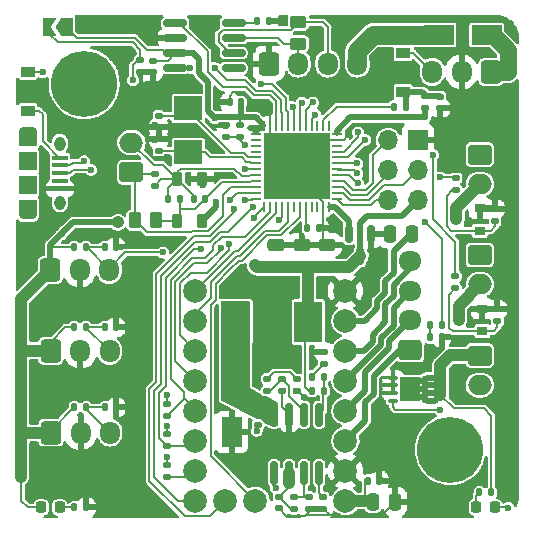
<source format=gbr>
%TF.GenerationSoftware,KiCad,Pcbnew,(6.0.2)*%
%TF.CreationDate,2022-03-22T21:07:05-04:00*%
%TF.ProjectId,turbocan,74757262-6f63-4616-9e2e-6b696361645f,rev?*%
%TF.SameCoordinates,Original*%
%TF.FileFunction,Copper,L1,Top*%
%TF.FilePolarity,Positive*%
%FSLAX46Y46*%
G04 Gerber Fmt 4.6, Leading zero omitted, Abs format (unit mm)*
G04 Created by KiCad (PCBNEW (6.0.2)) date 2022-03-22 21:07:05*
%MOMM*%
%LPD*%
G01*
G04 APERTURE LIST*
G04 Aperture macros list*
%AMRoundRect*
0 Rectangle with rounded corners*
0 $1 Rounding radius*
0 $2 $3 $4 $5 $6 $7 $8 $9 X,Y pos of 4 corners*
0 Add a 4 corners polygon primitive as box body*
4,1,4,$2,$3,$4,$5,$6,$7,$8,$9,$2,$3,0*
0 Add four circle primitives for the rounded corners*
1,1,$1+$1,$2,$3*
1,1,$1+$1,$4,$5*
1,1,$1+$1,$6,$7*
1,1,$1+$1,$8,$9*
0 Add four rect primitives between the rounded corners*
20,1,$1+$1,$2,$3,$4,$5,0*
20,1,$1+$1,$4,$5,$6,$7,0*
20,1,$1+$1,$6,$7,$8,$9,0*
20,1,$1+$1,$8,$9,$2,$3,0*%
%AMFreePoly0*
4,1,6,1.000000,0.000000,0.500000,-0.750000,-0.500000,-0.750000,-0.500000,0.750000,0.500000,0.750000,1.000000,0.000000,1.000000,0.000000,$1*%
%AMFreePoly1*
4,1,6,0.500000,-0.750000,-0.650000,-0.750000,-0.150000,0.000000,-0.650000,0.750000,0.500000,0.750000,0.500000,-0.750000,0.500000,-0.750000,$1*%
G04 Aperture macros list end*
%TA.AperFunction,ComponentPad*%
%ADD10C,5.600000*%
%TD*%
%TA.AperFunction,SMDPad,CuDef*%
%ADD11RoundRect,0.140000X0.140000X0.170000X-0.140000X0.170000X-0.140000X-0.170000X0.140000X-0.170000X0*%
%TD*%
%TA.AperFunction,SMDPad,CuDef*%
%ADD12RoundRect,0.140000X-0.170000X0.140000X-0.170000X-0.140000X0.170000X-0.140000X0.170000X0.140000X0*%
%TD*%
%TA.AperFunction,SMDPad,CuDef*%
%ADD13RoundRect,0.250000X-0.250000X-0.475000X0.250000X-0.475000X0.250000X0.475000X-0.250000X0.475000X0*%
%TD*%
%TA.AperFunction,SMDPad,CuDef*%
%ADD14RoundRect,0.250000X0.475000X-0.250000X0.475000X0.250000X-0.475000X0.250000X-0.475000X-0.250000X0*%
%TD*%
%TA.AperFunction,SMDPad,CuDef*%
%ADD15RoundRect,0.140000X0.170000X-0.140000X0.170000X0.140000X-0.170000X0.140000X-0.170000X-0.140000X0*%
%TD*%
%TA.AperFunction,SMDPad,CuDef*%
%ADD16R,2.500000X1.700000*%
%TD*%
%TA.AperFunction,SMDPad,CuDef*%
%ADD17R,1.700000X2.500000*%
%TD*%
%TA.AperFunction,SMDPad,CuDef*%
%ADD18R,2.350000X3.500000*%
%TD*%
%TA.AperFunction,SMDPad,CuDef*%
%ADD19RoundRect,0.218750X0.218750X0.381250X-0.218750X0.381250X-0.218750X-0.381250X0.218750X-0.381250X0*%
%TD*%
%TA.AperFunction,SMDPad,CuDef*%
%ADD20RoundRect,0.135000X-0.135000X-0.185000X0.135000X-0.185000X0.135000X0.185000X-0.135000X0.185000X0*%
%TD*%
%TA.AperFunction,SMDPad,CuDef*%
%ADD21RoundRect,0.135000X0.185000X-0.135000X0.185000X0.135000X-0.185000X0.135000X-0.185000X-0.135000X0*%
%TD*%
%TA.AperFunction,SMDPad,CuDef*%
%ADD22RoundRect,0.135000X-0.185000X0.135000X-0.185000X-0.135000X0.185000X-0.135000X0.185000X0.135000X0*%
%TD*%
%TA.AperFunction,SMDPad,CuDef*%
%ADD23RoundRect,0.135000X0.135000X0.185000X-0.135000X0.185000X-0.135000X-0.185000X0.135000X-0.185000X0*%
%TD*%
%TA.AperFunction,SMDPad,CuDef*%
%ADD24RoundRect,0.150000X-0.825000X-0.150000X0.825000X-0.150000X0.825000X0.150000X-0.825000X0.150000X0*%
%TD*%
%TA.AperFunction,SMDPad,CuDef*%
%ADD25R,0.900000X0.800000*%
%TD*%
%TA.AperFunction,SMDPad,CuDef*%
%ADD26RoundRect,0.062500X-0.375000X-0.062500X0.375000X-0.062500X0.375000X0.062500X-0.375000X0.062500X0*%
%TD*%
%TA.AperFunction,SMDPad,CuDef*%
%ADD27RoundRect,0.062500X-0.062500X-0.375000X0.062500X-0.375000X0.062500X0.375000X-0.062500X0.375000X0*%
%TD*%
%TA.AperFunction,SMDPad,CuDef*%
%ADD28R,5.600000X5.600000*%
%TD*%
%TA.AperFunction,SMDPad,CuDef*%
%ADD29R,2.400000X2.000000*%
%TD*%
%TA.AperFunction,SMDPad,CuDef*%
%ADD30RoundRect,0.249998X0.450002X-0.262502X0.450002X0.262502X-0.450002X0.262502X-0.450002X-0.262502X0*%
%TD*%
%TA.AperFunction,SMDPad,CuDef*%
%ADD31RoundRect,0.140000X-0.140000X-0.170000X0.140000X-0.170000X0.140000X0.170000X-0.140000X0.170000X0*%
%TD*%
%TA.AperFunction,SMDPad,CuDef*%
%ADD32RoundRect,0.150000X0.150000X-0.825000X0.150000X0.825000X-0.150000X0.825000X-0.150000X-0.825000X0*%
%TD*%
%TA.AperFunction,SMDPad,CuDef*%
%ADD33FreePoly0,180.000000*%
%TD*%
%TA.AperFunction,SMDPad,CuDef*%
%ADD34FreePoly1,180.000000*%
%TD*%
%TA.AperFunction,SMDPad,CuDef*%
%ADD35RoundRect,0.250000X0.262500X0.450000X-0.262500X0.450000X-0.262500X-0.450000X0.262500X-0.450000X0*%
%TD*%
%TA.AperFunction,SMDPad,CuDef*%
%ADD36RoundRect,0.218750X-0.218750X-0.256250X0.218750X-0.256250X0.218750X0.256250X-0.218750X0.256250X0*%
%TD*%
%TA.AperFunction,SMDPad,CuDef*%
%ADD37RoundRect,0.218750X0.218750X0.256250X-0.218750X0.256250X-0.218750X-0.256250X0.218750X-0.256250X0*%
%TD*%
%TA.AperFunction,SMDPad,CuDef*%
%ADD38RoundRect,0.250000X0.250000X0.475000X-0.250000X0.475000X-0.250000X-0.475000X0.250000X-0.475000X0*%
%TD*%
%TA.AperFunction,SMDPad,CuDef*%
%ADD39R,1.350000X0.400000*%
%TD*%
%TA.AperFunction,ComponentPad*%
%ADD40O,0.950000X1.250000*%
%TD*%
%TA.AperFunction,SMDPad,CuDef*%
%ADD41R,1.550000X1.200000*%
%TD*%
%TA.AperFunction,ComponentPad*%
%ADD42O,1.550000X0.890000*%
%TD*%
%TA.AperFunction,SMDPad,CuDef*%
%ADD43R,1.550000X1.500000*%
%TD*%
%TA.AperFunction,SMDPad,CuDef*%
%ADD44R,1.200000X0.900000*%
%TD*%
%TA.AperFunction,SMDPad,CuDef*%
%ADD45RoundRect,0.075000X-0.325000X-0.075000X0.325000X-0.075000X0.325000X0.075000X-0.325000X0.075000X0*%
%TD*%
%TA.AperFunction,ComponentPad*%
%ADD46C,0.600000*%
%TD*%
%TA.AperFunction,SMDPad,CuDef*%
%ADD47R,1.700000X2.050000*%
%TD*%
%TA.AperFunction,SMDPad,CuDef*%
%ADD48RoundRect,0.150000X-0.150000X0.587500X-0.150000X-0.587500X0.150000X-0.587500X0.150000X0.587500X0*%
%TD*%
%TA.AperFunction,ComponentPad*%
%ADD49RoundRect,0.250000X0.725000X-0.600000X0.725000X0.600000X-0.725000X0.600000X-0.725000X-0.600000X0*%
%TD*%
%TA.AperFunction,ComponentPad*%
%ADD50O,1.950000X1.700000*%
%TD*%
%TA.AperFunction,ComponentPad*%
%ADD51RoundRect,0.250000X-0.600000X-0.725000X0.600000X-0.725000X0.600000X0.725000X-0.600000X0.725000X0*%
%TD*%
%TA.AperFunction,ComponentPad*%
%ADD52O,1.700000X1.950000*%
%TD*%
%TA.AperFunction,ComponentPad*%
%ADD53RoundRect,0.250000X-0.750000X0.600000X-0.750000X-0.600000X0.750000X-0.600000X0.750000X0.600000X0*%
%TD*%
%TA.AperFunction,ComponentPad*%
%ADD54O,2.000000X1.700000*%
%TD*%
%TA.AperFunction,ComponentPad*%
%ADD55RoundRect,0.250000X0.600000X0.725000X-0.600000X0.725000X-0.600000X-0.725000X0.600000X-0.725000X0*%
%TD*%
%TA.AperFunction,ComponentPad*%
%ADD56C,2.000000*%
%TD*%
%TA.AperFunction,ComponentPad*%
%ADD57RoundRect,0.250000X0.750000X-0.600000X0.750000X0.600000X-0.750000X0.600000X-0.750000X-0.600000X0*%
%TD*%
%TA.AperFunction,ComponentPad*%
%ADD58R,1.700000X1.700000*%
%TD*%
%TA.AperFunction,ComponentPad*%
%ADD59O,1.700000X1.700000*%
%TD*%
%TA.AperFunction,ViaPad*%
%ADD60C,0.600000*%
%TD*%
%TA.AperFunction,ViaPad*%
%ADD61C,0.800000*%
%TD*%
%TA.AperFunction,Conductor*%
%ADD62C,0.200000*%
%TD*%
%TA.AperFunction,Conductor*%
%ADD63C,0.500000*%
%TD*%
%TA.AperFunction,Conductor*%
%ADD64C,1.400000*%
%TD*%
%TA.AperFunction,Conductor*%
%ADD65C,1.000000*%
%TD*%
%TA.AperFunction,Conductor*%
%ADD66C,1.600000*%
%TD*%
G04 APERTURE END LIST*
D10*
%TO.P,H4,1*%
%TO.N,N/C*%
X51000000Y-51000000D03*
%TD*%
%TO.P,H1,1*%
%TO.N,N/C*%
X20000000Y-20000000D03*
%TD*%
D11*
%TO.P,C2,1*%
%TO.N,GND*%
X45000000Y-53600000D03*
%TO.P,C2,2*%
%TO.N,+24V*%
X44040000Y-53600000D03*
%TD*%
D12*
%TO.P,C3,1*%
%TO.N,+3V3*%
X25815802Y-18050271D03*
%TO.P,C3,2*%
%TO.N,GND*%
X25815802Y-19010271D03*
%TD*%
%TO.P,C4,1*%
%TO.N,+24V*%
X36500000Y-55000000D03*
%TO.P,C4,2*%
%TO.N,GND*%
X36500000Y-55960000D03*
%TD*%
D13*
%TO.P,C5,1*%
%TO.N,+24V*%
X44450000Y-55400000D03*
%TO.P,C5,2*%
%TO.N,GND*%
X46350000Y-55400000D03*
%TD*%
D12*
%TO.P,C6,1*%
%TO.N,Net-(C6-Pad1)*%
X40250000Y-55020000D03*
%TO.P,C6,2*%
%TO.N,GND*%
X40250000Y-55980000D03*
%TD*%
%TO.P,C7,1*%
%TO.N,Net-(C7-Pad1)*%
X38000000Y-45020000D03*
%TO.P,C7,2*%
%TO.N,GND*%
X38000000Y-45980000D03*
%TD*%
%TO.P,C8,1*%
%TO.N,Net-(C8-Pad1)*%
X36750000Y-45020000D03*
%TO.P,C8,2*%
%TO.N,GND*%
X36750000Y-45980000D03*
%TD*%
%TO.P,C9,1*%
%TO.N,/SWITCH*%
X34700000Y-47920000D03*
%TO.P,C9,2*%
%TO.N,Net-(C9-Pad2)*%
X34700000Y-48880000D03*
%TD*%
D14*
%TO.P,C13,1*%
%TO.N,+5V*%
X36200000Y-35550000D03*
%TO.P,C13,2*%
%TO.N,GND*%
X36200000Y-33650000D03*
%TD*%
%TO.P,C14,1*%
%TO.N,+5V*%
X38400000Y-35550000D03*
%TO.P,C14,2*%
%TO.N,GND*%
X38400000Y-33650000D03*
%TD*%
%TO.P,C15,1*%
%TO.N,+5V*%
X40600000Y-35550000D03*
%TO.P,C15,2*%
%TO.N,GND*%
X40600000Y-33650000D03*
%TD*%
D12*
%TO.P,C16,1*%
%TO.N,XTAL0*%
X26300000Y-22720000D03*
%TO.P,C16,2*%
%TO.N,GND*%
X26300000Y-23680000D03*
%TD*%
D15*
%TO.P,C17,1*%
%TO.N,NRST*%
X32000000Y-24480000D03*
%TO.P,C17,2*%
%TO.N,GND*%
X32000000Y-23520000D03*
%TD*%
%TO.P,C18,1*%
%TO.N,XTAL1*%
X26300000Y-25680000D03*
%TO.P,C18,2*%
%TO.N,GND*%
X26300000Y-24720000D03*
%TD*%
D11*
%TO.P,C19,1*%
%TO.N,VDDA*%
X30230000Y-29800000D03*
%TO.P,C19,2*%
%TO.N,GNDA*%
X29270000Y-29800000D03*
%TD*%
D16*
%TO.P,D2,A*%
%TO.N,Net-(D2-PadA)*%
X50070000Y-15875000D03*
%TO.P,D2,K*%
%TO.N,+24V*%
X54070000Y-15875000D03*
%TD*%
D17*
%TO.P,D3,A*%
%TO.N,GND*%
X32500000Y-49500000D03*
%TO.P,D3,K*%
%TO.N,/SWITCH*%
X32500000Y-45500000D03*
%TD*%
D18*
%TO.P,L1,1*%
%TO.N,/SWITCH*%
X32880500Y-40184500D03*
%TO.P,L1,2*%
%TO.N,+5V*%
X38980500Y-40184500D03*
%TD*%
D19*
%TO.P,L2,1*%
%TO.N,+3V3*%
X30012500Y-31600000D03*
%TO.P,L2,2*%
%TO.N,VDDA*%
X27887500Y-31600000D03*
%TD*%
D20*
%TO.P,R3,1*%
%TO.N,Net-(R3-Pad1)*%
X34625641Y-14673323D03*
%TO.P,R3,2*%
%TO.N,GND*%
X35645641Y-14673323D03*
%TD*%
D21*
%TO.P,R4,1*%
%TO.N,+24V*%
X37750000Y-56010000D03*
%TO.P,R4,2*%
%TO.N,Net-(R4-Pad2)*%
X37750000Y-54990000D03*
%TD*%
D22*
%TO.P,R5,1*%
%TO.N,Net-(R4-Pad2)*%
X39000000Y-54990000D03*
%TO.P,R5,2*%
%TO.N,GND*%
X39000000Y-56010000D03*
%TD*%
D21*
%TO.P,R6,1*%
%TO.N,Net-(C8-Pad1)*%
X35500000Y-46000000D03*
%TO.P,R6,2*%
%TO.N,Net-(C7-Pad1)*%
X35500000Y-44980000D03*
%TD*%
D20*
%TO.P,R10,1*%
%TO.N,+5V*%
X39290000Y-46000000D03*
%TO.P,R10,2*%
%TO.N,Net-(R10-Pad2)*%
X40310000Y-46000000D03*
%TD*%
D23*
%TO.P,R11,1*%
%TO.N,Net-(R10-Pad2)*%
X40310000Y-44800000D03*
%TO.P,R11,2*%
%TO.N,Net-(R11-Pad2)*%
X39290000Y-44800000D03*
%TD*%
D21*
%TO.P,R15,1*%
%TO.N,Net-(R15-Pad1)*%
X54993423Y-40125794D03*
%TO.P,R15,2*%
%TO.N,GND*%
X54993423Y-39105794D03*
%TD*%
D20*
%TO.P,R16,1*%
%TO.N,Net-(R16-Pad1)*%
X49246316Y-41487542D03*
%TO.P,R16,2*%
%TO.N,GND*%
X50266316Y-41487542D03*
%TD*%
D22*
%TO.P,R17,1*%
%TO.N,FAN0*%
X51490000Y-28000000D03*
%TO.P,R17,2*%
%TO.N,Net-(R14-Pad1)*%
X51490000Y-29020000D03*
%TD*%
%TO.P,R18,1*%
%TO.N,FAN1*%
X51435000Y-36320000D03*
%TO.P,R18,2*%
%TO.N,Net-(R15-Pad1)*%
X51435000Y-37340000D03*
%TD*%
D23*
%TO.P,R19,1*%
%TO.N,HEAT*%
X50256257Y-40411282D03*
%TO.P,R19,2*%
%TO.N,Net-(R16-Pad1)*%
X49236257Y-40411282D03*
%TD*%
D22*
%TO.P,R20,1*%
%TO.N,+3V3*%
X33200000Y-23490000D03*
%TO.P,R20,2*%
%TO.N,NRST*%
X33200000Y-24510000D03*
%TD*%
%TO.P,R21,1*%
%TO.N,BOOT0*%
X24748532Y-18028505D03*
%TO.P,R21,2*%
%TO.N,GND*%
X24748532Y-19048505D03*
%TD*%
D20*
%TO.P,R22,1*%
%TO.N,BOOT1*%
X38890000Y-32200000D03*
%TO.P,R22,2*%
%TO.N,GND*%
X39910000Y-32200000D03*
%TD*%
D24*
%TO.P,U3,1,D*%
%TO.N,CANTX*%
X27703547Y-14860518D03*
%TO.P,U3,2,GND*%
%TO.N,GND*%
X27703547Y-16130518D03*
%TO.P,U3,3,VCC*%
%TO.N,+3V3*%
X27703547Y-17400518D03*
%TO.P,U3,4,R*%
%TO.N,CANRX*%
X27703547Y-18670518D03*
%TO.P,U3,5,Vref*%
%TO.N,unconnected-(U3-Pad5)*%
X32653547Y-18670518D03*
%TO.P,U3,6,CANL*%
%TO.N,Net-(J10-Pad3)*%
X32653547Y-17400518D03*
%TO.P,U3,7,CANH*%
%TO.N,Net-(J10-Pad2)*%
X32653547Y-16130518D03*
%TO.P,U3,8,Rs*%
%TO.N,Net-(R3-Pad1)*%
X32653547Y-14860518D03*
%TD*%
D25*
%TO.P,U5,1,G*%
%TO.N,Net-(R14-Pad1)*%
X53500000Y-32450000D03*
%TO.P,U5,2,S*%
%TO.N,GND*%
X53500000Y-30550000D03*
%TO.P,U5,3,D*%
%TO.N,Net-(J11-Pad2)*%
X51500000Y-31500000D03*
%TD*%
%TO.P,U6,1,G*%
%TO.N,Net-(R15-Pad1)*%
X53705000Y-40955000D03*
%TO.P,U6,2,S*%
%TO.N,GND*%
X53705000Y-39055000D03*
%TO.P,U6,3,D*%
%TO.N,Net-(J12-Pad2)*%
X51705000Y-40005000D03*
%TD*%
D26*
%TO.P,U8,1,VBAT*%
%TO.N,+3V3*%
X34562500Y-24250000D03*
%TO.P,U8,2,PC13*%
%TO.N,unconnected-(U8-Pad2)*%
X34562500Y-24750000D03*
%TO.P,U8,3,PC14*%
%TO.N,unconnected-(U8-Pad3)*%
X34562500Y-25250000D03*
%TO.P,U8,4,PC15*%
%TO.N,unconnected-(U8-Pad4)*%
X34562500Y-25750000D03*
%TO.P,U8,5,PF0*%
%TO.N,XTAL0*%
X34562500Y-26250000D03*
%TO.P,U8,6,PF1*%
%TO.N,XTAL1*%
X34562500Y-26750000D03*
%TO.P,U8,7,NRST*%
%TO.N,NRST*%
X34562500Y-27250000D03*
%TO.P,U8,8,VSSA*%
%TO.N,GNDA*%
X34562500Y-27750000D03*
%TO.P,U8,9,VDDA*%
%TO.N,VDDA*%
X34562500Y-28250000D03*
%TO.P,U8,10,PA0*%
%TO.N,TH0*%
X34562500Y-28750000D03*
%TO.P,U8,11,PA1*%
%TO.N,IO3*%
X34562500Y-29250000D03*
%TO.P,U8,12,PA2*%
%TO.N,FAN0*%
X34562500Y-29750000D03*
D27*
%TO.P,U8,13,PA3*%
%TO.N,FAN1*%
X35250000Y-30437500D03*
%TO.P,U8,14,PA4*%
%TO.N,INT2*%
X35750000Y-30437500D03*
%TO.P,U8,15,PA5*%
%TO.N,SCK_DIR*%
X36250000Y-30437500D03*
%TO.P,U8,16,PA6*%
%TO.N,MISO*%
X36750000Y-30437500D03*
%TO.P,U8,17,PA7*%
%TO.N,MOSI_STEP*%
X37250000Y-30437500D03*
%TO.P,U8,18,PB0*%
%TO.N,unconnected-(U8-Pad18)*%
X37750000Y-30437500D03*
%TO.P,U8,19,PB1*%
%TO.N,INDEX*%
X38250000Y-30437500D03*
%TO.P,U8,20,PB2*%
%TO.N,BOOT1*%
X38750000Y-30437500D03*
%TO.P,U8,21,PB10*%
%TO.N,unconnected-(U8-Pad21)*%
X39250000Y-30437500D03*
%TO.P,U8,22,PB11*%
%TO.N,unconnected-(U8-Pad22)*%
X39750000Y-30437500D03*
%TO.P,U8,23,VSS*%
%TO.N,GND*%
X40250000Y-30437500D03*
%TO.P,U8,24,VDD*%
%TO.N,+3V3*%
X40750000Y-30437500D03*
D26*
%TO.P,U8,25,PB12*%
%TO.N,A_CS*%
X41437500Y-29750000D03*
%TO.P,U8,26,PB13*%
%TO.N,A_SCK*%
X41437500Y-29250000D03*
%TO.P,U8,27,PB14*%
%TO.N,A_MISO*%
X41437500Y-28750000D03*
%TO.P,U8,28,PB15*%
%TO.N,A_MOSI*%
X41437500Y-28250000D03*
%TO.P,U8,29,PA8*%
%TO.N,HEAT*%
X41437500Y-27750000D03*
%TO.P,U8,30,PA9*%
%TO.N,INT1_TX*%
X41437500Y-27250000D03*
%TO.P,U8,31,PA10*%
%TO.N,CS_RX*%
X41437500Y-26750000D03*
%TO.P,U8,32,PA11*%
%TO.N,USBDN*%
X41437500Y-26250000D03*
%TO.P,U8,33,PA12*%
%TO.N,USBDP*%
X41437500Y-25750000D03*
%TO.P,U8,34,PA13*%
%TO.N,SWDIO*%
X41437500Y-25250000D03*
%TO.P,U8,35,VSS*%
%TO.N,GND*%
X41437500Y-24750000D03*
%TO.P,U8,36,VDDIO2*%
%TO.N,+3V3*%
X41437500Y-24250000D03*
D27*
%TO.P,U8,37,PA14*%
%TO.N,SWCLK*%
X40750000Y-23562500D03*
%TO.P,U8,38,PA15*%
%TO.N,PROBEZ*%
X40250000Y-23562500D03*
%TO.P,U8,39,PB3*%
%TO.N,unconnected-(U8-Pad39)*%
X39750000Y-23562500D03*
%TO.P,U8,40,PB4*%
%TO.N,EN*%
X39250000Y-23562500D03*
%TO.P,U8,41,PB5*%
%TO.N,DIAG*%
X38750000Y-23562500D03*
%TO.P,U8,42,PB6*%
%TO.N,IO1*%
X38250000Y-23562500D03*
%TO.P,U8,43,PB7*%
%TO.N,IO2*%
X37750000Y-23562500D03*
%TO.P,U8,44,BOOT0*%
%TO.N,BOOT0*%
X37250000Y-23562500D03*
%TO.P,U8,45,PB8*%
%TO.N,CANRX*%
X36750000Y-23562500D03*
%TO.P,U8,46,PB9*%
%TO.N,CANTX*%
X36250000Y-23562500D03*
%TO.P,U8,47,VSS*%
%TO.N,GND*%
X35750000Y-23562500D03*
%TO.P,U8,48,VDD*%
%TO.N,+3V3*%
X35250000Y-23562500D03*
D28*
%TO.P,U8,49,VSS*%
%TO.N,GND*%
X38000000Y-27000000D03*
%TD*%
D29*
%TO.P,Y1,1,1*%
%TO.N,XTAL0*%
X28800000Y-22100000D03*
%TO.P,Y1,2,2*%
%TO.N,XTAL1*%
X28800000Y-25800000D03*
%TD*%
D21*
%TO.P,R14,1*%
%TO.N,Net-(R14-Pad1)*%
X54801054Y-31604192D03*
%TO.P,R14,2*%
%TO.N,GND*%
X54801054Y-30584192D03*
%TD*%
%TO.P,R25,1*%
%TO.N,Net-(R11-Pad2)*%
X40300000Y-43710000D03*
%TO.P,R25,2*%
%TO.N,GND*%
X40300000Y-42690000D03*
%TD*%
D30*
%TO.P,R26,1*%
%TO.N,Net-(J10-Pad2)*%
X38141513Y-16613566D03*
%TO.P,R26,2*%
%TO.N,Net-(J10-Pad3)*%
X38141513Y-14788566D03*
%TD*%
D31*
%TO.P,C22,1*%
%TO.N,GND*%
X32320000Y-21590000D03*
%TO.P,C22,2*%
%TO.N,+3V3*%
X33280000Y-21590000D03*
%TD*%
D11*
%TO.P,C23,1*%
%TO.N,VDDA*%
X28080000Y-29800000D03*
%TO.P,C23,2*%
%TO.N,GNDA*%
X27120000Y-29800000D03*
%TD*%
D19*
%TO.P,L3,1*%
%TO.N,GND*%
X30012500Y-28100000D03*
%TO.P,L3,2*%
%TO.N,GNDA*%
X27887500Y-28100000D03*
%TD*%
D22*
%TO.P,R29,1*%
%TO.N,+3V3*%
X27000000Y-52290000D03*
%TO.P,R29,2*%
%TO.N,Net-(R29-Pad2)*%
X27000000Y-53310000D03*
%TD*%
%TO.P,R30,1*%
%TO.N,+3V3*%
X27000000Y-49690000D03*
%TO.P,R30,2*%
%TO.N,MISO*%
X27000000Y-50710000D03*
%TD*%
%TO.P,R31,1*%
%TO.N,+3V3*%
X27000000Y-47090000D03*
%TO.P,R31,2*%
%TO.N,INT2*%
X27000000Y-48110000D03*
%TD*%
D32*
%TO.P,U4,1,BOOT*%
%TO.N,Net-(C9-Pad2)*%
X36095000Y-52975000D03*
%TO.P,U4,2,VIN*%
%TO.N,+24V*%
X37365000Y-52975000D03*
%TO.P,U4,3,EN*%
%TO.N,Net-(R4-Pad2)*%
X38635000Y-52975000D03*
%TO.P,U4,4,SS*%
%TO.N,Net-(C6-Pad1)*%
X39905000Y-52975000D03*
%TO.P,U4,5,VSENSE*%
%TO.N,Net-(R10-Pad2)*%
X39905000Y-48025000D03*
%TO.P,U4,6,COMP*%
%TO.N,Net-(C8-Pad1)*%
X38635000Y-48025000D03*
%TO.P,U4,7,GND*%
%TO.N,GND*%
X37365000Y-48025000D03*
%TO.P,U4,8,PH*%
%TO.N,/SWITCH*%
X36095000Y-48025000D03*
%TD*%
D33*
%TO.P,JP1,1,A*%
%TO.N,+3V3*%
X18505000Y-15240000D03*
D34*
%TO.P,JP1,2,B*%
%TO.N,BOOT0*%
X17055000Y-15240000D03*
%TD*%
D35*
%TO.P,R9,1*%
%TO.N,VDDA*%
X26088467Y-31562802D03*
%TO.P,R9,2*%
%TO.N,TH0*%
X24263467Y-31562802D03*
%TD*%
D20*
%TO.P,R24,1*%
%TO.N,Net-(D6-Pad1)*%
X19175000Y-55880000D03*
%TO.P,R24,2*%
%TO.N,GND*%
X20195000Y-55880000D03*
%TD*%
D31*
%TO.P,C10,1*%
%TO.N,IO1*%
X21725000Y-40640000D03*
%TO.P,C10,2*%
%TO.N,GND*%
X22685000Y-40640000D03*
%TD*%
D12*
%TO.P,C20,1*%
%TO.N,Net-(C20-Pad1)*%
X50165000Y-21110000D03*
%TO.P,C20,2*%
%TO.N,GND*%
X50165000Y-22070000D03*
%TD*%
D20*
%TO.P,R23,1*%
%TO.N,Net-(R23-Pad1)*%
X53465000Y-54610000D03*
%TO.P,R23,2*%
%TO.N,Net-(U7-Pad3)*%
X54485000Y-54610000D03*
%TD*%
%TO.P,R7,1*%
%TO.N,+5V*%
X19155000Y-40640000D03*
%TO.P,R7,2*%
%TO.N,IO1*%
X20175000Y-40640000D03*
%TD*%
D31*
%TO.P,C11,1*%
%TO.N,IO2*%
X21738695Y-47414402D03*
%TO.P,C11,2*%
%TO.N,GND*%
X22698695Y-47414402D03*
%TD*%
D36*
%TO.P,D5,1,K*%
%TO.N,Net-(R23-Pad1)*%
X53187500Y-55880000D03*
%TO.P,D5,2,A*%
%TO.N,+24V*%
X54762500Y-55880000D03*
%TD*%
D37*
%TO.P,D6,1,K*%
%TO.N,Net-(D6-Pad1)*%
X17932500Y-55880000D03*
%TO.P,D6,2,A*%
%TO.N,+5V*%
X16357500Y-55880000D03*
%TD*%
D38*
%TO.P,C1,1*%
%TO.N,+3V3*%
X47769199Y-32721479D03*
%TO.P,C1,2*%
%TO.N,GND*%
X45869199Y-32721479D03*
%TD*%
D12*
%TO.P,C12,1*%
%TO.N,TH0*%
X26015000Y-27665000D03*
%TO.P,C12,2*%
%TO.N,GNDA*%
X26015000Y-28625000D03*
%TD*%
D20*
%TO.P,R2,1*%
%TO.N,+5V*%
X19155000Y-33860000D03*
%TO.P,R2,2*%
%TO.N,IO3*%
X20175000Y-33860000D03*
%TD*%
D31*
%TO.P,C24,1*%
%TO.N,IO3*%
X21725000Y-33860000D03*
%TO.P,C24,2*%
%TO.N,GND*%
X22685000Y-33860000D03*
%TD*%
D39*
%TO.P,J1,1,VBUS*%
%TO.N,Net-(D1-Pad2)*%
X17940000Y-26275000D03*
%TO.P,J1,2,D-*%
%TO.N,USBDN*%
X17940000Y-26925000D03*
%TO.P,J1,3,D+*%
%TO.N,USBDP*%
X17940000Y-27575000D03*
%TO.P,J1,4,ID*%
%TO.N,unconnected-(J1-Pad4)*%
X17940000Y-28225000D03*
%TO.P,J1,5,GND*%
%TO.N,GND*%
X17940000Y-28875000D03*
D40*
%TO.P,J1,6,Shield*%
%TO.N,unconnected-(J1-Pad6)*%
X17940000Y-25075000D03*
D41*
X15240000Y-30475000D03*
D42*
X15240000Y-24075000D03*
D43*
X15240000Y-28575000D03*
D42*
X15240000Y-31075000D03*
D43*
X15240000Y-26575000D03*
D40*
X17940000Y-30075000D03*
D41*
X15240000Y-24675000D03*
%TD*%
D21*
%TO.P,R27,1*%
%TO.N,+3V3*%
X48895000Y-22100000D03*
%TO.P,R27,2*%
%TO.N,Net-(C20-Pad1)*%
X48895000Y-21080000D03*
%TD*%
D44*
%TO.P,D4,1,K*%
%TO.N,Net-(D4-Pad1)*%
X46990000Y-17400000D03*
%TO.P,D4,2,A*%
%TO.N,Net-(C20-Pad1)*%
X46990000Y-20700000D03*
%TD*%
D20*
%TO.P,R8,1*%
%TO.N,+5V*%
X19168695Y-47414402D03*
%TO.P,R8,2*%
%TO.N,IO2*%
X20188695Y-47414402D03*
%TD*%
D45*
%TO.P,U7,1,S*%
%TO.N,GND*%
X46144123Y-44881909D03*
X46144123Y-46181909D03*
X46144123Y-45531909D03*
%TO.P,U7,2,G*%
%TO.N,Net-(R16-Pad1)*%
X46144123Y-46831909D03*
D46*
%TO.P,U7,3,D*%
%TO.N,Net-(U7-Pad3)*%
X48102123Y-46542709D03*
D45*
X49044123Y-46181909D03*
D46*
X48102123Y-45856909D03*
X47086123Y-45856909D03*
D45*
X49044123Y-44881909D03*
D46*
X48102123Y-45171109D03*
X47086123Y-45171109D03*
D47*
X47594123Y-45856909D03*
D45*
X49044123Y-45531909D03*
D46*
X47086123Y-46542709D03*
D45*
X49044123Y-46831909D03*
%TD*%
D44*
%TO.P,D1,1,K*%
%TO.N,+5V*%
X15224904Y-19005204D03*
%TO.P,D1,2,A*%
%TO.N,Net-(D1-Pad2)*%
X15224904Y-22305204D03*
%TD*%
D20*
%TO.P,R28,1*%
%TO.N,PROBEZ*%
X46260334Y-21942231D03*
%TO.P,R28,2*%
%TO.N,Net-(C20-Pad1)*%
X47280334Y-21942231D03*
%TD*%
D48*
%TO.P,U1,1,GND*%
%TO.N,GND*%
X44302760Y-32730904D03*
%TO.P,U1,2,VO*%
%TO.N,+3V3*%
X42402760Y-32730904D03*
%TO.P,U1,3,VI*%
%TO.N,+5V*%
X43352760Y-34605904D03*
%TD*%
D49*
%TO.P,J2,1,Pin_1*%
%TO.N,Net-(J2-Pad1)*%
X47625000Y-42545000D03*
D50*
%TO.P,J2,2,Pin_2*%
%TO.N,Net-(J2-Pad2)*%
X47625000Y-40045000D03*
%TO.P,J2,3,Pin_3*%
%TO.N,Net-(J2-Pad3)*%
X47625000Y-37545000D03*
%TO.P,J2,4,Pin_4*%
%TO.N,Net-(J2-Pad4)*%
X47625000Y-35045000D03*
%TD*%
D51*
%TO.P,J10,1,Pin_1*%
%TO.N,GND*%
X35620000Y-18305000D03*
D52*
%TO.P,J10,2,Pin_2*%
%TO.N,Net-(J10-Pad2)*%
X38120000Y-18305000D03*
%TO.P,J10,3,Pin_3*%
%TO.N,Net-(J10-Pad3)*%
X40620000Y-18305000D03*
%TO.P,J10,4,Pin_4*%
%TO.N,Net-(D2-PadA)*%
X43120000Y-18305000D03*
%TD*%
D53*
%TO.P,J11,1,Pin_1*%
%TO.N,+24V*%
X53500000Y-26000000D03*
D54*
%TO.P,J11,2,Pin_2*%
%TO.N,Net-(J11-Pad2)*%
X53500000Y-28500000D03*
%TD*%
D53*
%TO.P,J12,1,Pin_1*%
%TO.N,+24V*%
X53500000Y-34500000D03*
D54*
%TO.P,J12,2,Pin_2*%
%TO.N,Net-(J12-Pad2)*%
X53500000Y-37000000D03*
%TD*%
D53*
%TO.P,J13,1,Pin_1*%
%TO.N,Net-(U7-Pad3)*%
X53493654Y-43021373D03*
D54*
%TO.P,J13,2,Pin_2*%
%TO.N,+24V*%
X53493654Y-45521373D03*
%TD*%
D55*
%TO.P,J14,1,Pin_1*%
%TO.N,+24V*%
X54454261Y-18997116D03*
D52*
%TO.P,J14,2,Pin_2*%
%TO.N,GND*%
X51954261Y-18997116D03*
%TO.P,J14,3,Pin_3*%
%TO.N,Net-(D4-Pad1)*%
X49454261Y-18997116D03*
%TD*%
D56*
%TO.P,U2,1,GND*%
%TO.N,GND*%
X42120000Y-37540000D03*
%TO.P,U2,2,VIO*%
%TO.N,+3V3*%
X42120000Y-40080000D03*
%TO.P,U2,3,M1B*%
%TO.N,Net-(J2-Pad4)*%
X42120000Y-42620000D03*
%TO.P,U2,4,M1A*%
%TO.N,Net-(J2-Pad3)*%
X42120000Y-45160000D03*
%TO.P,U2,5,M2A*%
%TO.N,Net-(J2-Pad2)*%
X42120000Y-47700000D03*
%TO.P,U2,6,M2B*%
%TO.N,Net-(J2-Pad1)*%
X42120000Y-50240000D03*
%TO.P,U2,7,GND*%
%TO.N,GND*%
X42120000Y-52780000D03*
%TO.P,U2,8,VM*%
%TO.N,+24V*%
X42120000Y-55320000D03*
%TO.P,U2,9,DIR/SCK*%
%TO.N,SCK_DIR*%
X29420000Y-37540000D03*
%TO.P,U2,10,STEP/MOSI*%
%TO.N,MOSI_STEP*%
X29420000Y-40080000D03*
%TO.P,U2,11,TX/MISO*%
%TO.N,CS_RX*%
X29420000Y-42620000D03*
%TO.P,U2,12,RX*%
%TO.N,INT1_TX*%
X29420000Y-45160000D03*
%TO.P,U2,13,SPREAD*%
%TO.N,INT2*%
X29420000Y-47700000D03*
%TO.P,U2,14,MS2/MISO*%
%TO.N,MISO*%
X29420000Y-50240000D03*
%TO.P,U2,15,MS1*%
%TO.N,Net-(R29-Pad2)*%
X29420000Y-52780000D03*
%TO.P,U2,16,EN*%
%TO.N,EN*%
X29420000Y-55320000D03*
%TO.P,U2,17,INDEX*%
%TO.N,INDEX*%
X34500000Y-55320000D03*
%TO.P,U2,18,DIAG*%
%TO.N,DIAG*%
X31960000Y-55320000D03*
%TD*%
D51*
%TO.P,J8,1,Pin_1*%
%TO.N,+5V*%
X17189203Y-49543659D03*
D52*
%TO.P,J8,2,Pin_2*%
%TO.N,GND*%
X19689203Y-49543659D03*
%TO.P,J8,3,Pin_3*%
%TO.N,IO2*%
X22189203Y-49543659D03*
%TD*%
D51*
%TO.P,J3,1,Pin_1*%
%TO.N,+5V*%
X17125000Y-35765000D03*
D52*
%TO.P,J3,2,Pin_2*%
%TO.N,GND*%
X19625000Y-35765000D03*
%TO.P,J3,3,Pin_3*%
%TO.N,IO3*%
X22125000Y-35765000D03*
%TD*%
D57*
%TO.P,J9,1,Pin_1*%
%TO.N,TH0*%
X24000000Y-27490000D03*
D54*
%TO.P,J9,2,Pin_2*%
%TO.N,GNDA*%
X24000000Y-24990000D03*
%TD*%
D51*
%TO.P,J7,1,Pin_1*%
%TO.N,+5V*%
X17165000Y-42640000D03*
D52*
%TO.P,J7,2,Pin_2*%
%TO.N,GND*%
X19665000Y-42640000D03*
%TO.P,J7,3,Pin_3*%
%TO.N,IO1*%
X22165000Y-42640000D03*
%TD*%
D58*
%TO.P,J15,1,Pin_1*%
%TO.N,GND*%
X48265000Y-24780000D03*
D59*
%TO.P,J15,2,Pin_2*%
%TO.N,A_MOSI*%
X45725000Y-24780000D03*
%TO.P,J15,3,Pin_3*%
%TO.N,A_SCK*%
X48265000Y-27320000D03*
%TO.P,J15,4,Pin_4*%
%TO.N,A_MISO*%
X45725000Y-27320000D03*
%TO.P,J15,5,Pin_5*%
%TO.N,+5V*%
X48265000Y-29860000D03*
%TO.P,J15,6,Pin_6*%
%TO.N,A_CS*%
X45725000Y-29860000D03*
%TD*%
D60*
%TO.N,GND*%
X38379847Y-33646717D03*
X23495000Y-18415000D03*
X19685000Y-28575000D03*
X24765000Y-15240000D03*
X36195000Y-41275000D03*
X20320000Y-45085000D03*
X34925000Y-37465000D03*
X36830000Y-39370000D03*
X34925000Y-41275000D03*
X36830000Y-14605000D03*
X34290000Y-17145000D03*
X29368445Y-28106416D03*
X38100000Y-50165000D03*
X44450000Y-50165000D03*
X46355000Y-49530000D03*
X20320000Y-52070000D03*
X34925000Y-38735000D03*
X18415000Y-51435000D03*
X45085000Y-48260000D03*
X36195000Y-42545000D03*
X40282990Y-42692505D03*
X25400000Y-15875000D03*
X22225000Y-27305000D03*
X19685000Y-44450000D03*
X20955000Y-51435000D03*
X38100000Y-51435000D03*
X20955000Y-37465000D03*
X32385000Y-50165000D03*
X22225000Y-28575000D03*
X36830000Y-41910000D03*
X46355000Y-52070000D03*
X19050000Y-52070000D03*
X23495000Y-17780000D03*
X19685000Y-29845000D03*
X26679332Y-33349049D03*
X45720000Y-51435000D03*
X38598188Y-46497031D03*
X43815000Y-52070000D03*
X35560000Y-36830000D03*
X45720000Y-48895000D03*
X35539783Y-22513179D03*
X45720000Y-50165000D03*
X34925000Y-40005000D03*
X36830000Y-40640000D03*
X43815000Y-50800000D03*
X37631732Y-19981413D03*
X26035000Y-23495000D03*
X19685000Y-37465000D03*
X40600000Y-33650000D03*
X20955000Y-44450000D03*
X38527148Y-19975238D03*
X19685000Y-51435000D03*
X35560000Y-40640000D03*
X30024653Y-28575000D03*
X25400000Y-37465000D03*
X40374982Y-21815711D03*
X45720000Y-52705000D03*
X32385000Y-49530000D03*
X36195000Y-38735000D03*
X19050000Y-38100000D03*
X19685000Y-33020000D03*
X34925000Y-42545000D03*
X35560000Y-39370000D03*
X44450000Y-52705000D03*
X37465000Y-37465000D03*
X39370000Y-50165000D03*
X25400000Y-41275000D03*
X36830000Y-38100000D03*
X22225000Y-29845000D03*
X36195000Y-37465000D03*
X31982604Y-23554030D03*
X19050000Y-23495000D03*
X20320000Y-29210000D03*
X38735000Y-50800000D03*
X25400000Y-38735000D03*
X45085000Y-49530000D03*
X31313613Y-22034620D03*
X32385000Y-48895000D03*
X23495000Y-19050000D03*
X53534192Y-30584192D03*
X53755794Y-39105794D03*
X20320000Y-38100000D03*
X42371974Y-24385703D03*
X27037429Y-22028371D03*
X39370000Y-51435000D03*
X40005000Y-50800000D03*
X25400000Y-40005000D03*
X36804245Y-19981413D03*
X45085000Y-50800000D03*
X35560000Y-41910000D03*
X25400000Y-42545000D03*
X19050000Y-45085000D03*
X36830000Y-36830000D03*
X44450000Y-51435000D03*
X18415000Y-44450000D03*
X46355000Y-50800000D03*
X17780000Y-23495000D03*
X26035000Y-24765000D03*
X22225000Y-26035000D03*
X45085000Y-52070000D03*
X40640000Y-51435000D03*
X35560000Y-38100000D03*
X36195000Y-40005000D03*
X18415000Y-37465000D03*
X26035000Y-16510000D03*
%TO.N,+3V3*%
X42397699Y-32678252D03*
X48895000Y-22860000D03*
X27000000Y-51600000D03*
X27000003Y-48999997D03*
X45085000Y-22860000D03*
X47651044Y-32722356D03*
X29210000Y-17400518D03*
X31159487Y-30013335D03*
X26996226Y-46363592D03*
X31050797Y-22924203D03*
%TO.N,+24V*%
X55900001Y-55900001D03*
D61*
X37365000Y-53835000D03*
D60*
%TO.N,Net-(C9-Pad2)*%
X34600000Y-49400000D03*
X36200000Y-54200000D03*
%TO.N,+5V*%
X16510000Y-19050000D03*
X18082736Y-32761618D03*
D61*
X34467122Y-35382879D03*
X22860000Y-31750000D03*
D60*
%TO.N,NRST*%
X33627606Y-27240457D03*
X33600000Y-25200000D03*
%TO.N,USBDP*%
X20590980Y-27305000D03*
X43180000Y-24130000D03*
%TO.N,BOOT0*%
X24138135Y-19708696D03*
X35008851Y-19986408D03*
%TO.N,IO1*%
X38433465Y-21603404D03*
%TO.N,IO2*%
X37650500Y-21989508D03*
%TO.N,Net-(R16-Pad1)*%
X49236257Y-41477483D03*
X50165000Y-47625000D03*
%TO.N,FAN0*%
X50165000Y-27940000D03*
X33584011Y-29849500D03*
%TO.N,FAN1*%
X49530000Y-26035000D03*
X34412500Y-31343534D03*
%TO.N,HEAT*%
X48895000Y-31750000D03*
X43180000Y-28410519D03*
%TO.N,DIAG*%
X32650000Y-30650002D03*
X39370000Y-21590000D03*
%TO.N,EN*%
X34293478Y-30446029D03*
X39576408Y-22630676D03*
%TO.N,MISO*%
X29849448Y-34010588D03*
X36516212Y-31535731D03*
%TO.N,INT1_TX*%
X31552085Y-33939699D03*
X43118610Y-27585316D03*
%TO.N,CS_RX*%
X43111703Y-26755718D03*
X32276375Y-33599986D03*
%TO.N,CANRX*%
X28954482Y-18670518D03*
X31042830Y-18670518D03*
%TO.N,IO3*%
X26670000Y-34290000D03*
X32385000Y-29845000D03*
%TO.N,USBDN*%
X43815000Y-24765000D03*
X19991480Y-26569655D03*
%TD*%
D62*
%TO.N,GND*%
X40785000Y-56515000D02*
X38735000Y-56515000D01*
X40785000Y-56515000D02*
X41477213Y-56515000D01*
X38670480Y-56579520D02*
X39000000Y-56250000D01*
X37119520Y-56579520D02*
X36500000Y-55960000D01*
X34224945Y-21384957D02*
X33559508Y-20719520D01*
X40250000Y-29987332D02*
X38000000Y-27737332D01*
X32620480Y-20719520D02*
X32320000Y-21020000D01*
X35750000Y-23562500D02*
X35750000Y-22723396D01*
X40250000Y-31860000D02*
X39910000Y-32200000D01*
X41581724Y-56619511D02*
X45130489Y-56619511D01*
X42371974Y-24385703D02*
X42007677Y-24750000D01*
X40250000Y-55980000D02*
X40785000Y-56515000D01*
X36750000Y-47410000D02*
X36750000Y-45980000D01*
X41477213Y-56515000D02*
X41581724Y-56619511D01*
X54801054Y-30584192D02*
X53534192Y-30584192D01*
X39000000Y-56010000D02*
X39000000Y-56250000D01*
X37365000Y-48025000D02*
X36750000Y-47410000D01*
X45130489Y-56619511D02*
X46350000Y-55400000D01*
X35130042Y-21384958D02*
X34224945Y-21384957D01*
X35539783Y-22513179D02*
X35539783Y-21794699D01*
X35750000Y-23562500D02*
X35750000Y-24750000D01*
X33559508Y-20719520D02*
X32620480Y-20719520D01*
X38081157Y-45980000D02*
X38598188Y-46497031D01*
X35750000Y-22723396D02*
X35539783Y-22513179D01*
X40250000Y-29987332D02*
X40250000Y-33300000D01*
X38670480Y-56579520D02*
X37119520Y-56579520D01*
X54993423Y-39105794D02*
X53755794Y-39105794D01*
X42007677Y-24750000D02*
X41437500Y-24750000D01*
X35539783Y-21794699D02*
X35130042Y-21384958D01*
X41437500Y-24750000D02*
X40250000Y-24750000D01*
X32320000Y-21020000D02*
X32320000Y-21590000D01*
D63*
%TO.N,+3V3*%
X45085000Y-22860000D02*
X42545000Y-22860000D01*
D62*
X33322539Y-22860000D02*
X33200000Y-22982539D01*
D63*
X35076250Y-23736250D02*
X34683750Y-23736250D01*
X41232500Y-30437500D02*
X40824520Y-30437500D01*
X33322539Y-22860000D02*
X34547500Y-22860000D01*
X44801441Y-39018559D02*
X44801442Y-38390018D01*
X34683750Y-23736250D02*
X34048750Y-23736250D01*
X41437500Y-23967500D02*
X41437500Y-24175480D01*
D62*
X27000000Y-49690000D02*
X27000000Y-49000000D01*
D63*
X33280000Y-22817461D02*
X33280000Y-21590000D01*
D62*
X27000000Y-46367366D02*
X27000000Y-47090000D01*
D63*
X48895000Y-22860000D02*
X45085000Y-22860000D01*
X42545000Y-22860000D02*
X41437500Y-23967500D01*
D62*
X26996226Y-46363592D02*
X27000000Y-46367366D01*
D63*
X29703993Y-19119023D02*
X30480000Y-19895030D01*
X45500961Y-36716971D02*
X46200480Y-36017452D01*
X31184520Y-22790480D02*
X31050797Y-22924203D01*
D62*
X34562500Y-24250000D02*
X34048750Y-23736250D01*
X34562500Y-24250000D02*
X34562500Y-23857500D01*
X34562500Y-24250000D02*
X35076250Y-23736250D01*
D63*
X42397699Y-32678252D02*
X42397699Y-31602699D01*
D62*
X25815802Y-18050271D02*
X27053794Y-18050271D01*
D63*
X44801442Y-38390018D02*
X45500960Y-37690500D01*
X35175480Y-23562500D02*
X35001730Y-23736250D01*
X33253019Y-22790480D02*
X31184520Y-22790480D01*
D62*
X19375480Y-16110480D02*
X18505000Y-15240000D01*
D63*
X35001730Y-23736250D02*
X34683750Y-23736250D01*
X34547500Y-22860000D02*
X35175480Y-23487980D01*
X29703993Y-17894511D02*
X29703993Y-19119023D01*
D62*
X33200000Y-22982539D02*
X33200000Y-23490000D01*
X26670000Y-17145000D02*
X25330006Y-17145000D01*
D63*
X42120000Y-40080000D02*
X43740000Y-40080000D01*
X46200480Y-34172920D02*
X47651044Y-32722356D01*
X42397699Y-31602699D02*
X41232500Y-30437500D01*
X30480000Y-19895030D02*
X30480000Y-22353406D01*
D62*
X27053794Y-18050271D02*
X27703547Y-17400518D01*
D63*
X46200480Y-36017452D02*
X46200480Y-34172920D01*
X48895000Y-22100000D02*
X48895000Y-22860000D01*
X27703547Y-17400518D02*
X29210000Y-17400518D01*
X33322539Y-22860000D02*
X33280000Y-22817461D01*
D62*
X25330006Y-17145000D02*
X24295486Y-16110480D01*
D63*
X31159487Y-30453013D02*
X31159487Y-30013335D01*
D62*
X27000000Y-52290000D02*
X27000000Y-51600000D01*
X27000000Y-49000000D02*
X27000003Y-48999997D01*
D63*
X30012500Y-31600000D02*
X31159487Y-30453013D01*
X35175480Y-23487980D02*
X35175480Y-23562500D01*
D62*
X35250000Y-23562500D02*
X35076250Y-23736250D01*
D63*
X29210000Y-17400518D02*
X29703993Y-17894511D01*
X45500960Y-37690500D02*
X45500961Y-36716971D01*
X33322539Y-22860000D02*
X33253019Y-22790480D01*
X43740000Y-40080000D02*
X44801441Y-39018559D01*
D62*
X26925518Y-17400518D02*
X26670000Y-17145000D01*
D63*
X30480000Y-22353406D02*
X31050797Y-22924203D01*
D62*
X24295486Y-16110480D02*
X19375480Y-16110480D01*
X34562500Y-23857500D02*
X34683750Y-23736250D01*
D64*
%TO.N,+24V*%
X55827116Y-18997116D02*
X55880000Y-19050000D01*
D62*
X54762500Y-55880000D02*
X55880000Y-55880000D01*
D65*
X43720000Y-55320000D02*
X44370000Y-55320000D01*
X44370000Y-55320000D02*
X44450000Y-55400000D01*
D62*
X43800000Y-53480000D02*
X43800000Y-55240000D01*
D65*
X37365000Y-52975000D02*
X37365000Y-53835000D01*
D62*
X43800000Y-55240000D02*
X43720000Y-55320000D01*
X37365000Y-54135000D02*
X36500000Y-55000000D01*
D64*
X54454261Y-18997116D02*
X55827116Y-18997116D01*
D62*
X37510000Y-56010000D02*
X36500000Y-55000000D01*
D64*
X55880000Y-17145000D02*
X54610000Y-15875000D01*
D62*
X37365000Y-53835000D02*
X37365000Y-54135000D01*
D64*
X55880000Y-19050000D02*
X55880000Y-17145000D01*
D62*
X37750000Y-56010000D02*
X37510000Y-56010000D01*
D65*
X42120000Y-55320000D02*
X43720000Y-55320000D01*
D62*
X55880000Y-55880000D02*
X55900001Y-55900001D01*
%TO.N,Net-(C6-Pad1)*%
X39905000Y-54675000D02*
X40250000Y-55020000D01*
X39905000Y-52975000D02*
X39905000Y-54675000D01*
%TO.N,Net-(C7-Pad1)*%
X36040010Y-44439990D02*
X37419990Y-44439990D01*
X37419990Y-44439990D02*
X38000000Y-45020000D01*
X35500000Y-44980000D02*
X36040010Y-44439990D01*
%TO.N,Net-(C8-Pad1)*%
X35770000Y-46000000D02*
X36750000Y-45020000D01*
X37360010Y-45630010D02*
X37360010Y-46408598D01*
X36750000Y-45020000D02*
X37360010Y-45630010D01*
X37360010Y-46408598D02*
X38635000Y-47683588D01*
X35500000Y-46000000D02*
X35770000Y-46000000D01*
%TO.N,Net-(C9-Pad2)*%
X34700000Y-49300000D02*
X34600000Y-49400000D01*
X34700000Y-48880000D02*
X34700000Y-49300000D01*
X36000000Y-54000000D02*
X36000000Y-53070000D01*
%TO.N,TH0*%
X24263467Y-31562802D02*
X24263467Y-27753467D01*
X30446332Y-32500502D02*
X31758988Y-31187846D01*
X31758988Y-31187846D02*
X31758988Y-29386012D01*
X29141990Y-32500502D02*
X30446332Y-32500502D01*
X29052492Y-32590000D02*
X29141990Y-32500502D01*
X32395000Y-28750000D02*
X34562500Y-28750000D01*
X25290665Y-32590000D02*
X29052492Y-32590000D01*
X24263467Y-31562802D02*
X25290665Y-32590000D01*
X26015000Y-27665000D02*
X24175000Y-27665000D01*
X31758988Y-29386012D02*
X32395000Y-28750000D01*
D65*
%TO.N,+5V*%
X14659449Y-38230551D02*
X14659449Y-42599449D01*
D63*
X17145803Y-33655803D02*
X17145803Y-35744197D01*
D65*
X17125000Y-35765000D02*
X14659449Y-38230551D01*
D63*
X18415000Y-32385000D02*
X17145803Y-33654197D01*
X43391919Y-34567887D02*
X43391919Y-31776661D01*
D65*
X38950000Y-40150000D02*
X38950000Y-35850000D01*
D62*
X16357500Y-55880000D02*
X15240000Y-55880000D01*
D65*
X43391919Y-34567887D02*
X42409806Y-35550000D01*
D62*
X17350000Y-33860000D02*
X17145803Y-33655803D01*
D65*
X40600000Y-35550000D02*
X39250000Y-35550000D01*
D63*
X17145803Y-33654197D02*
X17145803Y-33655803D01*
D62*
X39290000Y-46000000D02*
X39020000Y-46000000D01*
D65*
X14659449Y-49584449D02*
X14659449Y-53270627D01*
D63*
X43947694Y-31220886D02*
X46904114Y-31220886D01*
D62*
X19168695Y-47416305D02*
X17165000Y-49420000D01*
D63*
X43391919Y-31776661D02*
X43947694Y-31220886D01*
D62*
X39020000Y-46000000D02*
X38719990Y-45699990D01*
X17165000Y-41890000D02*
X18415000Y-40640000D01*
D65*
X38950000Y-35850000D02*
X39250000Y-35550000D01*
D62*
X19030000Y-33860000D02*
X17350000Y-33860000D01*
X14659449Y-55299449D02*
X14659449Y-53270627D01*
D65*
X14659449Y-42599449D02*
X14659449Y-49584449D01*
D63*
X46904114Y-31220886D02*
X48265000Y-29860000D01*
D62*
X16510000Y-19050000D02*
X15269700Y-19050000D01*
D63*
X19052409Y-31749197D02*
X17145803Y-33655803D01*
D62*
X15240000Y-55880000D02*
X14659449Y-55299449D01*
D65*
X39250000Y-35550000D02*
X36200000Y-35550000D01*
X36200000Y-35550000D02*
X34634243Y-35550000D01*
D62*
X18415000Y-40640000D02*
X19155000Y-40640000D01*
D65*
X34634243Y-35550000D02*
X34467122Y-35382879D01*
D63*
X22859197Y-31749197D02*
X19052409Y-31749197D01*
D62*
X38719990Y-45699990D02*
X38719990Y-40380010D01*
D65*
X22860000Y-31750000D02*
X22859197Y-31749197D01*
X14659449Y-42599449D02*
X17124449Y-42599449D01*
X17000551Y-49584449D02*
X14659449Y-49584449D01*
X42409806Y-35550000D02*
X40600000Y-35550000D01*
D62*
%TO.N,XTAL0*%
X32437716Y-25849987D02*
X28800000Y-22212270D01*
X33499987Y-25849987D02*
X32437716Y-25849987D01*
X34562500Y-26250000D02*
X33900000Y-26250000D01*
X26300000Y-22720000D02*
X28180000Y-22720000D01*
X33900000Y-26250000D02*
X33499987Y-25849987D01*
%TO.N,NRST*%
X34562500Y-27250000D02*
X33637149Y-27250000D01*
X33637149Y-27250000D02*
X33627606Y-27240457D01*
X33200000Y-24800000D02*
X33600000Y-25200000D01*
X33200000Y-24510000D02*
X33200000Y-24800000D01*
X32000000Y-24480000D02*
X33170000Y-24480000D01*
%TO.N,XTAL1*%
X26300000Y-25680000D02*
X28680000Y-25680000D01*
X33334298Y-26249998D02*
X30649998Y-26249998D01*
X30200000Y-25800000D02*
X28800000Y-25800000D01*
X33734311Y-26650011D02*
X33334298Y-26249998D01*
X34562500Y-26750000D02*
X34112332Y-26750000D01*
X34112332Y-26750000D02*
X34012343Y-26650011D01*
X34012343Y-26650011D02*
X33734311Y-26650011D01*
X30649998Y-26249998D02*
X30200000Y-25800000D01*
%TO.N,VDDA*%
X31679520Y-28350480D02*
X30230000Y-29800000D01*
X28080000Y-30620000D02*
X28080000Y-31407500D01*
X34562486Y-28250014D02*
X34113013Y-28250014D01*
X28080000Y-29800000D02*
X28080000Y-30620000D01*
X34113013Y-28250014D02*
X34012547Y-28350480D01*
X28080000Y-30620000D02*
X29410000Y-30620000D01*
X27887500Y-31600000D02*
X26125665Y-31600000D01*
X29410000Y-30620000D02*
X30230000Y-29800000D01*
X34012547Y-28350480D02*
X31679520Y-28350480D01*
%TO.N,Net-(D1-Pad2)*%
X16510000Y-24890336D02*
X17894664Y-26275000D01*
X16210204Y-22305204D02*
X15224904Y-22305204D01*
X16510000Y-22605000D02*
X16210204Y-22305204D01*
X16510000Y-22605000D02*
X16510000Y-24890336D01*
D66*
%TO.N,Net-(D2-PadA)*%
X44450000Y-15875000D02*
X50070000Y-15875000D01*
X43120000Y-18305000D02*
X43120000Y-17205000D01*
X43120000Y-17205000D02*
X44450000Y-15875000D01*
D62*
%TO.N,PROBEZ*%
X46260334Y-21942231D02*
X41420796Y-21942231D01*
X40250000Y-23113027D02*
X40250000Y-23562500D01*
X41420796Y-21942231D02*
X40250000Y-23113027D01*
%TO.N,USBDP*%
X20590980Y-27305000D02*
X19050000Y-27305000D01*
X43180000Y-24130000D02*
X43180000Y-24544022D01*
X18780000Y-27575000D02*
X17940000Y-27575000D01*
X41974022Y-25750000D02*
X41437500Y-25750000D01*
X19050000Y-27305000D02*
X18780000Y-27575000D01*
X43180000Y-24544022D02*
X41974022Y-25750000D01*
D63*
%TO.N,Net-(J2-Pad4)*%
X45500960Y-40190498D02*
X45500961Y-38679769D01*
X42120000Y-42620000D02*
X43670730Y-42620000D01*
X46200480Y-37006722D02*
X47625000Y-35582202D01*
X46200480Y-37980250D02*
X46200480Y-37006722D01*
X45500961Y-38679769D02*
X46200480Y-37980250D01*
X44449999Y-41840731D02*
X44450001Y-41241457D01*
X43670730Y-42620000D02*
X44449999Y-41840731D01*
X44450001Y-41241457D02*
X45500960Y-40190498D01*
%TO.N,Net-(J2-Pad3)*%
X45149519Y-42130481D02*
X42120000Y-45160000D01*
X45149520Y-41531209D02*
X45149519Y-42130481D01*
X46200480Y-40480250D02*
X45149520Y-41531209D01*
X46200480Y-38969520D02*
X46200480Y-40480250D01*
X47625000Y-37545000D02*
X46200480Y-38969520D01*
%TO.N,Net-(J2-Pad2)*%
X42120000Y-47700000D02*
X43817135Y-46002865D01*
X43817135Y-46002865D02*
X43817135Y-44452135D01*
X43817135Y-44452135D02*
X45849039Y-42420231D01*
X47625000Y-40045000D02*
X45849040Y-41820960D01*
X45849040Y-41820960D02*
X45849039Y-42420231D01*
%TO.N,Net-(J2-Pad1)*%
X43817135Y-48542865D02*
X43817135Y-46992135D01*
X44516654Y-46292615D02*
X44516655Y-44741886D01*
X44516654Y-44741886D02*
X46713540Y-42545000D01*
X46713540Y-42545000D02*
X47625000Y-42545000D01*
X42120000Y-50240000D02*
X43817135Y-48542865D01*
X43817135Y-46992135D02*
X44516655Y-46292615D01*
D62*
%TO.N,BOOT0*%
X37050989Y-21175989D02*
X37050989Y-22237835D01*
X24129012Y-18415988D02*
X24516495Y-18028505D01*
X24765000Y-17145000D02*
X24765000Y-18012037D01*
X17055000Y-15785000D02*
X17780000Y-16510000D01*
X35008851Y-19986408D02*
X35861408Y-19986408D01*
X37050989Y-22237835D02*
X37250000Y-22436846D01*
X24516495Y-18028505D02*
X24641495Y-18028505D01*
X24130000Y-16510000D02*
X24765000Y-17145000D01*
X17780000Y-16510000D02*
X24130000Y-16510000D01*
X37250000Y-22436846D02*
X37250000Y-23562500D01*
X24129012Y-19699573D02*
X24129012Y-18415988D01*
X35861408Y-19986408D02*
X37050989Y-21175989D01*
X24138135Y-19708696D02*
X24129012Y-19699573D01*
%TO.N,IO1*%
X38250000Y-21786869D02*
X38250000Y-23562500D01*
X20175000Y-40650000D02*
X22165000Y-42640000D01*
X20175000Y-40640000D02*
X21725000Y-40640000D01*
X38433465Y-21603404D02*
X38250000Y-21786869D01*
%TO.N,IO2*%
X37750000Y-22089008D02*
X37750000Y-23562500D01*
X20188695Y-47543151D02*
X22189203Y-49543659D01*
X37650500Y-21989508D02*
X37750000Y-22089008D01*
X20188695Y-47414402D02*
X21738695Y-47414402D01*
D65*
%TO.N,Net-(J11-Pad2)*%
X51500000Y-30510882D02*
X51500000Y-31500000D01*
X53500000Y-28510882D02*
X51500000Y-30510882D01*
%TO.N,Net-(J12-Pad2)*%
X51705000Y-40005000D02*
X51705000Y-38795000D01*
X51705000Y-38795000D02*
X53500000Y-37000000D01*
D62*
%TO.N,Net-(R3-Pad1)*%
X34438446Y-14860518D02*
X34625641Y-14673323D01*
X32653547Y-14860518D02*
X34438446Y-14860518D01*
%TO.N,Net-(R4-Pad2)*%
X38635000Y-54990000D02*
X38635000Y-52975000D01*
X37750000Y-54990000D02*
X39000000Y-54990000D01*
%TO.N,Net-(R10-Pad2)*%
X40310000Y-46000000D02*
X40310000Y-44800000D01*
X40260000Y-47670000D02*
X39905000Y-48025000D01*
X40260000Y-46000000D02*
X40260000Y-47670000D01*
%TO.N,Net-(R14-Pad1)*%
X53500000Y-32450000D02*
X54420000Y-32450000D01*
X51059998Y-32450000D02*
X53500000Y-32450000D01*
X54801054Y-32068946D02*
X54420000Y-32450000D01*
X54801054Y-31604192D02*
X54801054Y-32068946D01*
X51170000Y-29020000D02*
X50699990Y-29490010D01*
X51490000Y-29020000D02*
X51170000Y-29020000D01*
X50699990Y-32089992D02*
X51059998Y-32450000D01*
X50699990Y-29490010D02*
X50699990Y-32089992D01*
%TO.N,Net-(R15-Pad1)*%
X54671853Y-40955000D02*
X54993423Y-40633430D01*
X54993423Y-40633430D02*
X54993423Y-40125794D01*
X50905480Y-37869520D02*
X51435000Y-37340000D01*
X53705000Y-40955000D02*
X51205978Y-40955000D01*
X50905480Y-40654502D02*
X50905480Y-37869520D01*
X51205978Y-40955000D02*
X50905480Y-40654502D01*
X53705000Y-40955000D02*
X54671853Y-40955000D01*
%TO.N,Net-(R16-Pad1)*%
X46144123Y-47414123D02*
X46144123Y-46831909D01*
X50165000Y-47625000D02*
X46355000Y-47625000D01*
X46355000Y-47625000D02*
X46144123Y-47414123D01*
X49236257Y-40411282D02*
X49236257Y-41477483D01*
%TO.N,FAN0*%
X34333357Y-29750000D02*
X34233857Y-29849500D01*
X50165000Y-27940000D02*
X51430000Y-27940000D01*
X34233857Y-29849500D02*
X33584011Y-29849500D01*
%TO.N,FAN1*%
X49530000Y-31485008D02*
X51435000Y-33390008D01*
X34412500Y-31343534D02*
X34412500Y-31275000D01*
X51435000Y-33390008D02*
X51435000Y-36320000D01*
X49530000Y-26035000D02*
X49530000Y-31485008D01*
X34412500Y-31275000D02*
X35250000Y-30437500D01*
%TO.N,HEAT*%
X50256257Y-40411282D02*
X50256257Y-33111257D01*
X43095975Y-28410519D02*
X42435456Y-27750000D01*
X48895000Y-31750000D02*
X50256257Y-33111257D01*
X43180000Y-28410519D02*
X43095975Y-28410519D01*
X42435456Y-27750000D02*
X41437500Y-27750000D01*
%TO.N,DIAG*%
X25779200Y-45601524D02*
X26119944Y-45260780D01*
X26119944Y-36087554D02*
X29307476Y-32900022D01*
X25523470Y-53648170D02*
X25523471Y-45857125D01*
X25779072Y-45601524D02*
X25779200Y-45601524D01*
X32650000Y-30861840D02*
X32650000Y-30650002D01*
X31960000Y-55320000D02*
X30659999Y-56620001D01*
X30659999Y-56620001D02*
X28495301Y-56620001D01*
X38750000Y-22210000D02*
X38750000Y-23562500D01*
X30611818Y-32900022D02*
X32650000Y-30861840D01*
X28495301Y-56620001D02*
X25523470Y-53648170D01*
X39370000Y-21590000D02*
X38750000Y-22210000D01*
X26119944Y-45260780D02*
X26119944Y-36087554D01*
X29307476Y-32900022D02*
X30611818Y-32900022D01*
X25523471Y-45857125D02*
X25779072Y-45601524D01*
%TO.N,INDEX*%
X33341169Y-35005303D02*
X33070892Y-35005302D01*
X31119031Y-36956468D02*
X31119030Y-38329978D01*
X38250000Y-31255613D02*
X36655623Y-32849990D01*
X38250000Y-30437500D02*
X38250000Y-31255613D01*
X30719511Y-38729497D02*
X30719511Y-51539511D01*
X32364789Y-35710710D02*
X31119031Y-36956468D01*
X35496482Y-32849990D02*
X33341169Y-35005303D01*
X30719511Y-51539511D02*
X34500000Y-55320000D01*
X32365485Y-35710709D02*
X32364789Y-35710710D01*
X31119030Y-38329978D02*
X30719511Y-38729497D01*
X33070892Y-35005302D02*
X32365485Y-35710709D01*
X36655623Y-32849990D02*
X35496482Y-32849990D01*
%TO.N,EN*%
X26520446Y-45425850D02*
X26520446Y-45085000D01*
X32139542Y-32599965D02*
X31477575Y-32599965D01*
X31477575Y-32599965D02*
X30777508Y-33300032D01*
X27966802Y-55320000D02*
X25922990Y-53276188D01*
X25922990Y-53276188D02*
X25922990Y-46023306D01*
X34293478Y-30446029D02*
X32139542Y-32599965D01*
X39250000Y-23004439D02*
X39576408Y-22678031D01*
X30667157Y-33411077D02*
X30853234Y-33225000D01*
X29362121Y-33411077D02*
X30667157Y-33411077D01*
X39576408Y-22678031D02*
X39576408Y-22630676D01*
X25922990Y-46023306D02*
X26520446Y-45425850D01*
X26519955Y-36253243D02*
X29362121Y-33411077D01*
X29420000Y-55320000D02*
X27966802Y-55320000D01*
X39250000Y-23562500D02*
X39250000Y-23004439D01*
X26519955Y-45205438D02*
X26519955Y-36253243D01*
%TO.N,MISO*%
X29328310Y-34010588D02*
X29849448Y-34010588D01*
X36750000Y-31301943D02*
X36516212Y-31535731D01*
X27000000Y-50710000D02*
X28950000Y-50710000D01*
X36750000Y-30437500D02*
X36750000Y-31301943D01*
X26323001Y-50033001D02*
X26323001Y-46188995D01*
X26919966Y-36418932D02*
X29328310Y-34010588D01*
X26919966Y-45592030D02*
X26919966Y-36418932D01*
X27000000Y-50710000D02*
X26323001Y-50033001D01*
X26323001Y-46188995D02*
X26919966Y-45592030D01*
%TO.N,INT2*%
X27319977Y-36584621D02*
X29113137Y-34791461D01*
X28426852Y-46138850D02*
X27319977Y-45031975D01*
X33637692Y-32999976D02*
X35750000Y-30887668D01*
X29420000Y-47566296D02*
X28426852Y-46573148D01*
X27000000Y-48110000D02*
X28426852Y-46683148D01*
X30943197Y-33700043D02*
X31643264Y-32999976D01*
X29113137Y-34791461D02*
X30228591Y-34791461D01*
X30943197Y-34076855D02*
X30943197Y-33700043D01*
X28426852Y-46683148D02*
X28426852Y-46573148D01*
X31643264Y-32999976D02*
X33637692Y-32999976D01*
X28426852Y-46573148D02*
X28426852Y-46138850D01*
X35750000Y-30887668D02*
X35750000Y-30437500D01*
X27319977Y-45031975D02*
X27319977Y-36584621D01*
X30228591Y-34791461D02*
X30943197Y-34076855D01*
%TO.N,INT1_TX*%
X43118610Y-27585316D02*
X42802805Y-27269511D01*
X42802805Y-27269511D02*
X41457011Y-27269511D01*
X29278826Y-35191472D02*
X30418279Y-35191472D01*
X30418279Y-35191472D02*
X31552085Y-34057666D01*
X31552085Y-34057666D02*
X31552085Y-33939699D01*
X27719988Y-36750310D02*
X29278826Y-35191472D01*
X27719988Y-43459988D02*
X27719988Y-36750310D01*
X29420000Y-45160000D02*
X27719988Y-43459988D01*
%TO.N,CS_RX*%
X30379787Y-36000001D02*
X32276375Y-34103413D01*
X29420000Y-42620000D02*
X28119999Y-41319999D01*
X29035997Y-36000001D02*
X30379787Y-36000001D01*
X28119999Y-36915999D02*
X29035997Y-36000001D01*
X28119999Y-41319999D02*
X28119999Y-36915999D01*
X32276375Y-34103413D02*
X32276375Y-33599986D01*
X43105985Y-26750000D02*
X41437500Y-26750000D01*
X43111703Y-26755718D02*
X43105985Y-26750000D01*
%TO.N,MOSI_STEP*%
X37250000Y-31689913D02*
X36489934Y-32449979D01*
X32199998Y-35311190D02*
X32199303Y-35311190D01*
X32199303Y-35311190D02*
X30719511Y-36790982D01*
X36489934Y-32449979D02*
X35331487Y-32449979D01*
X30719511Y-36790982D02*
X30719511Y-38164491D01*
X33175683Y-34605783D02*
X32905405Y-34605783D01*
X37250000Y-30437500D02*
X37250000Y-31689913D01*
X30719511Y-38164491D02*
X29420000Y-39464002D01*
X32905405Y-34605783D02*
X32199998Y-35311190D01*
X35331487Y-32449979D02*
X33175683Y-34605783D01*
%TO.N,SCK_DIR*%
X33003381Y-34199985D02*
X36250000Y-30953366D01*
X29420000Y-37525487D02*
X32745502Y-34199985D01*
X36250000Y-30953366D02*
X36250000Y-30437500D01*
X32745502Y-34199985D02*
X33003381Y-34199985D01*
%TO.N,CANRX*%
X34555919Y-20585919D02*
X33655000Y-19685000D01*
X35895913Y-20585919D02*
X34555919Y-20585919D01*
X36750000Y-22501852D02*
X36651469Y-22403321D01*
X36651469Y-22403321D02*
X36651469Y-21341475D01*
X33655000Y-19685000D02*
X32057312Y-19685000D01*
X32057312Y-19685000D02*
X31042830Y-18670518D01*
X36651469Y-21341475D02*
X35895913Y-20585919D01*
X28954482Y-18670518D02*
X27703547Y-18670518D01*
X36750000Y-23562500D02*
X36750000Y-22501852D01*
%TO.N,CANTX*%
X34390432Y-20985438D02*
X33724994Y-20320000D01*
X30443319Y-19048808D02*
X30443319Y-17259573D01*
X36250000Y-23562500D02*
X36250000Y-21505012D01*
X33724994Y-20320000D02*
X31714511Y-20320000D01*
X30443319Y-17259573D02*
X28044264Y-14860518D01*
X35730427Y-20985439D02*
X34390432Y-20985438D01*
X36250000Y-21505012D02*
X35730427Y-20985439D01*
X31714511Y-20320000D02*
X30443319Y-19048808D01*
%TO.N,BOOT1*%
X38750000Y-30437500D02*
X38750000Y-32060000D01*
%TO.N,Net-(D4-Pad1)*%
X49454261Y-18997116D02*
X47857145Y-17400000D01*
X47857145Y-17400000D02*
X46990000Y-17400000D01*
%TO.N,A_MISO*%
X43984800Y-29409539D02*
X45725000Y-27669339D01*
X41437500Y-28750000D02*
X41951979Y-28750000D01*
X42611518Y-29409539D02*
X43984800Y-29409539D01*
X41951979Y-28750000D02*
X42611518Y-29409539D01*
%TO.N,A_MOSI*%
X44450000Y-26055000D02*
X45725000Y-24780000D01*
X43819314Y-29010019D02*
X42777004Y-29010019D01*
X42777004Y-29010019D02*
X42016985Y-28250000D01*
X44450000Y-26055000D02*
X44450000Y-28379332D01*
X44450000Y-28379332D02*
X43819314Y-29010019D01*
X42016985Y-28250000D02*
X41437500Y-28250000D01*
%TO.N,A_SCK*%
X42481973Y-29845000D02*
X44114345Y-29845000D01*
X41437500Y-29250000D02*
X41886973Y-29250000D01*
X44114345Y-29845000D02*
X45384345Y-28575000D01*
X45384345Y-28575000D02*
X47010000Y-28575000D01*
X47010000Y-28575000D02*
X48265000Y-27320000D01*
X41886973Y-29250000D02*
X42481973Y-29845000D01*
%TO.N,A_CS*%
X44664351Y-29860000D02*
X45725000Y-29860000D01*
X41932020Y-30244520D02*
X44279832Y-30244519D01*
X44279832Y-30244519D02*
X44664351Y-29860000D01*
X41437500Y-29750000D02*
X41932020Y-30244520D01*
%TO.N,Net-(R11-Pad2)*%
X39290000Y-44720000D02*
X40300000Y-43710000D01*
D63*
%TO.N,Net-(C20-Pad1)*%
X48640000Y-20700000D02*
X46990000Y-20700000D01*
X48895000Y-20955000D02*
X48640000Y-20700000D01*
X47280334Y-20990334D02*
X46990000Y-20700000D01*
X48895000Y-21080000D02*
X48895000Y-20955000D01*
X48895000Y-21080000D02*
X50135000Y-21080000D01*
X47280334Y-21942231D02*
X47280334Y-20990334D01*
D62*
%TO.N,GNDA*%
X26670000Y-26882500D02*
X25892500Y-26882500D01*
X29270000Y-29800000D02*
X29270000Y-29482500D01*
X34087224Y-27750000D02*
X34562500Y-27750000D01*
X27887500Y-28100000D02*
X26670000Y-26882500D01*
X27120000Y-28867500D02*
X27887500Y-28100000D01*
X29270000Y-29482500D02*
X27887500Y-28100000D01*
X25892500Y-26882500D02*
X24000000Y-24990000D01*
X27887500Y-28100000D02*
X27887500Y-27500000D01*
X33987221Y-27850003D02*
X34087224Y-27750000D01*
X27887500Y-27500000D02*
X28187510Y-27199990D01*
X27120000Y-29800000D02*
X27120000Y-28867500D01*
X28187510Y-27199990D02*
X32711814Y-27199990D01*
X26540000Y-28100000D02*
X27887500Y-28100000D01*
X33361827Y-27850003D02*
X33987221Y-27850003D01*
X26015000Y-28625000D02*
X26540000Y-28100000D01*
X32711814Y-27199990D02*
X33361827Y-27850003D01*
%TO.N,Net-(R29-Pad2)*%
X27000000Y-53310000D02*
X28890000Y-53310000D01*
%TO.N,Net-(D6-Pad1)*%
X17932500Y-55880000D02*
X19175000Y-55880000D01*
%TO.N,IO3*%
X22125000Y-35765000D02*
X20220000Y-33860000D01*
X23495000Y-34290000D02*
X26670000Y-34290000D01*
X20175000Y-33860000D02*
X21725000Y-33860000D01*
X32980000Y-29250000D02*
X32385000Y-29845000D01*
X34562500Y-29250000D02*
X32980000Y-29250000D01*
X22125000Y-35660000D02*
X23495000Y-34290000D01*
%TO.N,Net-(J10-Pad2)*%
X36450518Y-16130518D02*
X36933566Y-16613566D01*
X32653547Y-16130518D02*
X36450518Y-16130518D01*
X38120000Y-18305000D02*
X38120000Y-16635079D01*
X36933566Y-16613566D02*
X38141513Y-16613566D01*
%TO.N,Net-(J10-Pad3)*%
X37470041Y-15460038D02*
X31713310Y-15460038D01*
X31713310Y-15460038D02*
X31379027Y-15794321D01*
X31379027Y-15794321D02*
X31379027Y-16466715D01*
X40188566Y-14788566D02*
X38141513Y-14788566D01*
X40620000Y-18305000D02*
X40620000Y-15260000D01*
X31379027Y-16466715D02*
X32312830Y-17400518D01*
X40640000Y-15240000D02*
X40188566Y-14788566D01*
X40620000Y-15260000D02*
X40640000Y-15240000D01*
X38141513Y-14788566D02*
X37470041Y-15460038D01*
%TO.N,USBDN*%
X19991480Y-26569655D02*
X19871135Y-26690000D01*
X19871135Y-26690000D02*
X19050000Y-26690000D01*
X19050000Y-26690000D02*
X18815000Y-26925000D01*
X18815000Y-26925000D02*
X17940000Y-26925000D01*
X43815000Y-24765000D02*
X42330000Y-26250000D01*
X42330000Y-26250000D02*
X41437500Y-26250000D01*
%TO.N,Net-(R23-Pad1)*%
X53187500Y-54887500D02*
X53465000Y-54610000D01*
X53187500Y-55880000D02*
X53187500Y-54887500D01*
D63*
%TO.N,Net-(U7-Pad3)*%
X47086123Y-45856909D02*
X48719123Y-45856909D01*
X48754923Y-45171109D02*
X49044123Y-44881909D01*
D62*
X49961909Y-44881909D02*
X50165000Y-45085000D01*
D63*
X49044123Y-44881909D02*
X49961909Y-44881909D01*
X49688091Y-46831909D02*
X49044123Y-46831909D01*
D65*
X50165000Y-45720000D02*
X50165000Y-46355000D01*
D63*
X49044123Y-46181909D02*
X49991909Y-46181909D01*
X48754923Y-46542709D02*
X49044123Y-46831909D01*
D62*
X51310489Y-47500489D02*
X53850489Y-47500489D01*
X50165000Y-46355000D02*
X51310489Y-47500489D01*
D65*
X53600000Y-43000000D02*
X50980000Y-43000000D01*
X50165000Y-43815000D02*
X50165000Y-45085000D01*
D63*
X47086123Y-45171109D02*
X48754923Y-45171109D01*
X50165000Y-46355000D02*
X49688091Y-46831909D01*
X49991909Y-46181909D02*
X50165000Y-46355000D01*
X48719123Y-45856909D02*
X49044123Y-46181909D01*
X48102123Y-45856909D02*
X48719123Y-45856909D01*
X49976909Y-45531909D02*
X50165000Y-45720000D01*
X48719123Y-45856909D02*
X49044123Y-45531909D01*
D62*
X49044123Y-44881909D02*
X49044123Y-46831909D01*
X54485000Y-48135000D02*
X54485000Y-54610000D01*
D65*
X50165000Y-45085000D02*
X50165000Y-45720000D01*
D63*
X49044123Y-45531909D02*
X49976909Y-45531909D01*
D62*
X53850489Y-47500489D02*
X54485000Y-48135000D01*
D65*
X50980000Y-43000000D02*
X50165000Y-43815000D01*
D63*
X48102123Y-46542709D02*
X48754923Y-46542709D01*
%TD*%
%TA.AperFunction,Conductor*%
%TO.N,/SWITCH*%
G36*
X33959191Y-38418907D02*
G01*
X33995155Y-38468407D01*
X34000000Y-38499000D01*
X34000000Y-45800000D01*
X35002924Y-46301462D01*
X35035572Y-46329625D01*
X35035935Y-46330404D01*
X35119596Y-46414065D01*
X35127444Y-46417725D01*
X35127446Y-46417726D01*
X35219958Y-46460865D01*
X35226827Y-46464068D01*
X35275684Y-46470500D01*
X35317630Y-46470500D01*
X35361904Y-46480952D01*
X36345274Y-46972637D01*
X36388866Y-47015572D01*
X36400000Y-47061185D01*
X36400000Y-48901000D01*
X36381093Y-48959191D01*
X36331593Y-48995155D01*
X36301000Y-49000000D01*
X35824359Y-49000000D01*
X35778422Y-48988697D01*
X35252699Y-48713318D01*
X35209925Y-48669569D01*
X35204725Y-48656231D01*
X35203972Y-48650513D01*
X35153224Y-48541684D01*
X35068316Y-48456776D01*
X35060468Y-48453116D01*
X35060466Y-48453115D01*
X34966356Y-48409231D01*
X34959487Y-48406028D01*
X34909901Y-48399500D01*
X34902783Y-48399500D01*
X34677948Y-48399501D01*
X34632016Y-48388199D01*
X31653063Y-46827795D01*
X31610289Y-46784046D01*
X31600000Y-46740098D01*
X31600000Y-38499000D01*
X31618907Y-38440809D01*
X31668407Y-38404845D01*
X31699000Y-38400000D01*
X33901000Y-38400000D01*
X33959191Y-38418907D01*
G37*
%TD.AperFunction*%
%TD*%
%TA.AperFunction,Conductor*%
%TO.N,GND*%
G36*
X26278142Y-34610502D02*
G01*
X26306470Y-34635422D01*
X26332970Y-34666948D01*
X26365176Y-34688386D01*
X26440070Y-34738240D01*
X26452313Y-34746390D01*
X26589157Y-34789142D01*
X26598129Y-34789306D01*
X26598132Y-34789307D01*
X26685623Y-34790911D01*
X26689683Y-34790985D01*
X26757425Y-34812233D01*
X26802927Y-34866731D01*
X26811741Y-34937179D01*
X26776468Y-35006059D01*
X25944492Y-35838035D01*
X25942458Y-35839791D01*
X25937675Y-35842129D01*
X25929763Y-35850658D01*
X25929762Y-35850659D01*
X25904371Y-35878031D01*
X25901091Y-35881436D01*
X25887696Y-35894831D01*
X25884972Y-35898801D01*
X25882647Y-35901449D01*
X25869452Y-35915673D01*
X25869450Y-35915676D01*
X25861543Y-35924200D01*
X25857233Y-35935004D01*
X25854711Y-35938993D01*
X25848950Y-35949781D01*
X25847033Y-35954106D01*
X25840452Y-35963700D01*
X25837766Y-35975019D01*
X25837765Y-35975021D01*
X25834761Y-35987681D01*
X25829196Y-36005278D01*
X25823356Y-36019916D01*
X25820061Y-36028176D01*
X25819444Y-36034469D01*
X25819444Y-36037548D01*
X25819294Y-36040621D01*
X25819078Y-36040610D01*
X25817746Y-36051985D01*
X25817290Y-36061300D01*
X25814604Y-36072620D01*
X25816173Y-36084149D01*
X25816173Y-36084150D01*
X25818293Y-36099727D01*
X25819444Y-36116718D01*
X25819444Y-45084118D01*
X25799442Y-45152239D01*
X25782539Y-45173213D01*
X25605496Y-45350256D01*
X25604602Y-45351108D01*
X25604123Y-45351502D01*
X25601997Y-45353628D01*
X25601765Y-45353811D01*
X25601077Y-45354467D01*
X25599704Y-45355713D01*
X25599560Y-45355554D01*
X25590523Y-45362699D01*
X25583628Y-45368951D01*
X25573724Y-45375056D01*
X25557156Y-45396844D01*
X25545962Y-45409663D01*
X25348019Y-45607606D01*
X25345985Y-45609362D01*
X25341202Y-45611700D01*
X25333290Y-45620229D01*
X25333289Y-45620230D01*
X25307898Y-45647602D01*
X25304618Y-45651007D01*
X25291223Y-45664402D01*
X25288499Y-45668372D01*
X25286174Y-45671020D01*
X25272979Y-45685244D01*
X25272977Y-45685247D01*
X25265070Y-45693771D01*
X25260760Y-45704575D01*
X25258238Y-45708564D01*
X25252477Y-45719352D01*
X25250560Y-45723677D01*
X25243979Y-45733271D01*
X25241293Y-45744590D01*
X25241292Y-45744592D01*
X25238288Y-45757252D01*
X25232723Y-45774849D01*
X25226883Y-45789487D01*
X25223588Y-45797747D01*
X25222971Y-45804040D01*
X25222971Y-45807119D01*
X25222821Y-45810192D01*
X25222605Y-45810181D01*
X25221273Y-45821556D01*
X25220817Y-45830871D01*
X25218131Y-45842191D01*
X25219700Y-45853720D01*
X25219700Y-45853722D01*
X25221820Y-45869298D01*
X25222971Y-45886289D01*
X25222970Y-53595804D01*
X25222774Y-53598477D01*
X25221045Y-53603512D01*
X25221481Y-53615134D01*
X25221481Y-53615136D01*
X25222881Y-53652425D01*
X25222970Y-53657151D01*
X25222970Y-53676118D01*
X25223852Y-53680853D01*
X25224080Y-53684379D01*
X25225244Y-53715378D01*
X25229834Y-53726063D01*
X25230871Y-53730663D01*
X25234432Y-53742384D01*
X25236131Y-53746787D01*
X25238261Y-53758223D01*
X25249482Y-53776427D01*
X25251197Y-53779209D01*
X25259701Y-53795581D01*
X25265921Y-53810058D01*
X25265923Y-53810062D01*
X25269434Y-53818233D01*
X25273448Y-53823119D01*
X25275633Y-53825304D01*
X25277685Y-53827567D01*
X25277525Y-53827712D01*
X25284645Y-53836719D01*
X25290897Y-53843614D01*
X25297002Y-53853518D01*
X25318790Y-53870086D01*
X25331609Y-53881280D01*
X28035234Y-56584905D01*
X28069260Y-56647217D01*
X28064195Y-56718032D01*
X28021648Y-56774868D01*
X27955128Y-56799679D01*
X27946139Y-56800000D01*
X20806275Y-56800000D01*
X20738154Y-56779998D01*
X20691661Y-56726342D01*
X20681557Y-56656068D01*
X20711051Y-56591488D01*
X20729050Y-56574440D01*
X20732839Y-56571501D01*
X20836499Y-56467841D01*
X20846146Y-56455405D01*
X20920770Y-56329222D01*
X20927019Y-56314783D01*
X20968338Y-56172564D01*
X20970637Y-56159977D01*
X20971260Y-56152057D01*
X20968090Y-56136970D01*
X20956626Y-56134000D01*
X20067000Y-56134000D01*
X19998879Y-56113998D01*
X19952386Y-56060342D01*
X19941000Y-56008000D01*
X19941000Y-55607885D01*
X20449000Y-55607885D01*
X20453475Y-55623124D01*
X20454865Y-55624329D01*
X20462548Y-55626000D01*
X20954566Y-55626000D01*
X20969361Y-55621656D01*
X20971421Y-55609997D01*
X20970637Y-55600023D01*
X20968338Y-55587436D01*
X20927019Y-55445217D01*
X20920770Y-55430778D01*
X20846146Y-55304595D01*
X20836499Y-55292159D01*
X20732841Y-55188501D01*
X20720405Y-55178854D01*
X20594222Y-55104230D01*
X20579783Y-55097981D01*
X20466395Y-55065039D01*
X20452295Y-55065079D01*
X20449000Y-55072349D01*
X20449000Y-55607885D01*
X19941000Y-55607885D01*
X19941000Y-55078100D01*
X19937027Y-55064569D01*
X19929129Y-55063434D01*
X19810217Y-55097981D01*
X19795778Y-55104230D01*
X19669595Y-55178854D01*
X19657159Y-55188501D01*
X19553503Y-55292157D01*
X19543852Y-55304598D01*
X19540519Y-55310234D01*
X19488626Y-55358687D01*
X19418776Y-55371392D01*
X19403369Y-55368355D01*
X19398173Y-55365932D01*
X19349316Y-55359500D01*
X19000684Y-55359500D01*
X18951827Y-55365932D01*
X18943091Y-55370006D01*
X18943090Y-55370006D01*
X18854589Y-55411275D01*
X18844596Y-55415935D01*
X18760935Y-55499596D01*
X18760372Y-55500803D01*
X18709582Y-55541399D01*
X18638962Y-55548707D01*
X18575602Y-55516675D01*
X18549561Y-55482002D01*
X18545470Y-55473972D01*
X18494658Y-55374249D01*
X18400751Y-55280342D01*
X18282420Y-55220049D01*
X18184246Y-55204500D01*
X17680754Y-55204500D01*
X17582580Y-55220049D01*
X17464249Y-55280342D01*
X17370342Y-55374249D01*
X17335197Y-55443224D01*
X17316205Y-55480499D01*
X17310049Y-55492580D01*
X17294500Y-55590754D01*
X17294500Y-56169246D01*
X17310049Y-56267420D01*
X17314549Y-56276252D01*
X17314550Y-56276254D01*
X17321068Y-56289046D01*
X17370342Y-56385751D01*
X17464249Y-56479658D01*
X17582580Y-56539951D01*
X17592373Y-56541502D01*
X17643193Y-56549551D01*
X17707347Y-56579963D01*
X17744874Y-56640231D01*
X17743860Y-56711221D01*
X17704628Y-56770393D01*
X17639632Y-56798961D01*
X17623483Y-56800000D01*
X16666517Y-56800000D01*
X16598396Y-56779998D01*
X16551903Y-56726342D01*
X16541799Y-56656068D01*
X16571293Y-56591488D01*
X16631019Y-56553104D01*
X16646807Y-56549551D01*
X16697627Y-56541502D01*
X16707420Y-56539951D01*
X16825751Y-56479658D01*
X16919658Y-56385751D01*
X16968932Y-56289046D01*
X16975450Y-56276254D01*
X16975451Y-56276252D01*
X16979951Y-56267420D01*
X16995500Y-56169246D01*
X16995500Y-55590754D01*
X16979951Y-55492580D01*
X16973796Y-55480499D01*
X16954803Y-55443224D01*
X16919658Y-55374249D01*
X16825751Y-55280342D01*
X16707420Y-55220049D01*
X16609246Y-55204500D01*
X16105754Y-55204500D01*
X16007580Y-55220049D01*
X15889249Y-55280342D01*
X15795342Y-55374249D01*
X15760197Y-55443224D01*
X15741205Y-55480499D01*
X15735049Y-55492580D01*
X15734573Y-55495586D01*
X15696650Y-55551044D01*
X15631253Y-55578679D01*
X15616893Y-55579500D01*
X15416661Y-55579500D01*
X15348540Y-55559498D01*
X15327566Y-55542595D01*
X14996854Y-55211883D01*
X14962828Y-55149571D01*
X14959949Y-55122788D01*
X14959949Y-53980629D01*
X14979951Y-53912508D01*
X15028159Y-53868663D01*
X15049332Y-53857735D01*
X15049333Y-53857735D01*
X15056080Y-53854252D01*
X15073107Y-53839399D01*
X15154810Y-53768125D01*
X15183845Y-53742796D01*
X15249981Y-53648694D01*
X15276967Y-53610297D01*
X15276968Y-53610295D01*
X15281336Y-53604080D01*
X15342925Y-53446114D01*
X15359949Y-53316801D01*
X15359949Y-50410949D01*
X15379951Y-50342828D01*
X15433607Y-50296335D01*
X15485949Y-50284949D01*
X16028129Y-50284949D01*
X16096250Y-50304951D01*
X16142743Y-50358607D01*
X16147012Y-50369200D01*
X16186569Y-50481843D01*
X16192161Y-50489413D01*
X16192162Y-50489416D01*
X16244988Y-50560935D01*
X16267053Y-50590809D01*
X16274624Y-50596401D01*
X16368446Y-50665700D01*
X16368449Y-50665701D01*
X16376019Y-50671293D01*
X16503834Y-50716178D01*
X16511480Y-50716901D01*
X16511481Y-50716901D01*
X16517451Y-50717465D01*
X16535369Y-50719159D01*
X17843037Y-50719159D01*
X17860955Y-50717465D01*
X17866925Y-50716901D01*
X17866926Y-50716901D01*
X17874572Y-50716178D01*
X18002387Y-50671293D01*
X18009957Y-50665701D01*
X18009960Y-50665700D01*
X18103782Y-50596401D01*
X18111353Y-50590809D01*
X18133418Y-50560935D01*
X18186244Y-50489416D01*
X18186245Y-50489413D01*
X18191837Y-50481843D01*
X18236722Y-50354028D01*
X18239058Y-50329317D01*
X18265383Y-50263381D01*
X18323176Y-50222145D01*
X18394089Y-50218700D01*
X18455607Y-50254140D01*
X18479381Y-50289425D01*
X18496140Y-50326629D01*
X18501309Y-50335915D01*
X18624053Y-50518234D01*
X18630722Y-50526529D01*
X18782431Y-50685559D01*
X18790389Y-50692600D01*
X18966728Y-50823800D01*
X18975765Y-50829404D01*
X19171687Y-50929016D01*
X19181538Y-50933016D01*
X19391443Y-50998193D01*
X19401827Y-51000476D01*
X19417246Y-51002520D01*
X19431410Y-51000324D01*
X19435203Y-50987137D01*
X19435203Y-48102467D01*
X19425443Y-48069228D01*
X19406522Y-48039786D01*
X19406522Y-47968790D01*
X19444905Y-47909064D01*
X19474166Y-47890094D01*
X19489105Y-47883128D01*
X19489108Y-47883126D01*
X19499099Y-47878467D01*
X19582760Y-47794806D01*
X19583448Y-47795494D01*
X19630942Y-47757533D01*
X19701562Y-47750225D01*
X19764921Y-47782258D01*
X19773274Y-47791898D01*
X19774630Y-47794806D01*
X19858291Y-47878467D01*
X19868281Y-47883125D01*
X19868286Y-47883129D01*
X19895743Y-47895932D01*
X19949027Y-47942849D01*
X19968488Y-48011126D01*
X19956719Y-48050062D01*
X19957551Y-48050301D01*
X19943203Y-48100181D01*
X19943203Y-50984851D01*
X19947176Y-50998382D01*
X19957783Y-50999907D01*
X20075624Y-50975182D01*
X20085820Y-50972122D01*
X20290232Y-50891396D01*
X20299764Y-50886665D01*
X20487665Y-50772643D01*
X20496255Y-50766379D01*
X20662255Y-50622332D01*
X20669675Y-50614701D01*
X20809029Y-50444748D01*
X20815053Y-50435981D01*
X20923779Y-50244977D01*
X20928244Y-50235313D01*
X20982767Y-50085106D01*
X21024812Y-50027898D01*
X21091111Y-50002502D01*
X21160615Y-50016982D01*
X21211258Y-50066740D01*
X21213263Y-50070894D01*
X21213268Y-50070910D01*
X21309985Y-50252810D01*
X21356783Y-50310190D01*
X21436297Y-50407684D01*
X21436300Y-50407687D01*
X21440192Y-50412459D01*
X21444939Y-50416386D01*
X21444941Y-50416388D01*
X21594178Y-50539848D01*
X21594182Y-50539850D01*
X21598928Y-50543777D01*
X21780148Y-50641762D01*
X21976949Y-50702682D01*
X21983074Y-50703326D01*
X21983075Y-50703326D01*
X22175705Y-50723572D01*
X22175707Y-50723572D01*
X22181834Y-50724216D01*
X22270159Y-50716178D01*
X22380861Y-50706104D01*
X22380864Y-50706103D01*
X22387000Y-50705545D01*
X22584631Y-50647379D01*
X22594056Y-50642452D01*
X22692839Y-50590809D01*
X22767201Y-50551933D01*
X22772002Y-50548073D01*
X22772005Y-50548071D01*
X22922949Y-50426709D01*
X22922950Y-50426709D01*
X22927756Y-50422844D01*
X23060179Y-50265029D01*
X23063147Y-50259631D01*
X23063150Y-50259626D01*
X23156460Y-50089894D01*
X23159427Y-50084497D01*
X23221719Y-49888127D01*
X23223339Y-49873689D01*
X23234002Y-49778620D01*
X23239703Y-49727795D01*
X23239703Y-49366818D01*
X23224683Y-49213629D01*
X23165138Y-49016408D01*
X23068421Y-48834508D01*
X22987870Y-48735743D01*
X22942109Y-48679634D01*
X22942106Y-48679631D01*
X22938214Y-48674859D01*
X22896280Y-48640168D01*
X22784228Y-48547470D01*
X22784224Y-48547468D01*
X22779478Y-48543541D01*
X22598258Y-48445556D01*
X22507921Y-48417592D01*
X22448761Y-48378341D01*
X22420214Y-48313336D01*
X22430418Y-48245212D01*
X22444695Y-48213712D01*
X22444695Y-48207960D01*
X22952695Y-48207960D01*
X22956668Y-48221491D01*
X22964566Y-48222626D01*
X23090479Y-48186045D01*
X23104915Y-48179798D01*
X23232194Y-48104526D01*
X23244621Y-48094886D01*
X23349179Y-47990328D01*
X23358819Y-47977901D01*
X23434091Y-47850622D01*
X23440338Y-47836186D01*
X23482007Y-47692761D01*
X23483463Y-47684793D01*
X23480643Y-47671371D01*
X23469182Y-47668402D01*
X22970810Y-47668402D01*
X22955571Y-47672877D01*
X22954366Y-47674267D01*
X22952695Y-47681950D01*
X22952695Y-48207960D01*
X22444695Y-48207960D01*
X22444695Y-47142287D01*
X22952695Y-47142287D01*
X22957170Y-47157526D01*
X22958560Y-47158731D01*
X22966243Y-47160402D01*
X23467119Y-47160402D01*
X23481914Y-47156058D01*
X23483758Y-47145627D01*
X23482007Y-47136043D01*
X23440338Y-46992618D01*
X23434091Y-46978182D01*
X23358819Y-46850903D01*
X23349179Y-46838476D01*
X23244621Y-46733918D01*
X23232194Y-46724278D01*
X23104915Y-46649006D01*
X23090479Y-46642759D01*
X22970090Y-46607783D01*
X22955990Y-46607823D01*
X22952695Y-46615093D01*
X22952695Y-47142287D01*
X22444695Y-47142287D01*
X22444695Y-46620844D01*
X22440722Y-46607313D01*
X22432824Y-46606178D01*
X22306911Y-46642759D01*
X22292475Y-46649006D01*
X22165196Y-46724278D01*
X22152769Y-46733918D01*
X22048214Y-46838473D01*
X22034465Y-46856198D01*
X21976909Y-46897764D01*
X21926665Y-46904701D01*
X21922682Y-46904440D01*
X21918596Y-46903902D01*
X21738783Y-46903902D01*
X21558795Y-46903903D01*
X21509208Y-46910430D01*
X21500474Y-46914503D01*
X21500473Y-46914503D01*
X21413816Y-46954912D01*
X21400379Y-46961178D01*
X21315471Y-47046086D01*
X21310811Y-47056079D01*
X21307943Y-47060175D01*
X21252485Y-47104502D01*
X21204731Y-47113902D01*
X20720291Y-47113902D01*
X20652170Y-47093900D01*
X20615431Y-47051839D01*
X20613743Y-47053021D01*
X20607420Y-47043991D01*
X20602760Y-47033998D01*
X20519099Y-46950337D01*
X20499775Y-46941326D01*
X20420605Y-46904408D01*
X20420604Y-46904408D01*
X20411868Y-46900334D01*
X20363011Y-46893902D01*
X20014379Y-46893902D01*
X19965522Y-46900334D01*
X19956786Y-46904408D01*
X19956785Y-46904408D01*
X19877615Y-46941326D01*
X19858291Y-46950337D01*
X19774630Y-47033998D01*
X19773942Y-47033310D01*
X19726448Y-47071271D01*
X19655828Y-47078579D01*
X19592469Y-47046546D01*
X19584116Y-47036906D01*
X19582760Y-47033998D01*
X19499099Y-46950337D01*
X19479775Y-46941326D01*
X19400605Y-46904408D01*
X19400604Y-46904408D01*
X19391868Y-46900334D01*
X19343011Y-46893902D01*
X18994379Y-46893902D01*
X18945522Y-46900334D01*
X18936786Y-46904408D01*
X18936785Y-46904408D01*
X18857615Y-46941326D01*
X18838291Y-46950337D01*
X18754630Y-47033998D01*
X18749970Y-47043990D01*
X18749970Y-47043991D01*
X18712647Y-47124031D01*
X18704627Y-47141229D01*
X18698195Y-47190086D01*
X18698195Y-47409642D01*
X18678193Y-47477763D01*
X18661291Y-47498737D01*
X17828775Y-48331254D01*
X17766462Y-48365279D01*
X17739679Y-48368159D01*
X16535369Y-48368159D01*
X16517451Y-48369853D01*
X16511481Y-48370417D01*
X16511480Y-48370417D01*
X16503834Y-48371140D01*
X16376019Y-48416025D01*
X16368449Y-48421617D01*
X16368446Y-48421618D01*
X16291723Y-48478287D01*
X16267053Y-48496509D01*
X16261461Y-48504080D01*
X16192162Y-48597902D01*
X16192161Y-48597905D01*
X16186569Y-48605475D01*
X16141684Y-48733290D01*
X16138703Y-48764825D01*
X16138567Y-48764812D01*
X16115698Y-48830988D01*
X16059911Y-48874902D01*
X16013027Y-48883949D01*
X15485949Y-48883949D01*
X15417828Y-48863947D01*
X15371335Y-48810291D01*
X15359949Y-48757949D01*
X15359949Y-43425949D01*
X15379951Y-43357828D01*
X15433607Y-43311335D01*
X15485949Y-43299949D01*
X15988835Y-43299949D01*
X16056956Y-43319951D01*
X16103449Y-43373607D01*
X16114413Y-43418842D01*
X16114500Y-43418834D01*
X16114779Y-43421784D01*
X16114779Y-43421787D01*
X16115769Y-43432256D01*
X16117481Y-43450369D01*
X16162366Y-43578184D01*
X16167958Y-43585754D01*
X16167959Y-43585757D01*
X16216246Y-43651131D01*
X16242850Y-43687150D01*
X16250421Y-43692742D01*
X16344243Y-43762041D01*
X16344246Y-43762042D01*
X16351816Y-43767634D01*
X16479631Y-43812519D01*
X16487277Y-43813242D01*
X16487278Y-43813242D01*
X16493248Y-43813806D01*
X16511166Y-43815500D01*
X17818834Y-43815500D01*
X17836752Y-43813806D01*
X17842722Y-43813242D01*
X17842723Y-43813242D01*
X17850369Y-43812519D01*
X17978184Y-43767634D01*
X17985754Y-43762042D01*
X17985757Y-43762041D01*
X18079579Y-43692742D01*
X18087150Y-43687150D01*
X18113754Y-43651131D01*
X18162041Y-43585757D01*
X18162042Y-43585754D01*
X18167634Y-43578184D01*
X18212519Y-43450369D01*
X18214855Y-43425658D01*
X18241180Y-43359722D01*
X18298973Y-43318486D01*
X18369886Y-43315041D01*
X18431404Y-43350481D01*
X18455178Y-43385766D01*
X18471937Y-43422970D01*
X18477106Y-43432256D01*
X18599850Y-43614575D01*
X18606519Y-43622870D01*
X18758228Y-43781900D01*
X18766186Y-43788941D01*
X18942525Y-43920141D01*
X18951562Y-43925745D01*
X19147484Y-44025357D01*
X19157335Y-44029357D01*
X19367240Y-44094534D01*
X19377624Y-44096817D01*
X19393043Y-44098861D01*
X19407207Y-44096665D01*
X19411000Y-44083478D01*
X19411000Y-42512000D01*
X19431002Y-42443879D01*
X19484658Y-42397386D01*
X19537000Y-42386000D01*
X19793000Y-42386000D01*
X19861121Y-42406002D01*
X19907614Y-42459658D01*
X19919000Y-42512000D01*
X19919000Y-44081192D01*
X19922973Y-44094723D01*
X19933580Y-44096248D01*
X20051421Y-44071523D01*
X20061617Y-44068463D01*
X20266029Y-43987737D01*
X20275561Y-43983006D01*
X20463462Y-43868984D01*
X20472052Y-43862720D01*
X20638052Y-43718673D01*
X20645472Y-43711042D01*
X20784826Y-43541089D01*
X20790850Y-43532322D01*
X20899576Y-43341318D01*
X20904041Y-43331654D01*
X20958564Y-43181447D01*
X21000609Y-43124239D01*
X21066908Y-43098843D01*
X21136412Y-43113323D01*
X21187055Y-43163081D01*
X21189060Y-43167235D01*
X21189065Y-43167251D01*
X21285782Y-43349151D01*
X21343569Y-43420005D01*
X21412094Y-43504025D01*
X21412097Y-43504028D01*
X21415989Y-43508800D01*
X21420736Y-43512727D01*
X21420738Y-43512729D01*
X21569975Y-43636189D01*
X21569979Y-43636191D01*
X21574725Y-43640118D01*
X21755945Y-43738103D01*
X21952746Y-43799023D01*
X21958871Y-43799667D01*
X21958872Y-43799667D01*
X22151502Y-43819913D01*
X22151504Y-43819913D01*
X22157631Y-43820557D01*
X22245956Y-43812519D01*
X22356658Y-43802445D01*
X22356661Y-43802444D01*
X22362797Y-43801886D01*
X22560428Y-43743720D01*
X22742998Y-43648274D01*
X22747799Y-43644414D01*
X22747802Y-43644412D01*
X22898746Y-43523050D01*
X22898747Y-43523050D01*
X22903553Y-43519185D01*
X23035976Y-43361370D01*
X23038944Y-43355972D01*
X23038947Y-43355967D01*
X23132257Y-43186235D01*
X23135224Y-43180838D01*
X23197516Y-42984468D01*
X23199136Y-42970030D01*
X23215107Y-42827636D01*
X23215500Y-42824136D01*
X23215500Y-42463159D01*
X23200480Y-42309970D01*
X23140935Y-42112749D01*
X23044218Y-41930849D01*
X22955756Y-41822384D01*
X22917906Y-41775975D01*
X22917903Y-41775972D01*
X22914011Y-41771200D01*
X22805079Y-41681083D01*
X22765342Y-41622251D01*
X22763720Y-41551273D01*
X22800730Y-41490685D01*
X22864620Y-41459725D01*
X22885396Y-41458000D01*
X22887969Y-41458000D01*
X22892898Y-41457807D01*
X22920756Y-41455614D01*
X22933359Y-41453312D01*
X23076784Y-41411643D01*
X23091220Y-41405396D01*
X23218499Y-41330124D01*
X23230926Y-41320484D01*
X23335484Y-41215926D01*
X23345124Y-41203499D01*
X23420396Y-41076220D01*
X23426643Y-41061784D01*
X23468312Y-40918359D01*
X23469768Y-40910391D01*
X23466948Y-40896969D01*
X23455487Y-40894000D01*
X22557000Y-40894000D01*
X22488879Y-40873998D01*
X22442386Y-40820342D01*
X22431000Y-40768000D01*
X22431000Y-40367885D01*
X22939000Y-40367885D01*
X22943475Y-40383124D01*
X22944865Y-40384329D01*
X22952548Y-40386000D01*
X23453424Y-40386000D01*
X23468219Y-40381656D01*
X23470063Y-40371225D01*
X23468312Y-40361641D01*
X23426643Y-40218216D01*
X23420396Y-40203780D01*
X23345124Y-40076501D01*
X23335484Y-40064074D01*
X23230926Y-39959516D01*
X23218499Y-39949876D01*
X23091220Y-39874604D01*
X23076784Y-39868357D01*
X22956395Y-39833381D01*
X22942295Y-39833421D01*
X22939000Y-39840691D01*
X22939000Y-40367885D01*
X22431000Y-40367885D01*
X22431000Y-39846442D01*
X22427027Y-39832911D01*
X22419129Y-39831776D01*
X22293216Y-39868357D01*
X22278780Y-39874604D01*
X22151501Y-39949876D01*
X22139074Y-39959516D01*
X22034519Y-40064071D01*
X22020770Y-40081796D01*
X21963214Y-40123362D01*
X21912970Y-40130299D01*
X21908987Y-40130038D01*
X21904901Y-40129500D01*
X21725088Y-40129500D01*
X21545100Y-40129501D01*
X21495513Y-40136028D01*
X21486779Y-40140101D01*
X21486778Y-40140101D01*
X21396677Y-40182116D01*
X21386684Y-40186776D01*
X21301776Y-40271684D01*
X21297116Y-40281677D01*
X21294248Y-40285773D01*
X21238790Y-40330100D01*
X21191036Y-40339500D01*
X20706596Y-40339500D01*
X20638475Y-40319498D01*
X20601736Y-40277437D01*
X20600048Y-40278619D01*
X20593725Y-40269589D01*
X20589065Y-40259596D01*
X20505404Y-40175935D01*
X20495411Y-40171275D01*
X20406910Y-40130006D01*
X20406909Y-40130006D01*
X20398173Y-40125932D01*
X20349316Y-40119500D01*
X20000684Y-40119500D01*
X19951827Y-40125932D01*
X19943091Y-40130006D01*
X19943090Y-40130006D01*
X19854589Y-40171275D01*
X19844596Y-40175935D01*
X19760935Y-40259596D01*
X19760247Y-40258908D01*
X19712753Y-40296869D01*
X19642133Y-40304177D01*
X19578774Y-40272144D01*
X19570421Y-40262504D01*
X19569065Y-40259596D01*
X19485404Y-40175935D01*
X19475411Y-40171275D01*
X19386910Y-40130006D01*
X19386909Y-40130006D01*
X19378173Y-40125932D01*
X19329316Y-40119500D01*
X18980684Y-40119500D01*
X18931827Y-40125932D01*
X18923091Y-40130006D01*
X18923090Y-40130006D01*
X18834589Y-40171275D01*
X18824596Y-40175935D01*
X18740935Y-40259596D01*
X18736275Y-40269589D01*
X18729952Y-40278619D01*
X18728218Y-40277405D01*
X18690681Y-40320035D01*
X18623404Y-40339500D01*
X18467366Y-40339500D01*
X18464693Y-40339304D01*
X18459658Y-40337575D01*
X18448036Y-40338011D01*
X18448034Y-40338011D01*
X18410745Y-40339411D01*
X18406019Y-40339500D01*
X18387052Y-40339500D01*
X18382317Y-40340382D01*
X18378791Y-40340610D01*
X18375051Y-40340751D01*
X18347792Y-40341774D01*
X18337107Y-40346364D01*
X18332507Y-40347401D01*
X18320786Y-40350962D01*
X18316383Y-40352661D01*
X18304947Y-40354791D01*
X18288622Y-40364854D01*
X18283961Y-40367727D01*
X18267589Y-40376231D01*
X18253112Y-40382451D01*
X18253108Y-40382453D01*
X18244937Y-40385964D01*
X18240051Y-40389978D01*
X18237866Y-40392163D01*
X18235603Y-40394215D01*
X18235458Y-40394055D01*
X18226451Y-40401175D01*
X18219556Y-40407427D01*
X18209652Y-40413532D01*
X18193084Y-40435320D01*
X18181890Y-40448139D01*
X17202434Y-41427595D01*
X17140122Y-41461621D01*
X17113339Y-41464500D01*
X16511166Y-41464500D01*
X16493248Y-41466194D01*
X16487278Y-41466758D01*
X16487277Y-41466758D01*
X16479631Y-41467481D01*
X16351816Y-41512366D01*
X16344246Y-41517958D01*
X16344243Y-41517959D01*
X16275197Y-41568958D01*
X16242850Y-41592850D01*
X16237258Y-41600421D01*
X16167959Y-41694243D01*
X16167958Y-41694246D01*
X16162366Y-41701816D01*
X16131367Y-41790090D01*
X16122725Y-41814698D01*
X16081281Y-41872343D01*
X16015252Y-41898431D01*
X16003842Y-41898949D01*
X15485949Y-41898949D01*
X15417828Y-41878947D01*
X15371335Y-41825291D01*
X15359949Y-41772949D01*
X15359949Y-38572897D01*
X15379951Y-38504776D01*
X15396854Y-38483802D01*
X16903252Y-36977405D01*
X16965564Y-36943379D01*
X16992347Y-36940500D01*
X17778834Y-36940500D01*
X17796752Y-36938806D01*
X17802722Y-36938242D01*
X17802723Y-36938242D01*
X17810369Y-36937519D01*
X17938184Y-36892634D01*
X17945754Y-36887042D01*
X17945757Y-36887041D01*
X18039579Y-36817742D01*
X18047150Y-36812150D01*
X18074012Y-36775782D01*
X18122041Y-36710757D01*
X18122042Y-36710754D01*
X18127634Y-36703184D01*
X18172519Y-36575369D01*
X18174855Y-36550658D01*
X18201180Y-36484722D01*
X18258973Y-36443486D01*
X18329886Y-36440041D01*
X18391404Y-36475481D01*
X18415178Y-36510766D01*
X18431937Y-36547970D01*
X18437106Y-36557256D01*
X18559850Y-36739575D01*
X18566519Y-36747870D01*
X18718228Y-36906900D01*
X18726186Y-36913941D01*
X18902525Y-37045141D01*
X18911562Y-37050745D01*
X19107484Y-37150357D01*
X19117335Y-37154357D01*
X19327240Y-37219534D01*
X19337624Y-37221817D01*
X19353043Y-37223861D01*
X19367207Y-37221665D01*
X19371000Y-37208478D01*
X19371000Y-35637000D01*
X19391002Y-35568879D01*
X19444658Y-35522386D01*
X19497000Y-35511000D01*
X19753000Y-35511000D01*
X19821121Y-35531002D01*
X19867614Y-35584658D01*
X19879000Y-35637000D01*
X19879000Y-37206192D01*
X19882973Y-37219723D01*
X19893580Y-37221248D01*
X20011421Y-37196523D01*
X20021617Y-37193463D01*
X20226029Y-37112737D01*
X20235561Y-37108006D01*
X20423462Y-36993984D01*
X20432052Y-36987720D01*
X20598052Y-36843673D01*
X20605472Y-36836042D01*
X20744826Y-36666089D01*
X20750850Y-36657322D01*
X20859576Y-36466318D01*
X20864041Y-36456654D01*
X20918564Y-36306447D01*
X20960609Y-36249239D01*
X21026908Y-36223843D01*
X21096412Y-36238323D01*
X21147055Y-36288081D01*
X21149060Y-36292235D01*
X21149065Y-36292251D01*
X21245782Y-36474151D01*
X21294279Y-36533614D01*
X21372094Y-36629025D01*
X21372097Y-36629028D01*
X21375989Y-36633800D01*
X21380736Y-36637727D01*
X21380738Y-36637729D01*
X21529975Y-36761189D01*
X21529979Y-36761191D01*
X21534725Y-36765118D01*
X21715945Y-36863103D01*
X21912746Y-36924023D01*
X21918871Y-36924667D01*
X21918872Y-36924667D01*
X22111502Y-36944913D01*
X22111504Y-36944913D01*
X22117631Y-36945557D01*
X22205956Y-36937519D01*
X22316658Y-36927445D01*
X22316661Y-36927444D01*
X22322797Y-36926886D01*
X22520428Y-36868720D01*
X22702998Y-36773274D01*
X22707799Y-36769414D01*
X22707802Y-36769412D01*
X22858746Y-36648050D01*
X22858747Y-36648050D01*
X22863553Y-36644185D01*
X22995976Y-36486370D01*
X22998944Y-36480972D01*
X22998947Y-36480967D01*
X23092257Y-36311235D01*
X23095224Y-36305838D01*
X23150240Y-36132405D01*
X23155653Y-36115341D01*
X23157516Y-36109468D01*
X23159136Y-36095030D01*
X23167295Y-36022284D01*
X23175500Y-35949136D01*
X23175500Y-35588159D01*
X23160480Y-35434970D01*
X23100935Y-35237749D01*
X23098042Y-35232307D01*
X23095694Y-35226611D01*
X23097904Y-35225700D01*
X23085701Y-35166542D01*
X23111228Y-35100293D01*
X23122181Y-35087790D01*
X23582566Y-34627405D01*
X23644878Y-34593379D01*
X23671661Y-34590500D01*
X26210021Y-34590500D01*
X26278142Y-34610502D01*
G37*
%TD.AperFunction*%
%TA.AperFunction,Conductor*%
G36*
X37368640Y-56426115D02*
G01*
X37369596Y-56424065D01*
X37463478Y-56467843D01*
X37476827Y-56474068D01*
X37525684Y-56480500D01*
X37974316Y-56480500D01*
X38023173Y-56474068D01*
X38036523Y-56467843D01*
X38107284Y-56434846D01*
X38177475Y-56424185D01*
X38242288Y-56453165D01*
X38268987Y-56484902D01*
X38298854Y-56535405D01*
X38308501Y-56547841D01*
X38345565Y-56584905D01*
X38379591Y-56647217D01*
X38374526Y-56718032D01*
X38331979Y-56774868D01*
X38265459Y-56799679D01*
X38256470Y-56800000D01*
X37190600Y-56800000D01*
X37122479Y-56779998D01*
X37075986Y-56726342D01*
X37065882Y-56656068D01*
X37095376Y-56591488D01*
X37101505Y-56584905D01*
X37180484Y-56505926D01*
X37190126Y-56493497D01*
X37203431Y-56470998D01*
X37255323Y-56422545D01*
X37325173Y-56409839D01*
X37368640Y-56426115D01*
G37*
%TD.AperFunction*%
%TA.AperFunction,Conductor*%
G36*
X45295968Y-55972044D02*
G01*
X45347129Y-56021269D01*
X45357250Y-56043899D01*
X45406588Y-56191784D01*
X45412761Y-56204962D01*
X45498063Y-56342807D01*
X45507099Y-56354208D01*
X45621829Y-56468739D01*
X45633240Y-56477751D01*
X45777475Y-56566658D01*
X45775745Y-56569464D01*
X45818048Y-56606687D01*
X45837531Y-56674958D01*
X45817012Y-56742925D01*
X45763004Y-56789008D01*
X45711535Y-56800000D01*
X40960600Y-56800000D01*
X40892479Y-56779998D01*
X40845986Y-56726342D01*
X40835882Y-56656068D01*
X40865376Y-56591488D01*
X40871505Y-56584905D01*
X40930484Y-56525926D01*
X40940124Y-56513499D01*
X41015396Y-56386220D01*
X41021643Y-56371784D01*
X41063998Y-56225998D01*
X41102211Y-56166162D01*
X41166708Y-56136485D01*
X41237010Y-56146388D01*
X41272917Y-56170897D01*
X41347957Y-56243998D01*
X41361264Y-56256961D01*
X41366060Y-56260166D01*
X41366063Y-56260168D01*
X41479954Y-56336267D01*
X41544717Y-56379540D01*
X41550020Y-56381818D01*
X41550023Y-56381820D01*
X41721290Y-56455402D01*
X41747436Y-56466635D01*
X41824876Y-56484158D01*
X41956995Y-56514054D01*
X41957001Y-56514055D01*
X41962632Y-56515329D01*
X41968403Y-56515556D01*
X41968405Y-56515556D01*
X42036211Y-56518220D01*
X42183098Y-56523991D01*
X42292275Y-56508161D01*
X42395738Y-56493160D01*
X42395743Y-56493159D01*
X42401452Y-56492331D01*
X42406916Y-56490476D01*
X42406921Y-56490475D01*
X42604907Y-56423268D01*
X42604912Y-56423266D01*
X42610379Y-56421410D01*
X42647717Y-56400500D01*
X42726479Y-56356391D01*
X42802884Y-56313602D01*
X42832410Y-56289046D01*
X42951087Y-56190342D01*
X42972518Y-56172518D01*
X42976361Y-56167898D01*
X43061167Y-56065930D01*
X43120105Y-56026347D01*
X43158041Y-56020500D01*
X43687256Y-56020500D01*
X43755377Y-56040502D01*
X43796232Y-56084954D01*
X43797366Y-56088184D01*
X43877850Y-56197150D01*
X43885421Y-56202742D01*
X43979243Y-56272041D01*
X43979246Y-56272042D01*
X43986816Y-56277634D01*
X44114631Y-56322519D01*
X44122277Y-56323242D01*
X44122278Y-56323242D01*
X44128248Y-56323806D01*
X44146166Y-56325500D01*
X44753834Y-56325500D01*
X44771752Y-56323806D01*
X44777722Y-56323242D01*
X44777723Y-56323242D01*
X44785369Y-56322519D01*
X44913184Y-56277634D01*
X44920754Y-56272042D01*
X44920757Y-56272041D01*
X45014579Y-56202742D01*
X45022150Y-56197150D01*
X45045761Y-56165183D01*
X45097041Y-56095757D01*
X45097042Y-56095754D01*
X45102634Y-56088184D01*
X45118843Y-56042027D01*
X45160286Y-55984381D01*
X45226316Y-55958293D01*
X45295968Y-55972044D01*
G37*
%TD.AperFunction*%
%TA.AperFunction,Conductor*%
G36*
X54980182Y-14201953D02*
G01*
X54985813Y-14201963D01*
X54999642Y-14205143D01*
X55013483Y-14202011D01*
X55027147Y-14202035D01*
X55035165Y-14202305D01*
X55094838Y-14206216D01*
X55226705Y-14214859D01*
X55243045Y-14217010D01*
X55457773Y-14259722D01*
X55473694Y-14263988D01*
X55681011Y-14334363D01*
X55696237Y-14340670D01*
X55892592Y-14437501D01*
X55906866Y-14445742D01*
X56088901Y-14567374D01*
X56101977Y-14577407D01*
X56266583Y-14721763D01*
X56278237Y-14733417D01*
X56422593Y-14898023D01*
X56432626Y-14911099D01*
X56554258Y-15093134D01*
X56562499Y-15107408D01*
X56659330Y-15303763D01*
X56665637Y-15318989D01*
X56736012Y-15526306D01*
X56740278Y-15542227D01*
X56782990Y-15756955D01*
X56785141Y-15773295D01*
X56788655Y-15826908D01*
X56796958Y-15953576D01*
X56797787Y-15966230D01*
X56798057Y-15974692D01*
X56798037Y-15985812D01*
X56794857Y-15999642D01*
X56797989Y-16013482D01*
X56797980Y-16018372D01*
X56800000Y-16036448D01*
X56800000Y-16492746D01*
X56779998Y-16560867D01*
X56726342Y-16607360D01*
X56656068Y-16617464D01*
X56591488Y-16587970D01*
X56580363Y-16577056D01*
X56567184Y-16562419D01*
X56562901Y-16557404D01*
X56552195Y-16544184D01*
X56550119Y-16541620D01*
X56535770Y-16527271D01*
X56531229Y-16522487D01*
X56490286Y-16477015D01*
X56490284Y-16477014D01*
X56485871Y-16472112D01*
X56474649Y-16463959D01*
X56459621Y-16451122D01*
X55557405Y-15548906D01*
X55523379Y-15486594D01*
X55520500Y-15459811D01*
X55520500Y-15005252D01*
X55508867Y-14946769D01*
X55464552Y-14880448D01*
X55398231Y-14836133D01*
X55386062Y-14833712D01*
X55386061Y-14833712D01*
X55345816Y-14825707D01*
X55339748Y-14824500D01*
X52800252Y-14824500D01*
X52794184Y-14825707D01*
X52753939Y-14833712D01*
X52753938Y-14833712D01*
X52741769Y-14836133D01*
X52675448Y-14880448D01*
X52631133Y-14946769D01*
X52619500Y-15005252D01*
X52619500Y-16744748D01*
X52620707Y-16750816D01*
X52626129Y-16778072D01*
X52631133Y-16803231D01*
X52675448Y-16869552D01*
X52741769Y-16913867D01*
X52753938Y-16916288D01*
X52753939Y-16916288D01*
X52783762Y-16922220D01*
X52800252Y-16925500D01*
X54334811Y-16925500D01*
X54402932Y-16945502D01*
X54423906Y-16962405D01*
X54942595Y-17481094D01*
X54976621Y-17543406D01*
X54979500Y-17570189D01*
X54979500Y-17695616D01*
X54959498Y-17763737D01*
X54905842Y-17810230D01*
X54853500Y-17821616D01*
X53800427Y-17821616D01*
X53782509Y-17823310D01*
X53776539Y-17823874D01*
X53776538Y-17823874D01*
X53768892Y-17824597D01*
X53641077Y-17869482D01*
X53633507Y-17875074D01*
X53633504Y-17875075D01*
X53564458Y-17926074D01*
X53532111Y-17949966D01*
X53526519Y-17957537D01*
X53457220Y-18051359D01*
X53457219Y-18051362D01*
X53451627Y-18058932D01*
X53406742Y-18186747D01*
X53406019Y-18194391D01*
X53406019Y-18194393D01*
X53404406Y-18211458D01*
X53378081Y-18277394D01*
X53320288Y-18318630D01*
X53249375Y-18322075D01*
X53187857Y-18286635D01*
X53164083Y-18251350D01*
X53147324Y-18214146D01*
X53142155Y-18204860D01*
X53019411Y-18022541D01*
X53012742Y-18014246D01*
X52861033Y-17855216D01*
X52853075Y-17848175D01*
X52676736Y-17716975D01*
X52667699Y-17711371D01*
X52471777Y-17611759D01*
X52461926Y-17607759D01*
X52252021Y-17542582D01*
X52241637Y-17540299D01*
X52226218Y-17538255D01*
X52212054Y-17540451D01*
X52208261Y-17553638D01*
X52208261Y-20438308D01*
X52212234Y-20451839D01*
X52222841Y-20453364D01*
X52340682Y-20428639D01*
X52350878Y-20425579D01*
X52555290Y-20344853D01*
X52564822Y-20340122D01*
X52752723Y-20226100D01*
X52761313Y-20219836D01*
X52927313Y-20075789D01*
X52934733Y-20068158D01*
X53074087Y-19898205D01*
X53080111Y-19889438D01*
X53169477Y-19732445D01*
X53220559Y-19683139D01*
X53290189Y-19669277D01*
X53356260Y-19695260D01*
X53397795Y-19752840D01*
X53404420Y-19782919D01*
X53406742Y-19807485D01*
X53451627Y-19935300D01*
X53457219Y-19942870D01*
X53457220Y-19942873D01*
X53505507Y-20008247D01*
X53532111Y-20044266D01*
X53539682Y-20049858D01*
X53633504Y-20119157D01*
X53633507Y-20119158D01*
X53641077Y-20124750D01*
X53768892Y-20169635D01*
X53776538Y-20170358D01*
X53776539Y-20170358D01*
X53782509Y-20170922D01*
X53800427Y-20172616D01*
X55108095Y-20172616D01*
X55126013Y-20170922D01*
X55131983Y-20170358D01*
X55131984Y-20170358D01*
X55139630Y-20169635D01*
X55267445Y-20124750D01*
X55275015Y-20119158D01*
X55275018Y-20119157D01*
X55368840Y-20049858D01*
X55376411Y-20044266D01*
X55382003Y-20036695D01*
X55382006Y-20036692D01*
X55445650Y-19950525D01*
X55502211Y-19907614D01*
X55572993Y-19902094D01*
X55587738Y-19906870D01*
X55587885Y-19906418D01*
X55594167Y-19908459D01*
X55600197Y-19911144D01*
X55640188Y-19919644D01*
X55666482Y-19925233D01*
X55672896Y-19926773D01*
X55731979Y-19942604D01*
X55731981Y-19942604D01*
X55738354Y-19944312D01*
X55752192Y-19945037D01*
X55771795Y-19947618D01*
X55785354Y-19950500D01*
X55853133Y-19950500D01*
X55859727Y-19950673D01*
X55920796Y-19953874D01*
X55920801Y-19953874D01*
X55927388Y-19954219D01*
X55941077Y-19952051D01*
X55960787Y-19950500D01*
X55974646Y-19950500D01*
X56040944Y-19936408D01*
X56047420Y-19935208D01*
X56100675Y-19926773D01*
X56107829Y-19925640D01*
X56107830Y-19925640D01*
X56114350Y-19924607D01*
X56120515Y-19922241D01*
X56120517Y-19922240D01*
X56127279Y-19919644D01*
X56146241Y-19914027D01*
X56153342Y-19912518D01*
X56153348Y-19912516D01*
X56159803Y-19911144D01*
X56165830Y-19908461D01*
X56165838Y-19908458D01*
X56221724Y-19883575D01*
X56227804Y-19881056D01*
X56291070Y-19856771D01*
X56298961Y-19851646D01*
X56302695Y-19849222D01*
X56320064Y-19839791D01*
X56326699Y-19836837D01*
X56326705Y-19836833D01*
X56332730Y-19834151D01*
X56338066Y-19830274D01*
X56338073Y-19830270D01*
X56387559Y-19794316D01*
X56392996Y-19790579D01*
X56444288Y-19757270D01*
X56444290Y-19757269D01*
X56449825Y-19753674D01*
X56459621Y-19743878D01*
X56474649Y-19731041D01*
X56485871Y-19722888D01*
X56490958Y-19717239D01*
X56531229Y-19672513D01*
X56535770Y-19667729D01*
X56583674Y-19619825D01*
X56585468Y-19621619D01*
X56634500Y-19587752D01*
X56705457Y-19585390D01*
X56766427Y-19621766D01*
X56798052Y-19685330D01*
X56800000Y-19707400D01*
X56800000Y-54962976D01*
X56798047Y-54980182D01*
X56798037Y-54985813D01*
X56794857Y-54999642D01*
X56797989Y-55013483D01*
X56797965Y-55027147D01*
X56797695Y-55035165D01*
X56795657Y-55066267D01*
X56785141Y-55226705D01*
X56782990Y-55243045D01*
X56740278Y-55457773D01*
X56736012Y-55473694D01*
X56665637Y-55681011D01*
X56659330Y-55696237D01*
X56618256Y-55779528D01*
X56570188Y-55831777D01*
X56501503Y-55849744D01*
X56434007Y-55827725D01*
X56389130Y-55772711D01*
X56386264Y-55764648D01*
X56385324Y-55758083D01*
X56371508Y-55727695D01*
X56353837Y-55688830D01*
X56325985Y-55627573D01*
X56285288Y-55580342D01*
X56238261Y-55525764D01*
X56238258Y-55525761D01*
X56232401Y-55518964D01*
X56112096Y-55440986D01*
X55974740Y-55399908D01*
X55965764Y-55399853D01*
X55965763Y-55399853D01*
X55905556Y-55399485D01*
X55831377Y-55399032D01*
X55693530Y-55438429D01*
X55626853Y-55480499D01*
X55579869Y-55510143D01*
X55579867Y-55510144D01*
X55572281Y-55514931D01*
X55569474Y-55518109D01*
X55506809Y-55546057D01*
X55436627Y-55535329D01*
X55383387Y-55488360D01*
X55377720Y-55478388D01*
X55358662Y-55440986D01*
X55324658Y-55374249D01*
X55230751Y-55280342D01*
X55112420Y-55220049D01*
X55014246Y-55204500D01*
X54988860Y-55204500D01*
X54920739Y-55184498D01*
X54874246Y-55130842D01*
X54864142Y-55060568D01*
X54885648Y-55006228D01*
X54891270Y-54998199D01*
X54899065Y-54990404D01*
X54916446Y-54953131D01*
X54944994Y-54891910D01*
X54944994Y-54891909D01*
X54949068Y-54883173D01*
X54955500Y-54834316D01*
X54955500Y-54385684D01*
X54949068Y-54336827D01*
X54932341Y-54300955D01*
X54903725Y-54239589D01*
X54903725Y-54239588D01*
X54899065Y-54229596D01*
X54822405Y-54152936D01*
X54788379Y-54090624D01*
X54785500Y-54063841D01*
X54785500Y-48187366D01*
X54785696Y-48184693D01*
X54787425Y-48179658D01*
X54785589Y-48130745D01*
X54785500Y-48126019D01*
X54785500Y-48107052D01*
X54784618Y-48102317D01*
X54784390Y-48098791D01*
X54784243Y-48094886D01*
X54783226Y-48067792D01*
X54778636Y-48057107D01*
X54777599Y-48052507D01*
X54774038Y-48040786D01*
X54772339Y-48036383D01*
X54770209Y-48024947D01*
X54757272Y-48003959D01*
X54748769Y-47987589D01*
X54742549Y-47973112D01*
X54742547Y-47973108D01*
X54739036Y-47964937D01*
X54735022Y-47960051D01*
X54732837Y-47957866D01*
X54730785Y-47955603D01*
X54730945Y-47955458D01*
X54723825Y-47946451D01*
X54717573Y-47939556D01*
X54711468Y-47929652D01*
X54689680Y-47913084D01*
X54676861Y-47901890D01*
X54100008Y-47325037D01*
X54098252Y-47323003D01*
X54095914Y-47318220D01*
X54065118Y-47289652D01*
X54060012Y-47284916D01*
X54056607Y-47281636D01*
X54043212Y-47268241D01*
X54039242Y-47265517D01*
X54036594Y-47263192D01*
X54022370Y-47249997D01*
X54022367Y-47249995D01*
X54013843Y-47242088D01*
X54003039Y-47237778D01*
X53999050Y-47235256D01*
X53988262Y-47229495D01*
X53983937Y-47227578D01*
X53974343Y-47220997D01*
X53963024Y-47218311D01*
X53963022Y-47218310D01*
X53950362Y-47215306D01*
X53932765Y-47209741D01*
X53918127Y-47203901D01*
X53918124Y-47203900D01*
X53909867Y-47200606D01*
X53903574Y-47199989D01*
X53900495Y-47199989D01*
X53897422Y-47199839D01*
X53897433Y-47199623D01*
X53886058Y-47198291D01*
X53876743Y-47197835D01*
X53865423Y-47195149D01*
X53853894Y-47196718D01*
X53853893Y-47196718D01*
X53838316Y-47198838D01*
X53821325Y-47199989D01*
X51487150Y-47199989D01*
X51419029Y-47179987D01*
X51398055Y-47163084D01*
X50881585Y-46646614D01*
X50847559Y-46584302D01*
X50848558Y-46530498D01*
X50848476Y-46530487D01*
X50848572Y-46529761D01*
X50848572Y-46529757D01*
X50865500Y-46401174D01*
X50865500Y-45514004D01*
X52288097Y-45514004D01*
X52293871Y-45577453D01*
X52306045Y-45711220D01*
X52306768Y-45719170D01*
X52364934Y-45916801D01*
X52460380Y-46099371D01*
X52464240Y-46104172D01*
X52464242Y-46104175D01*
X52562526Y-46226416D01*
X52589469Y-46259926D01*
X52747284Y-46392349D01*
X52752682Y-46395317D01*
X52752687Y-46395320D01*
X52877735Y-46464065D01*
X52927816Y-46491597D01*
X53124186Y-46553889D01*
X53130303Y-46554575D01*
X53130307Y-46554576D01*
X53206528Y-46563125D01*
X53284518Y-46571873D01*
X53695495Y-46571873D01*
X53848684Y-46556853D01*
X54045905Y-46497308D01*
X54227805Y-46400591D01*
X54338418Y-46310377D01*
X54382679Y-46274279D01*
X54382682Y-46274276D01*
X54387454Y-46270384D01*
X54397214Y-46258586D01*
X54514843Y-46116398D01*
X54514845Y-46116394D01*
X54518772Y-46111648D01*
X54616757Y-45930428D01*
X54677677Y-45733627D01*
X54679177Y-45719352D01*
X54698567Y-45534871D01*
X54698567Y-45534869D01*
X54699211Y-45528742D01*
X54687207Y-45396835D01*
X54681099Y-45329715D01*
X54681098Y-45329712D01*
X54680540Y-45323576D01*
X54622374Y-45125945D01*
X54526928Y-44943375D01*
X54519770Y-44934471D01*
X54401704Y-44787627D01*
X54401704Y-44787626D01*
X54397839Y-44782820D01*
X54240024Y-44650397D01*
X54234626Y-44647429D01*
X54234621Y-44647426D01*
X54064889Y-44554116D01*
X54059492Y-44551149D01*
X53863122Y-44488857D01*
X53857005Y-44488171D01*
X53857001Y-44488170D01*
X53780780Y-44479621D01*
X53702790Y-44470873D01*
X53291813Y-44470873D01*
X53138624Y-44485893D01*
X52941403Y-44545438D01*
X52759503Y-44642155D01*
X52683505Y-44704138D01*
X52604629Y-44768467D01*
X52604626Y-44768470D01*
X52599854Y-44772362D01*
X52595927Y-44777109D01*
X52595925Y-44777111D01*
X52472465Y-44926348D01*
X52472463Y-44926352D01*
X52468536Y-44931098D01*
X52370551Y-45112318D01*
X52309631Y-45309119D01*
X52308987Y-45315244D01*
X52308987Y-45315245D01*
X52293779Y-45459947D01*
X52288097Y-45514004D01*
X50865500Y-45514004D01*
X50865500Y-44157347D01*
X50885502Y-44089226D01*
X50902405Y-44068251D01*
X51233253Y-43737404D01*
X51295565Y-43703379D01*
X51322348Y-43700500D01*
X52204647Y-43700500D01*
X52272768Y-43720502D01*
X52319261Y-43774158D01*
X52323529Y-43784750D01*
X52341020Y-43834557D01*
X52346612Y-43842127D01*
X52346613Y-43842130D01*
X52385023Y-43894132D01*
X52421504Y-43943523D01*
X52429075Y-43949115D01*
X52522897Y-44018414D01*
X52522900Y-44018415D01*
X52530470Y-44024007D01*
X52658285Y-44068892D01*
X52665931Y-44069615D01*
X52665932Y-44069615D01*
X52671902Y-44070179D01*
X52689820Y-44071873D01*
X54297488Y-44071873D01*
X54315406Y-44070179D01*
X54321376Y-44069615D01*
X54321377Y-44069615D01*
X54329023Y-44068892D01*
X54456838Y-44024007D01*
X54464408Y-44018415D01*
X54464411Y-44018414D01*
X54558233Y-43949115D01*
X54565804Y-43943523D01*
X54602285Y-43894132D01*
X54640695Y-43842130D01*
X54640696Y-43842127D01*
X54646288Y-43834557D01*
X54691173Y-43706742D01*
X54694154Y-43675207D01*
X54694154Y-42367539D01*
X54691173Y-42336004D01*
X54646288Y-42208189D01*
X54640696Y-42200619D01*
X54640695Y-42200616D01*
X54578319Y-42116167D01*
X54565804Y-42099223D01*
X54533530Y-42075385D01*
X54464411Y-42024332D01*
X54464408Y-42024331D01*
X54456838Y-42018739D01*
X54329023Y-41973854D01*
X54321377Y-41973131D01*
X54321376Y-41973131D01*
X54315406Y-41972567D01*
X54297488Y-41970873D01*
X52689820Y-41970873D01*
X52671902Y-41972567D01*
X52665932Y-41973131D01*
X52665931Y-41973131D01*
X52658285Y-41973854D01*
X52530470Y-42018739D01*
X52522900Y-42024331D01*
X52522897Y-42024332D01*
X52453778Y-42075385D01*
X52421504Y-42099223D01*
X52408989Y-42116167D01*
X52346613Y-42200616D01*
X52346612Y-42200619D01*
X52341020Y-42208189D01*
X52337901Y-42217071D01*
X52333491Y-42225400D01*
X52331862Y-42224538D01*
X52297097Y-42272894D01*
X52231067Y-42298982D01*
X52219658Y-42299500D01*
X51008641Y-42299500D01*
X51000074Y-42299208D01*
X50992588Y-42298698D01*
X50980640Y-42297883D01*
X50914038Y-42273292D01*
X50871303Y-42216597D01*
X50866005Y-42145799D01*
X50900118Y-42083080D01*
X50907815Y-42075383D01*
X50917462Y-42062947D01*
X50992086Y-41936764D01*
X50998335Y-41922325D01*
X51039654Y-41780106D01*
X51041953Y-41767519D01*
X51042576Y-41759599D01*
X51039406Y-41744512D01*
X51027942Y-41741542D01*
X50538431Y-41741542D01*
X50523192Y-41746017D01*
X50521987Y-41747407D01*
X50520316Y-41755090D01*
X50520316Y-42289442D01*
X50531895Y-42328876D01*
X50544113Y-42347886D01*
X50544117Y-42418882D01*
X50511938Y-42469431D01*
X50513349Y-42470688D01*
X50472400Y-42516648D01*
X50467419Y-42521925D01*
X49689919Y-43299424D01*
X49683653Y-43305277D01*
X49640604Y-43342831D01*
X49610429Y-43385766D01*
X49604317Y-43394463D01*
X49600384Y-43399758D01*
X49566105Y-43443476D01*
X49566103Y-43443480D01*
X49561416Y-43449457D01*
X49558290Y-43456380D01*
X49556505Y-43459328D01*
X49549113Y-43472288D01*
X49547480Y-43475334D01*
X49543113Y-43481547D01*
X49530282Y-43514457D01*
X49520180Y-43540366D01*
X49517625Y-43546445D01*
X49491645Y-43603984D01*
X49490260Y-43611455D01*
X49489236Y-43614723D01*
X49485123Y-43629164D01*
X49484283Y-43632437D01*
X49481524Y-43639513D01*
X49480533Y-43647043D01*
X49473284Y-43702106D01*
X49472252Y-43708623D01*
X49470389Y-43718673D01*
X49460748Y-43770692D01*
X49461185Y-43778272D01*
X49461185Y-43778273D01*
X49464291Y-43832144D01*
X49464500Y-43839396D01*
X49464500Y-44305409D01*
X49444498Y-44373530D01*
X49390842Y-44420023D01*
X49338500Y-44431409D01*
X49078343Y-44431409D01*
X49063534Y-44430536D01*
X49039166Y-44427652D01*
X49029813Y-44426545D01*
X49020549Y-44428237D01*
X49020545Y-44428237D01*
X48972112Y-44437082D01*
X48968211Y-44437731D01*
X48919478Y-44445058D01*
X48919470Y-44445060D01*
X48910161Y-44446460D01*
X48903651Y-44449586D01*
X48896550Y-44450883D01*
X48888195Y-44455223D01*
X48844486Y-44477927D01*
X48840948Y-44479695D01*
X48816867Y-44491259D01*
X48788044Y-44505100D01*
X48782833Y-44509918D01*
X48781836Y-44510223D01*
X48778609Y-44512148D01*
X48776335Y-44513329D01*
X48775696Y-44512098D01*
X48712474Y-44531410D01*
X48691991Y-44531410D01*
X48685925Y-44532617D01*
X48685920Y-44532617D01*
X48623799Y-44544973D01*
X48623798Y-44544973D01*
X48611628Y-44547394D01*
X48601311Y-44554287D01*
X48601310Y-44554288D01*
X48575406Y-44571597D01*
X48520499Y-44608285D01*
X48518352Y-44605071D01*
X48475391Y-44628530D01*
X48448608Y-44631409D01*
X47111654Y-44631409D01*
X47043533Y-44611407D01*
X46995245Y-44553627D01*
X46981532Y-44520522D01*
X46973344Y-44506340D01*
X46889952Y-44397661D01*
X46878373Y-44386081D01*
X46769689Y-44302686D01*
X46755508Y-44294499D01*
X46628948Y-44242076D01*
X46613128Y-44237837D01*
X46511423Y-44224447D01*
X46503215Y-44223909D01*
X46312238Y-44223909D01*
X46296999Y-44228384D01*
X46295794Y-44229774D01*
X46294123Y-44237457D01*
X46294123Y-46205909D01*
X46274121Y-46274030D01*
X46220465Y-46320523D01*
X46168123Y-46331909D01*
X45259081Y-46331909D01*
X45245310Y-46335953D01*
X45243281Y-46349492D01*
X45250051Y-46400914D01*
X45254290Y-46416734D01*
X45306713Y-46543295D01*
X45314902Y-46557478D01*
X45398294Y-46666157D01*
X45409873Y-46677737D01*
X45494327Y-46742540D01*
X45536194Y-46799878D01*
X45543623Y-46842502D01*
X45543624Y-46893267D01*
X45543624Y-46934041D01*
X45544831Y-46940108D01*
X45544831Y-46940111D01*
X45557187Y-47002233D01*
X45559608Y-47014404D01*
X45566501Y-47024721D01*
X45566502Y-47024722D01*
X45587381Y-47055969D01*
X45620499Y-47105533D01*
X45711628Y-47166424D01*
X45742205Y-47172506D01*
X45805114Y-47205414D01*
X45840246Y-47267109D01*
X45843623Y-47296085D01*
X45843623Y-47361757D01*
X45843427Y-47364430D01*
X45841698Y-47369465D01*
X45842134Y-47381087D01*
X45842134Y-47381089D01*
X45843534Y-47418378D01*
X45843623Y-47423104D01*
X45843623Y-47442071D01*
X45844505Y-47446806D01*
X45844733Y-47450332D01*
X45845897Y-47481331D01*
X45850487Y-47492016D01*
X45851524Y-47496616D01*
X45855085Y-47508337D01*
X45856784Y-47512740D01*
X45858914Y-47524176D01*
X45865018Y-47534078D01*
X45871850Y-47545162D01*
X45880354Y-47561534D01*
X45886574Y-47576011D01*
X45886576Y-47576015D01*
X45890087Y-47584186D01*
X45894101Y-47589072D01*
X45896286Y-47591257D01*
X45898338Y-47593520D01*
X45898178Y-47593665D01*
X45905298Y-47602672D01*
X45911550Y-47609567D01*
X45917655Y-47619471D01*
X45939443Y-47636039D01*
X45952262Y-47647233D01*
X46105481Y-47800452D01*
X46107237Y-47802486D01*
X46109575Y-47807269D01*
X46118104Y-47815181D01*
X46118105Y-47815182D01*
X46145477Y-47840573D01*
X46148882Y-47843853D01*
X46162277Y-47857248D01*
X46166247Y-47859972D01*
X46168895Y-47862297D01*
X46183119Y-47875492D01*
X46183122Y-47875494D01*
X46191646Y-47883401D01*
X46202450Y-47887711D01*
X46206439Y-47890233D01*
X46217227Y-47895994D01*
X46221552Y-47897911D01*
X46231146Y-47904492D01*
X46242465Y-47907178D01*
X46242467Y-47907179D01*
X46255127Y-47910183D01*
X46272724Y-47915748D01*
X46287362Y-47921588D01*
X46287365Y-47921589D01*
X46295622Y-47924883D01*
X46301915Y-47925500D01*
X46304994Y-47925500D01*
X46308067Y-47925650D01*
X46308056Y-47925866D01*
X46319431Y-47927198D01*
X46328746Y-47927654D01*
X46340066Y-47930340D01*
X46351595Y-47928771D01*
X46351596Y-47928771D01*
X46367173Y-47926651D01*
X46384164Y-47925500D01*
X49705021Y-47925500D01*
X49773142Y-47945502D01*
X49801470Y-47970422D01*
X49827970Y-48001948D01*
X49846143Y-48014045D01*
X49846738Y-48014441D01*
X49892361Y-48068838D01*
X49901332Y-48139266D01*
X49870802Y-48203363D01*
X49831164Y-48233054D01*
X49786715Y-48254255D01*
X49552048Y-48366186D01*
X49548969Y-48368117D01*
X49548968Y-48368118D01*
X49532671Y-48378341D01*
X49258921Y-48550064D01*
X49256087Y-48552334D01*
X49256082Y-48552338D01*
X49170353Y-48621020D01*
X48988871Y-48766415D01*
X48906246Y-48849910D01*
X48754928Y-49002821D01*
X48745477Y-49012371D01*
X48743236Y-49015229D01*
X48549662Y-49262104D01*
X48531966Y-49284672D01*
X48351168Y-49579709D01*
X48349641Y-49582999D01*
X48349636Y-49583008D01*
X48263976Y-49767548D01*
X48205478Y-49893570D01*
X48204338Y-49897017D01*
X48099438Y-50214206D01*
X48096828Y-50222097D01*
X48096092Y-50225652D01*
X48096091Y-50225655D01*
X48027393Y-50557385D01*
X48026658Y-50560935D01*
X47995898Y-50905592D01*
X47995993Y-50909222D01*
X47995993Y-50909223D01*
X48004487Y-51233602D01*
X48004956Y-51251501D01*
X48005467Y-51255091D01*
X48005467Y-51255092D01*
X48013896Y-51314318D01*
X48053712Y-51594076D01*
X48141519Y-51928777D01*
X48267214Y-52251167D01*
X48268911Y-52254372D01*
X48422736Y-52544897D01*
X48429130Y-52556974D01*
X48431180Y-52559957D01*
X48431182Y-52559960D01*
X48623065Y-52839152D01*
X48623071Y-52839159D01*
X48625122Y-52842144D01*
X48735440Y-52968604D01*
X48845502Y-53094770D01*
X48852592Y-53102898D01*
X49108524Y-53335778D01*
X49389527Y-53537699D01*
X49691876Y-53705985D01*
X50011563Y-53838403D01*
X50015057Y-53839398D01*
X50015059Y-53839399D01*
X50340851Y-53932204D01*
X50340856Y-53932205D01*
X50344352Y-53933201D01*
X50558788Y-53968316D01*
X50682251Y-53988534D01*
X50682255Y-53988534D01*
X50685831Y-53989120D01*
X50689457Y-53989291D01*
X51027847Y-54005249D01*
X51027848Y-54005249D01*
X51031474Y-54005420D01*
X51062073Y-54003334D01*
X51373069Y-53982133D01*
X51373077Y-53982132D01*
X51376700Y-53981885D01*
X51380276Y-53981222D01*
X51380278Y-53981222D01*
X51713368Y-53919488D01*
X51713372Y-53919487D01*
X51716933Y-53918827D01*
X52047663Y-53817081D01*
X52364507Y-53677996D01*
X52663265Y-53503416D01*
X52706495Y-53470958D01*
X52937071Y-53297837D01*
X52937075Y-53297834D01*
X52939978Y-53295654D01*
X53190977Y-53057465D01*
X53412936Y-52792005D01*
X53414924Y-52788979D01*
X53600926Y-52505818D01*
X53600931Y-52505809D01*
X53602913Y-52502792D01*
X53696170Y-52317373D01*
X53756763Y-52196898D01*
X53756766Y-52196890D01*
X53758390Y-52193662D01*
X53784117Y-52123360D01*
X53876057Y-51872122D01*
X53876060Y-51872112D01*
X53877305Y-51868710D01*
X53878150Y-51865188D01*
X53878153Y-51865180D01*
X53935981Y-51624308D01*
X53971333Y-51562739D01*
X54034360Y-51530056D01*
X54105051Y-51536637D01*
X54160962Y-51580391D01*
X54184500Y-51653722D01*
X54184500Y-54063841D01*
X54164498Y-54131962D01*
X54147595Y-54152936D01*
X54070935Y-54229596D01*
X54070247Y-54228908D01*
X54022753Y-54266869D01*
X53952133Y-54274177D01*
X53888774Y-54242144D01*
X53880421Y-54232504D01*
X53879065Y-54229596D01*
X53795404Y-54145935D01*
X53765439Y-54131962D01*
X53696910Y-54100006D01*
X53696909Y-54100006D01*
X53688173Y-54095932D01*
X53639316Y-54089500D01*
X53290684Y-54089500D01*
X53241827Y-54095932D01*
X53233091Y-54100006D01*
X53233090Y-54100006D01*
X53164561Y-54131962D01*
X53134596Y-54145935D01*
X53050935Y-54229596D01*
X53046275Y-54239588D01*
X53046275Y-54239589D01*
X53017660Y-54300955D01*
X53000932Y-54336827D01*
X52994500Y-54385684D01*
X52994500Y-54603339D01*
X52974498Y-54671460D01*
X52962787Y-54685992D01*
X52963059Y-54686218D01*
X52959359Y-54690670D01*
X52955252Y-54694777D01*
X52952528Y-54698747D01*
X52950203Y-54701395D01*
X52937008Y-54715619D01*
X52937006Y-54715622D01*
X52929099Y-54724146D01*
X52924789Y-54734950D01*
X52922267Y-54738939D01*
X52916506Y-54749727D01*
X52914589Y-54754052D01*
X52908008Y-54763646D01*
X52905322Y-54774965D01*
X52905321Y-54774967D01*
X52902317Y-54787627D01*
X52896752Y-54805224D01*
X52887617Y-54828122D01*
X52887000Y-54834415D01*
X52887000Y-54837494D01*
X52886850Y-54840567D01*
X52886634Y-54840556D01*
X52885302Y-54851931D01*
X52884846Y-54861246D01*
X52882160Y-54872566D01*
X52883729Y-54884095D01*
X52883729Y-54884096D01*
X52885849Y-54899673D01*
X52887000Y-54916664D01*
X52887000Y-55117655D01*
X52866998Y-55185776D01*
X52818203Y-55229922D01*
X52719249Y-55280342D01*
X52625342Y-55374249D01*
X52590197Y-55443224D01*
X52571205Y-55480499D01*
X52565049Y-55492580D01*
X52549500Y-55590754D01*
X52549500Y-56169246D01*
X52565049Y-56267420D01*
X52569549Y-56276252D01*
X52569550Y-56276254D01*
X52576068Y-56289046D01*
X52625342Y-56385751D01*
X52719249Y-56479658D01*
X52837580Y-56539951D01*
X52847373Y-56541502D01*
X52898193Y-56549551D01*
X52962347Y-56579963D01*
X52999874Y-56640231D01*
X52998860Y-56711221D01*
X52959628Y-56770393D01*
X52894632Y-56798961D01*
X52878483Y-56800000D01*
X46988408Y-56800000D01*
X46920287Y-56779998D01*
X46873794Y-56726342D01*
X46863690Y-56656068D01*
X46893184Y-56591488D01*
X46924700Y-56567658D01*
X46923732Y-56566094D01*
X47067807Y-56476937D01*
X47079208Y-56467901D01*
X47193739Y-56353171D01*
X47202751Y-56341760D01*
X47287816Y-56203757D01*
X47293963Y-56190576D01*
X47345138Y-56036290D01*
X47348005Y-56022914D01*
X47357672Y-55928562D01*
X47358000Y-55922146D01*
X47358000Y-55672115D01*
X47353525Y-55656876D01*
X47352135Y-55655671D01*
X47344452Y-55654000D01*
X46222000Y-55654000D01*
X46153879Y-55633998D01*
X46107386Y-55580342D01*
X46096000Y-55528000D01*
X46096000Y-55127885D01*
X46604000Y-55127885D01*
X46608475Y-55143124D01*
X46609865Y-55144329D01*
X46617548Y-55146000D01*
X47339884Y-55146000D01*
X47355123Y-55141525D01*
X47356328Y-55140135D01*
X47357999Y-55132452D01*
X47357999Y-54877905D01*
X47357662Y-54871386D01*
X47347743Y-54775794D01*
X47344851Y-54762400D01*
X47293412Y-54608216D01*
X47287239Y-54595038D01*
X47201937Y-54457193D01*
X47192901Y-54445792D01*
X47078171Y-54331261D01*
X47066760Y-54322249D01*
X46928757Y-54237184D01*
X46915576Y-54231037D01*
X46761290Y-54179862D01*
X46747914Y-54176995D01*
X46653562Y-54167328D01*
X46647145Y-54167000D01*
X46622115Y-54167000D01*
X46606876Y-54171475D01*
X46605671Y-54172865D01*
X46604000Y-54180548D01*
X46604000Y-55127885D01*
X46096000Y-55127885D01*
X46096000Y-54185116D01*
X46091525Y-54169877D01*
X46090135Y-54168672D01*
X46082452Y-54167001D01*
X46052905Y-54167001D01*
X46046386Y-54167338D01*
X45950794Y-54177257D01*
X45937400Y-54180149D01*
X45896030Y-54193951D01*
X45825081Y-54196535D01*
X45763997Y-54160352D01*
X45732172Y-54096887D01*
X45739923Y-54029540D01*
X45739431Y-54029397D01*
X45740273Y-54026499D01*
X45740516Y-54024388D01*
X45741643Y-54021784D01*
X45783312Y-53878359D01*
X45784768Y-53870391D01*
X45781948Y-53856969D01*
X45770487Y-53854000D01*
X44872000Y-53854000D01*
X44803879Y-53833998D01*
X44757386Y-53780342D01*
X44746000Y-53728000D01*
X44746000Y-53327885D01*
X45254000Y-53327885D01*
X45258475Y-53343124D01*
X45259865Y-53344329D01*
X45267548Y-53346000D01*
X45768424Y-53346000D01*
X45783219Y-53341656D01*
X45785063Y-53331225D01*
X45783312Y-53321641D01*
X45741643Y-53178216D01*
X45735396Y-53163780D01*
X45660124Y-53036501D01*
X45650484Y-53024074D01*
X45545926Y-52919516D01*
X45533499Y-52909876D01*
X45406220Y-52834604D01*
X45391784Y-52828357D01*
X45271395Y-52793381D01*
X45257295Y-52793421D01*
X45254000Y-52800691D01*
X45254000Y-53327885D01*
X44746000Y-53327885D01*
X44746000Y-52806442D01*
X44742027Y-52792911D01*
X44734129Y-52791776D01*
X44608216Y-52828357D01*
X44593780Y-52834604D01*
X44466501Y-52909876D01*
X44454074Y-52919516D01*
X44349519Y-53024071D01*
X44335770Y-53041796D01*
X44278214Y-53083362D01*
X44227970Y-53090299D01*
X44223987Y-53090038D01*
X44219901Y-53089500D01*
X44040088Y-53089500D01*
X43860100Y-53089501D01*
X43810513Y-53096028D01*
X43801777Y-53100102D01*
X43801776Y-53100102D01*
X43795885Y-53102849D01*
X43725693Y-53113512D01*
X43660880Y-53084534D01*
X43622022Y-53025115D01*
X43617020Y-52978770D01*
X43632275Y-52784930D01*
X43632275Y-52775070D01*
X43614428Y-52548301D01*
X43612885Y-52538554D01*
X43559783Y-52317373D01*
X43556734Y-52307988D01*
X43469687Y-52097837D01*
X43465205Y-52089042D01*
X43362568Y-51921555D01*
X43352110Y-51912093D01*
X43343334Y-51915876D01*
X42492022Y-52767188D01*
X42484408Y-52781132D01*
X42484539Y-52782965D01*
X42488790Y-52789580D01*
X43340290Y-53641080D01*
X43354233Y-53648694D01*
X43364510Y-53647959D01*
X43433884Y-53663050D01*
X43484087Y-53713251D01*
X43499500Y-53773638D01*
X43499500Y-54493500D01*
X43479498Y-54561621D01*
X43425842Y-54608114D01*
X43373500Y-54619500D01*
X43158460Y-54619500D01*
X43090339Y-54599498D01*
X43057502Y-54568889D01*
X43019420Y-54517891D01*
X43019419Y-54517890D01*
X43015967Y-54513267D01*
X42900626Y-54406647D01*
X42858189Y-54367418D01*
X42858186Y-54367416D01*
X42853949Y-54363499D01*
X42812540Y-54337372D01*
X42765601Y-54284105D01*
X42754912Y-54213918D01*
X42783866Y-54149094D01*
X42813940Y-54123378D01*
X42978445Y-54022568D01*
X42987907Y-54012110D01*
X42984124Y-54003334D01*
X42132812Y-53152022D01*
X42118868Y-53144408D01*
X42117035Y-53144539D01*
X42110420Y-53148790D01*
X41258920Y-54000290D01*
X41252160Y-54012670D01*
X41257887Y-54020320D01*
X41424075Y-54122161D01*
X41471706Y-54174808D01*
X41483313Y-54244850D01*
X41455210Y-54310047D01*
X41422666Y-54337876D01*
X41411341Y-54344614D01*
X41245457Y-54490090D01*
X41108863Y-54663360D01*
X41006131Y-54858620D01*
X41004418Y-54864138D01*
X41002206Y-54869477D01*
X41000065Y-54868590D01*
X40966316Y-54919333D01*
X40901280Y-54947807D01*
X40831173Y-54936600D01*
X40778255Y-54889269D01*
X40760390Y-54839271D01*
X40753972Y-54790513D01*
X40747689Y-54777038D01*
X40707884Y-54691677D01*
X40707883Y-54691676D01*
X40703224Y-54681684D01*
X40618316Y-54596776D01*
X40590346Y-54583733D01*
X40518224Y-54550102D01*
X40518223Y-54550102D01*
X40509487Y-54546028D01*
X40459901Y-54539500D01*
X40451844Y-54539500D01*
X40331499Y-54539501D01*
X40263380Y-54519499D01*
X40216887Y-54465844D01*
X40205500Y-54413501D01*
X40205500Y-54191930D01*
X40225502Y-54123809D01*
X40255888Y-54091862D01*
X40261855Y-54088932D01*
X40312719Y-54037979D01*
X40336935Y-54013721D01*
X40336935Y-54013720D01*
X40344293Y-54006350D01*
X40395536Y-53901518D01*
X40402035Y-53856969D01*
X40404840Y-53837744D01*
X40404840Y-53837740D01*
X40405500Y-53833218D01*
X40405500Y-53162920D01*
X40425502Y-53094799D01*
X40479158Y-53048306D01*
X40549432Y-53038202D01*
X40614012Y-53067696D01*
X40654019Y-53133506D01*
X40680217Y-53242627D01*
X40683266Y-53252012D01*
X40770313Y-53462163D01*
X40774795Y-53470958D01*
X40877432Y-53638445D01*
X40887890Y-53647907D01*
X40896666Y-53644124D01*
X41747978Y-52792812D01*
X41755592Y-52778868D01*
X41755461Y-52777035D01*
X41751210Y-52770420D01*
X40899710Y-51918920D01*
X40887330Y-51912160D01*
X40879680Y-51917887D01*
X40774795Y-52089042D01*
X40770313Y-52097837D01*
X40683266Y-52307988D01*
X40680217Y-52317373D01*
X40654019Y-52426494D01*
X40618667Y-52488063D01*
X40555640Y-52520746D01*
X40484949Y-52514165D01*
X40429038Y-52470411D01*
X40405500Y-52397080D01*
X40405500Y-52116782D01*
X40401417Y-52089042D01*
X40396784Y-52057574D01*
X40396784Y-52057573D01*
X40395358Y-52047888D01*
X40370860Y-51997992D01*
X40348522Y-51952493D01*
X40348521Y-51952491D01*
X40343932Y-51943145D01*
X40261350Y-51860707D01*
X40156518Y-51809464D01*
X40123273Y-51804614D01*
X40092744Y-51800160D01*
X40092740Y-51800160D01*
X40088218Y-51799500D01*
X39721782Y-51799500D01*
X39717232Y-51800170D01*
X39717229Y-51800170D01*
X39662574Y-51808216D01*
X39662573Y-51808216D01*
X39652888Y-51809642D01*
X39610273Y-51830565D01*
X39557493Y-51856478D01*
X39557491Y-51856479D01*
X39548145Y-51861068D01*
X39465707Y-51943650D01*
X39414464Y-52048482D01*
X39404500Y-52116782D01*
X39404500Y-53833218D01*
X39405170Y-53837768D01*
X39405170Y-53837771D01*
X39413216Y-53892426D01*
X39414642Y-53902112D01*
X39429906Y-53933201D01*
X39460540Y-53995595D01*
X39466068Y-54006855D01*
X39483632Y-54024388D01*
X39523154Y-54063841D01*
X39548650Y-54089293D01*
X39553481Y-54091654D01*
X39595511Y-54145186D01*
X39604500Y-54191924D01*
X39604500Y-54495841D01*
X39584498Y-54563962D01*
X39530842Y-54610455D01*
X39460568Y-54620559D01*
X39395988Y-54591065D01*
X39389405Y-54584936D01*
X39380404Y-54575935D01*
X39329464Y-54552181D01*
X39281910Y-54530006D01*
X39281909Y-54530006D01*
X39273173Y-54525932D01*
X39224316Y-54519500D01*
X39061500Y-54519500D01*
X38993379Y-54499498D01*
X38946886Y-54445842D01*
X38935500Y-54393500D01*
X38935500Y-54191930D01*
X38955502Y-54123809D01*
X38985888Y-54091862D01*
X38991855Y-54088932D01*
X39042719Y-54037979D01*
X39066935Y-54013721D01*
X39066935Y-54013720D01*
X39074293Y-54006350D01*
X39125536Y-53901518D01*
X39132035Y-53856969D01*
X39134840Y-53837744D01*
X39134840Y-53837740D01*
X39135500Y-53833218D01*
X39135500Y-52116782D01*
X39131417Y-52089042D01*
X39126784Y-52057574D01*
X39126784Y-52057573D01*
X39125358Y-52047888D01*
X39100860Y-51997992D01*
X39078522Y-51952493D01*
X39078521Y-51952491D01*
X39073932Y-51943145D01*
X38991350Y-51860707D01*
X38886518Y-51809464D01*
X38853273Y-51804614D01*
X38822744Y-51800160D01*
X38822740Y-51800160D01*
X38818218Y-51799500D01*
X38451782Y-51799500D01*
X38447232Y-51800170D01*
X38447229Y-51800170D01*
X38392574Y-51808216D01*
X38392573Y-51808216D01*
X38382888Y-51809642D01*
X38340273Y-51830565D01*
X38287493Y-51856478D01*
X38287491Y-51856479D01*
X38278145Y-51861068D01*
X38195707Y-51943650D01*
X38144464Y-52048482D01*
X38134500Y-52116782D01*
X38134500Y-52452038D01*
X38114498Y-52520159D01*
X38060842Y-52566652D01*
X37990568Y-52576756D01*
X37925988Y-52547262D01*
X37904661Y-52523407D01*
X37898616Y-52514612D01*
X37894313Y-52508351D01*
X37894777Y-52508032D01*
X37866941Y-52448438D01*
X37865500Y-52429437D01*
X37865500Y-52116782D01*
X37861417Y-52089042D01*
X37856784Y-52057574D01*
X37856784Y-52057573D01*
X37855358Y-52047888D01*
X37830860Y-51997992D01*
X37808522Y-51952493D01*
X37808521Y-51952491D01*
X37803932Y-51943145D01*
X37721350Y-51860707D01*
X37616518Y-51809464D01*
X37583273Y-51804614D01*
X37552744Y-51800160D01*
X37552740Y-51800160D01*
X37548218Y-51799500D01*
X37181782Y-51799500D01*
X37177232Y-51800170D01*
X37177229Y-51800170D01*
X37122574Y-51808216D01*
X37122573Y-51808216D01*
X37112888Y-51809642D01*
X37070273Y-51830565D01*
X37017493Y-51856478D01*
X37017491Y-51856479D01*
X37008145Y-51861068D01*
X36925707Y-51943650D01*
X36874464Y-52048482D01*
X36864500Y-52116782D01*
X36864500Y-52429288D01*
X36844498Y-52497409D01*
X36840445Y-52502718D01*
X36840604Y-52502830D01*
X36824587Y-52525620D01*
X36769053Y-52569852D01*
X36698421Y-52577038D01*
X36635116Y-52544897D01*
X36599238Y-52483633D01*
X36595500Y-52453170D01*
X36595500Y-52116782D01*
X36591417Y-52089042D01*
X36586784Y-52057574D01*
X36586784Y-52057573D01*
X36585358Y-52047888D01*
X36560860Y-51997992D01*
X36538522Y-51952493D01*
X36538521Y-51952491D01*
X36533932Y-51943145D01*
X36451350Y-51860707D01*
X36346518Y-51809464D01*
X36313273Y-51804614D01*
X36282744Y-51800160D01*
X36282740Y-51800160D01*
X36278218Y-51799500D01*
X35911782Y-51799500D01*
X35907232Y-51800170D01*
X35907229Y-51800170D01*
X35852574Y-51808216D01*
X35852573Y-51808216D01*
X35842888Y-51809642D01*
X35800273Y-51830565D01*
X35747493Y-51856478D01*
X35747491Y-51856479D01*
X35738145Y-51861068D01*
X35655707Y-51943650D01*
X35604464Y-52048482D01*
X35594500Y-52116782D01*
X35594500Y-53833218D01*
X35595170Y-53837768D01*
X35595170Y-53837771D01*
X35603216Y-53892426D01*
X35604642Y-53902112D01*
X35619906Y-53933201D01*
X35650540Y-53995595D01*
X35656068Y-54006855D01*
X35666700Y-54017468D01*
X35669092Y-54019856D01*
X35703172Y-54082138D01*
X35704575Y-54128414D01*
X35695772Y-54184950D01*
X35695772Y-54184954D01*
X35694391Y-54193823D01*
X35695555Y-54202725D01*
X35695555Y-54202728D01*
X35701183Y-54245764D01*
X35712980Y-54335979D01*
X35770720Y-54467203D01*
X35776497Y-54474076D01*
X35776498Y-54474077D01*
X35831944Y-54540038D01*
X35862970Y-54576948D01*
X35928486Y-54620559D01*
X35945891Y-54632145D01*
X35991513Y-54686543D01*
X36000483Y-54756971D01*
X35998750Y-54764675D01*
X35996028Y-54770513D01*
X35989500Y-54820099D01*
X35989501Y-55179900D01*
X35990039Y-55183988D01*
X35990300Y-55187969D01*
X35974796Y-55257252D01*
X35941797Y-55295769D01*
X35924071Y-55309519D01*
X35913124Y-55320466D01*
X35850812Y-55354492D01*
X35779997Y-55349427D01*
X35723161Y-55306880D01*
X35698558Y-55242900D01*
X35697828Y-55234947D01*
X35685454Y-55100289D01*
X35625565Y-54887936D01*
X35527980Y-54690053D01*
X35515908Y-54673886D01*
X35399420Y-54517891D01*
X35399420Y-54517890D01*
X35395967Y-54513267D01*
X35280626Y-54406647D01*
X35238189Y-54367418D01*
X35238186Y-54367416D01*
X35233949Y-54363499D01*
X35047350Y-54245764D01*
X34842421Y-54164006D01*
X34836761Y-54162880D01*
X34836757Y-54162879D01*
X34631691Y-54122089D01*
X34631688Y-54122089D01*
X34626024Y-54120962D01*
X34620249Y-54120886D01*
X34620245Y-54120886D01*
X34509504Y-54119437D01*
X34405406Y-54118074D01*
X34399709Y-54119053D01*
X34399708Y-54119053D01*
X34193654Y-54154459D01*
X34193653Y-54154459D01*
X34187957Y-54155438D01*
X33980957Y-54231804D01*
X33974782Y-54235478D01*
X33974133Y-54235644D01*
X33970779Y-54237244D01*
X33970465Y-54236585D01*
X33906016Y-54253120D01*
X33838624Y-54230784D01*
X33821261Y-54216290D01*
X31056916Y-51451945D01*
X31022890Y-51389633D01*
X31020011Y-51362850D01*
X31020011Y-51134751D01*
X31040013Y-51066630D01*
X31093669Y-51020137D01*
X31163943Y-51010033D01*
X31228523Y-51039527D01*
X31246838Y-51059186D01*
X31281719Y-51105728D01*
X31294276Y-51118285D01*
X31396351Y-51194786D01*
X31411946Y-51203324D01*
X31532394Y-51248478D01*
X31547649Y-51252105D01*
X31598514Y-51257631D01*
X31605328Y-51258000D01*
X32227885Y-51258000D01*
X32243124Y-51253525D01*
X32244329Y-51252135D01*
X32246000Y-51244452D01*
X32246000Y-51239884D01*
X32754000Y-51239884D01*
X32758475Y-51255123D01*
X32759865Y-51256328D01*
X32767548Y-51257999D01*
X33394669Y-51257999D01*
X33401490Y-51257629D01*
X33452352Y-51252105D01*
X33467604Y-51248479D01*
X33588054Y-51203324D01*
X33603649Y-51194786D01*
X33705724Y-51118285D01*
X33718285Y-51105724D01*
X33794786Y-51003649D01*
X33803324Y-50988054D01*
X33848478Y-50867606D01*
X33852105Y-50852351D01*
X33857631Y-50801486D01*
X33858000Y-50794672D01*
X33858000Y-49772115D01*
X33853525Y-49756876D01*
X33852135Y-49755671D01*
X33844452Y-49754000D01*
X32772115Y-49754000D01*
X32756876Y-49758475D01*
X32755671Y-49759865D01*
X32754000Y-49767548D01*
X32754000Y-51239884D01*
X32246000Y-51239884D01*
X32246000Y-47760116D01*
X32241525Y-47744877D01*
X32240135Y-47743672D01*
X32232452Y-47742001D01*
X31605331Y-47742001D01*
X31598510Y-47742371D01*
X31547648Y-47747895D01*
X31532396Y-47751521D01*
X31411946Y-47796676D01*
X31396351Y-47805214D01*
X31294276Y-47881715D01*
X31281719Y-47894272D01*
X31246838Y-47940814D01*
X31189978Y-47983329D01*
X31119160Y-47988355D01*
X31056866Y-47954295D01*
X31022876Y-47891964D01*
X31020011Y-47865249D01*
X31020011Y-38906159D01*
X31040013Y-38838038D01*
X31056916Y-38817063D01*
X31184905Y-38689075D01*
X31247217Y-38655050D01*
X31318033Y-38660116D01*
X31374868Y-38702662D01*
X31399679Y-38769183D01*
X31400000Y-38778171D01*
X31400000Y-46740098D01*
X31405266Y-46785689D01*
X31415555Y-46829637D01*
X31420780Y-46847970D01*
X31425265Y-46855289D01*
X31425265Y-46855290D01*
X31436166Y-46873081D01*
X31467283Y-46923865D01*
X31483167Y-46940111D01*
X31506596Y-46964075D01*
X31506602Y-46964080D01*
X31510057Y-46967614D01*
X31560262Y-47004961D01*
X31564641Y-47007255D01*
X31564643Y-47007256D01*
X32089935Y-47282409D01*
X32683875Y-47593520D01*
X32693399Y-47598509D01*
X32744461Y-47647836D01*
X32760750Y-47716939D01*
X32758055Y-47736906D01*
X32754000Y-47755547D01*
X32754000Y-49227885D01*
X32758475Y-49243124D01*
X32759865Y-49244329D01*
X32767548Y-49246000D01*
X33839884Y-49246000D01*
X33855123Y-49241525D01*
X33856328Y-49240135D01*
X33857999Y-49232452D01*
X33857999Y-48416778D01*
X33878001Y-48348657D01*
X33931657Y-48302164D01*
X34001931Y-48292060D01*
X34042464Y-48305163D01*
X34188733Y-48381780D01*
X34239795Y-48431107D01*
X34256084Y-48500210D01*
X34244463Y-48546643D01*
X34231156Y-48575181D01*
X34202270Y-48637128D01*
X34196028Y-48650513D01*
X34189500Y-48700099D01*
X34189501Y-49059900D01*
X34189562Y-49060363D01*
X34175847Y-49121669D01*
X34177377Y-49122388D01*
X34116447Y-49252163D01*
X34111238Y-49285618D01*
X34096841Y-49378089D01*
X34094391Y-49393823D01*
X34095555Y-49402725D01*
X34095555Y-49402728D01*
X34096518Y-49410090D01*
X34112980Y-49535979D01*
X34170720Y-49667203D01*
X34176497Y-49674076D01*
X34176498Y-49674077D01*
X34257190Y-49770072D01*
X34262970Y-49776948D01*
X34382313Y-49856390D01*
X34519157Y-49899142D01*
X34528129Y-49899306D01*
X34528132Y-49899307D01*
X34593463Y-49900504D01*
X34662499Y-49901770D01*
X34671533Y-49899307D01*
X34792158Y-49866421D01*
X34792160Y-49866420D01*
X34800817Y-49864060D01*
X34922991Y-49789045D01*
X35019200Y-49682754D01*
X35067356Y-49583360D01*
X35077795Y-49561814D01*
X35077795Y-49561813D01*
X35081710Y-49553733D01*
X35105496Y-49412354D01*
X35105647Y-49400000D01*
X35097782Y-49345083D01*
X35107924Y-49274816D01*
X35133414Y-49238126D01*
X35153224Y-49218316D01*
X35161979Y-49199542D01*
X35199898Y-49118224D01*
X35199898Y-49118223D01*
X35203972Y-49109487D01*
X35205230Y-49099928D01*
X35207927Y-49090676D01*
X35210589Y-49091452D01*
X35233266Y-49040181D01*
X35292529Y-49001085D01*
X35363520Y-49000236D01*
X35387936Y-49009933D01*
X35682253Y-49164099D01*
X35685621Y-49165863D01*
X35730636Y-49182904D01*
X35753960Y-49188643D01*
X35772877Y-49193298D01*
X35772884Y-49193299D01*
X35776573Y-49194207D01*
X35780350Y-49194665D01*
X35780356Y-49194666D01*
X35820579Y-49199542D01*
X35820583Y-49199542D01*
X35824359Y-49200000D01*
X35904891Y-49200000D01*
X35909498Y-49200167D01*
X35911782Y-49200500D01*
X36278218Y-49200500D01*
X36280482Y-49200167D01*
X36285046Y-49200000D01*
X36301000Y-49200000D01*
X36303447Y-49199807D01*
X36303458Y-49199807D01*
X36323972Y-49198192D01*
X36332284Y-49197538D01*
X36341820Y-49196028D01*
X36355536Y-49193856D01*
X36355539Y-49193855D01*
X36362877Y-49192693D01*
X36449150Y-49156958D01*
X36465076Y-49145387D01*
X36531944Y-49121530D01*
X36601095Y-49137612D01*
X36647589Y-49183186D01*
X36686911Y-49249678D01*
X36696551Y-49262104D01*
X36802896Y-49368449D01*
X36815322Y-49378089D01*
X36944779Y-49454648D01*
X36959210Y-49460893D01*
X37093605Y-49499939D01*
X37107706Y-49499899D01*
X37111000Y-49492630D01*
X37111000Y-47897000D01*
X37131002Y-47828879D01*
X37184658Y-47782386D01*
X37237000Y-47771000D01*
X37493000Y-47771000D01*
X37561121Y-47791002D01*
X37607614Y-47844658D01*
X37619000Y-47897000D01*
X37619000Y-49486878D01*
X37622973Y-49500409D01*
X37630871Y-49501544D01*
X37770790Y-49460893D01*
X37785221Y-49454648D01*
X37914678Y-49378089D01*
X37927104Y-49368449D01*
X38033449Y-49262104D01*
X38043091Y-49249674D01*
X38089889Y-49170542D01*
X38141782Y-49122089D01*
X38211632Y-49109383D01*
X38271405Y-49132060D01*
X38278650Y-49139293D01*
X38288001Y-49143864D01*
X38288004Y-49143866D01*
X38332804Y-49165764D01*
X38383482Y-49190536D01*
X38398268Y-49192693D01*
X38447256Y-49199840D01*
X38447260Y-49199840D01*
X38451782Y-49200500D01*
X38818218Y-49200500D01*
X38822768Y-49199830D01*
X38822771Y-49199830D01*
X38877426Y-49191784D01*
X38877427Y-49191784D01*
X38887112Y-49190358D01*
X38955140Y-49156958D01*
X38982507Y-49143522D01*
X38982509Y-49143521D01*
X38991855Y-49138932D01*
X39074293Y-49056350D01*
X39081701Y-49041196D01*
X39099464Y-49004856D01*
X39125536Y-48951518D01*
X39135500Y-48883218D01*
X39135500Y-47166782D01*
X39134433Y-47159529D01*
X39126784Y-47107574D01*
X39126784Y-47107573D01*
X39125358Y-47097888D01*
X39092645Y-47031259D01*
X39078522Y-47002493D01*
X39078521Y-47002491D01*
X39073932Y-46993145D01*
X39026381Y-46945677D01*
X38998721Y-46918065D01*
X38998720Y-46918065D01*
X38991350Y-46910707D01*
X38978534Y-46904442D01*
X38933158Y-46882262D01*
X38886518Y-46859464D01*
X38856027Y-46855016D01*
X38822744Y-46850160D01*
X38822740Y-46850160D01*
X38818218Y-46849500D01*
X38661100Y-46849500D01*
X38592979Y-46829498D01*
X38546486Y-46775842D01*
X38536382Y-46705568D01*
X38565876Y-46640988D01*
X38572005Y-46634405D01*
X38680484Y-46525926D01*
X38690126Y-46513497D01*
X38725948Y-46452923D01*
X38777840Y-46404470D01*
X38847690Y-46391764D01*
X38913322Y-46418838D01*
X38923497Y-46427966D01*
X38959596Y-46464065D01*
X38969588Y-46468725D01*
X38969589Y-46468725D01*
X39054829Y-46508473D01*
X39066827Y-46514068D01*
X39115684Y-46520500D01*
X39464316Y-46520500D01*
X39513173Y-46514068D01*
X39525172Y-46508473D01*
X39610411Y-46468725D01*
X39610412Y-46468725D01*
X39620404Y-46464065D01*
X39704065Y-46380404D01*
X39704753Y-46381092D01*
X39752247Y-46343131D01*
X39822867Y-46335823D01*
X39886226Y-46367856D01*
X39894579Y-46377496D01*
X39895935Y-46380404D01*
X39922595Y-46407064D01*
X39956621Y-46469376D01*
X39959500Y-46496159D01*
X39959500Y-46723500D01*
X39939498Y-46791621D01*
X39885842Y-46838114D01*
X39833500Y-46849500D01*
X39721782Y-46849500D01*
X39717232Y-46850170D01*
X39717229Y-46850170D01*
X39662574Y-46858216D01*
X39662573Y-46858216D01*
X39652888Y-46859642D01*
X39606816Y-46882262D01*
X39557493Y-46906478D01*
X39557491Y-46906479D01*
X39548145Y-46911068D01*
X39540787Y-46918438D01*
X39540788Y-46918438D01*
X39491168Y-46968145D01*
X39465707Y-46993650D01*
X39461134Y-47003006D01*
X39461133Y-47003007D01*
X39449000Y-47027828D01*
X39414464Y-47098482D01*
X39411797Y-47116763D01*
X39405431Y-47160402D01*
X39404500Y-47166782D01*
X39404500Y-48883218D01*
X39405170Y-48887768D01*
X39405170Y-48887771D01*
X39413216Y-48942426D01*
X39414642Y-48952112D01*
X39418958Y-48960902D01*
X39457882Y-49040181D01*
X39466068Y-49056855D01*
X39548650Y-49139293D01*
X39558006Y-49143866D01*
X39558007Y-49143867D01*
X39561117Y-49145387D01*
X39653482Y-49190536D01*
X39668268Y-49192693D01*
X39717256Y-49199840D01*
X39717260Y-49199840D01*
X39721782Y-49200500D01*
X40088218Y-49200500D01*
X40092768Y-49199830D01*
X40092771Y-49199830D01*
X40147426Y-49191784D01*
X40147427Y-49191784D01*
X40157112Y-49190358D01*
X40225140Y-49156958D01*
X40252507Y-49143522D01*
X40252509Y-49143521D01*
X40261855Y-49138932D01*
X40344293Y-49056350D01*
X40351701Y-49041196D01*
X40369464Y-49004856D01*
X40395536Y-48951518D01*
X40405500Y-48883218D01*
X40405500Y-48003450D01*
X40425502Y-47935329D01*
X40443252Y-47916337D01*
X40442269Y-47915425D01*
X40475573Y-47879523D01*
X40478853Y-47876118D01*
X40492248Y-47862723D01*
X40494972Y-47858753D01*
X40497297Y-47856105D01*
X40510490Y-47841882D01*
X40518401Y-47833354D01*
X40522713Y-47822547D01*
X40525232Y-47818562D01*
X40531004Y-47807753D01*
X40532911Y-47803448D01*
X40539493Y-47793854D01*
X40545186Y-47769864D01*
X40550751Y-47752268D01*
X40556586Y-47737642D01*
X40559883Y-47729378D01*
X40560500Y-47723085D01*
X40560500Y-47720003D01*
X40560650Y-47716933D01*
X40560866Y-47716944D01*
X40562198Y-47705569D01*
X40562653Y-47696255D01*
X40565340Y-47684934D01*
X40561651Y-47657827D01*
X40560500Y-47640836D01*
X40560500Y-46581596D01*
X40580502Y-46513475D01*
X40622563Y-46476736D01*
X40621381Y-46475048D01*
X40630411Y-46468725D01*
X40640404Y-46464065D01*
X40724065Y-46380404D01*
X40731193Y-46365118D01*
X40769994Y-46281910D01*
X40769994Y-46281909D01*
X40774068Y-46273173D01*
X40780500Y-46224316D01*
X40780500Y-45775684D01*
X40774068Y-45726827D01*
X40764644Y-45706616D01*
X40728725Y-45629589D01*
X40728725Y-45629588D01*
X40724065Y-45619596D01*
X40647405Y-45542936D01*
X40613379Y-45480624D01*
X40610500Y-45453841D01*
X40610500Y-45346159D01*
X40630502Y-45278038D01*
X40647405Y-45257064D01*
X40709598Y-45194871D01*
X40771910Y-45160845D01*
X40842725Y-45165910D01*
X40899561Y-45208457D01*
X40924423Y-45275725D01*
X40927172Y-45317668D01*
X40929200Y-45348604D01*
X40930621Y-45354200D01*
X40930622Y-45354205D01*
X40978757Y-45543733D01*
X40983511Y-45562452D01*
X40985928Y-45567694D01*
X40985928Y-45567695D01*
X41067479Y-45744592D01*
X41075883Y-45762821D01*
X41203222Y-45943002D01*
X41361264Y-46096961D01*
X41366060Y-46100166D01*
X41366063Y-46100168D01*
X41477302Y-46174495D01*
X41544717Y-46219540D01*
X41550020Y-46221818D01*
X41550023Y-46221820D01*
X41689887Y-46281910D01*
X41747436Y-46306635D01*
X41753071Y-46307910D01*
X41753074Y-46307911D01*
X41754484Y-46308230D01*
X41755083Y-46308564D01*
X41758562Y-46309694D01*
X41758340Y-46310377D01*
X41816511Y-46342772D01*
X41850016Y-46405366D01*
X41844362Y-46476137D01*
X41801344Y-46532616D01*
X41770287Y-46549335D01*
X41606376Y-46609804D01*
X41606368Y-46609808D01*
X41600957Y-46611804D01*
X41595996Y-46614756D01*
X41595995Y-46614756D01*
X41467954Y-46690933D01*
X41411341Y-46724614D01*
X41245457Y-46870090D01*
X41108863Y-47043360D01*
X41006131Y-47238620D01*
X40940703Y-47449333D01*
X40914770Y-47668440D01*
X40922594Y-47787809D01*
X40928025Y-47870669D01*
X40929200Y-47888604D01*
X40930621Y-47894200D01*
X40930622Y-47894205D01*
X40970266Y-48050301D01*
X40983511Y-48102452D01*
X41075883Y-48302821D01*
X41203222Y-48483002D01*
X41361264Y-48636961D01*
X41366060Y-48640166D01*
X41366063Y-48640168D01*
X41509102Y-48735743D01*
X41544717Y-48759540D01*
X41550020Y-48761818D01*
X41550023Y-48761820D01*
X41731874Y-48839949D01*
X41747436Y-48846635D01*
X41753071Y-48847910D01*
X41753074Y-48847911D01*
X41754484Y-48848230D01*
X41755083Y-48848564D01*
X41758562Y-48849694D01*
X41758340Y-48850377D01*
X41816511Y-48882772D01*
X41850016Y-48945366D01*
X41844362Y-49016137D01*
X41801344Y-49072616D01*
X41770287Y-49089335D01*
X41606376Y-49149804D01*
X41606368Y-49149808D01*
X41600957Y-49151804D01*
X41595996Y-49154756D01*
X41595995Y-49154756D01*
X41519107Y-49200500D01*
X41411341Y-49264614D01*
X41245457Y-49410090D01*
X41108863Y-49583360D01*
X41006131Y-49778620D01*
X40940703Y-49989333D01*
X40914770Y-50208440D01*
X40929200Y-50428604D01*
X40930621Y-50434200D01*
X40930622Y-50434205D01*
X40962808Y-50560935D01*
X40983511Y-50642452D01*
X40985928Y-50647694D01*
X40985928Y-50647695D01*
X41043530Y-50772643D01*
X41075883Y-50842821D01*
X41203222Y-51023002D01*
X41361264Y-51176961D01*
X41366060Y-51180166D01*
X41366063Y-51180168D01*
X41431308Y-51223763D01*
X41476836Y-51278240D01*
X41485684Y-51348683D01*
X41455042Y-51412727D01*
X41427141Y-51435960D01*
X41261555Y-51537432D01*
X41252093Y-51547890D01*
X41255876Y-51556666D01*
X42107188Y-52407978D01*
X42121132Y-52415592D01*
X42122965Y-52415461D01*
X42129580Y-52411210D01*
X42981080Y-51559710D01*
X42987840Y-51547330D01*
X42982113Y-51539680D01*
X42816874Y-51438420D01*
X42769242Y-51385773D01*
X42757636Y-51315731D01*
X42785740Y-51250534D01*
X42803485Y-51234325D01*
X42802884Y-51233602D01*
X42921739Y-51134751D01*
X42972518Y-51092518D01*
X43016590Y-51039527D01*
X43109908Y-50927326D01*
X43109910Y-50927323D01*
X43113602Y-50922884D01*
X43221410Y-50730379D01*
X43223266Y-50724912D01*
X43223268Y-50724907D01*
X43290475Y-50526921D01*
X43290476Y-50526916D01*
X43292331Y-50521452D01*
X43293159Y-50515743D01*
X43293160Y-50515738D01*
X43315644Y-50360668D01*
X43323991Y-50303098D01*
X43325643Y-50240000D01*
X43305454Y-50020289D01*
X43253203Y-49835019D01*
X43253964Y-49764028D01*
X43285378Y-49711725D01*
X44111485Y-48885618D01*
X44122574Y-48875764D01*
X44141844Y-48860572D01*
X44141846Y-48860570D01*
X44149245Y-48854737D01*
X44156421Y-48844355D01*
X44182590Y-48806490D01*
X44184892Y-48803268D01*
X44186265Y-48801410D01*
X44210207Y-48768995D01*
X44214175Y-48763623D01*
X44214176Y-48763622D01*
X44219769Y-48756049D01*
X44222162Y-48749233D01*
X44226266Y-48743296D01*
X44233392Y-48720766D01*
X44238624Y-48704221D01*
X44243961Y-48687346D01*
X44245206Y-48683615D01*
X44261531Y-48637128D01*
X44261531Y-48637126D01*
X44264654Y-48628234D01*
X44264936Y-48621046D01*
X44264947Y-48620987D01*
X44267115Y-48614135D01*
X44267635Y-48607528D01*
X44267635Y-48554849D01*
X44267732Y-48549902D01*
X44269372Y-48508159D01*
X44269973Y-48492871D01*
X44268089Y-48485765D01*
X44267635Y-48477521D01*
X44267635Y-47230928D01*
X44287637Y-47162807D01*
X44304540Y-47141833D01*
X44811009Y-46635364D01*
X44822098Y-46625509D01*
X44836765Y-46613946D01*
X44848764Y-46604487D01*
X44855783Y-46594332D01*
X44877040Y-46563575D01*
X44882100Y-46556253D01*
X44884395Y-46553041D01*
X44887133Y-46549335D01*
X44908828Y-46519962D01*
X44913695Y-46513373D01*
X44919290Y-46505798D01*
X44921685Y-46498978D01*
X44925785Y-46493046D01*
X44929466Y-46481409D01*
X44943461Y-46437155D01*
X44944714Y-46433400D01*
X44946622Y-46427966D01*
X44964175Y-46377984D01*
X44964458Y-46370787D01*
X44964469Y-46370732D01*
X44966634Y-46363885D01*
X44967154Y-46357278D01*
X44967154Y-46304633D01*
X44967251Y-46299687D01*
X44969123Y-46252034D01*
X44969493Y-46242621D01*
X44967608Y-46235512D01*
X44967154Y-46227263D01*
X44967154Y-45699492D01*
X45243281Y-45699492D01*
X45250051Y-45750914D01*
X45254290Y-45766734D01*
X45271669Y-45808691D01*
X45279258Y-45879281D01*
X45271669Y-45905127D01*
X45254290Y-45947084D01*
X45250051Y-45962904D01*
X45243331Y-46013949D01*
X45245542Y-46028131D01*
X45258699Y-46031909D01*
X45976008Y-46031909D01*
X45991247Y-46027434D01*
X45992452Y-46026044D01*
X45994123Y-46018361D01*
X45994123Y-45700024D01*
X45989648Y-45684785D01*
X45988258Y-45683580D01*
X45980575Y-45681909D01*
X45259081Y-45681909D01*
X45245310Y-45685953D01*
X45243281Y-45699492D01*
X44967154Y-45699492D01*
X44967155Y-45049492D01*
X45243281Y-45049492D01*
X45250051Y-45100914D01*
X45254290Y-45116734D01*
X45271669Y-45158691D01*
X45279258Y-45229281D01*
X45271669Y-45255127D01*
X45254290Y-45297084D01*
X45250051Y-45312904D01*
X45243331Y-45363949D01*
X45245542Y-45378131D01*
X45258699Y-45381909D01*
X45976008Y-45381909D01*
X45991247Y-45377434D01*
X45992452Y-45376044D01*
X45994123Y-45368361D01*
X45994123Y-45050024D01*
X45989648Y-45034785D01*
X45988258Y-45033580D01*
X45980575Y-45031909D01*
X45259081Y-45031909D01*
X45245310Y-45035953D01*
X45243281Y-45049492D01*
X44967155Y-45049492D01*
X44967155Y-44980678D01*
X44987157Y-44912557D01*
X45004060Y-44891583D01*
X45132416Y-44763227D01*
X45194728Y-44729201D01*
X45256289Y-44731217D01*
X45258699Y-44731909D01*
X45976008Y-44731909D01*
X45991247Y-44727434D01*
X45992452Y-44726044D01*
X45994123Y-44718361D01*
X45994123Y-44242024D01*
X45989648Y-44226785D01*
X45988258Y-44225580D01*
X45980575Y-44223909D01*
X45975924Y-44223909D01*
X45907803Y-44203907D01*
X45861310Y-44150251D01*
X45851206Y-44079977D01*
X45880700Y-44015397D01*
X45886829Y-44008814D01*
X46415242Y-43480401D01*
X46477554Y-43446375D01*
X46548369Y-43451440D01*
X46579196Y-43468145D01*
X46679239Y-43542039D01*
X46679246Y-43542043D01*
X46686816Y-43547634D01*
X46814631Y-43592519D01*
X46822277Y-43593242D01*
X46822278Y-43593242D01*
X46828248Y-43593806D01*
X46846166Y-43595500D01*
X48403834Y-43595500D01*
X48421752Y-43593806D01*
X48427722Y-43593242D01*
X48427723Y-43593242D01*
X48435369Y-43592519D01*
X48563184Y-43547634D01*
X48570754Y-43542042D01*
X48570757Y-43542041D01*
X48664579Y-43472742D01*
X48672150Y-43467150D01*
X48709048Y-43417194D01*
X48747041Y-43365757D01*
X48747042Y-43365754D01*
X48752634Y-43358184D01*
X48797519Y-43230369D01*
X48800500Y-43198834D01*
X48800500Y-42095570D01*
X48820502Y-42027449D01*
X48874158Y-41980956D01*
X48944432Y-41970852D01*
X48979751Y-41981376D01*
X49014403Y-41997535D01*
X49014406Y-41997536D01*
X49023143Y-42001610D01*
X49072000Y-42008042D01*
X49420632Y-42008042D01*
X49469489Y-42001610D01*
X49471896Y-42000488D01*
X49539122Y-42000622D01*
X49598771Y-42039125D01*
X49611835Y-42057308D01*
X49615168Y-42062944D01*
X49624819Y-42075385D01*
X49728475Y-42179041D01*
X49740911Y-42188688D01*
X49867094Y-42263312D01*
X49881533Y-42269561D01*
X49994921Y-42302503D01*
X50009021Y-42302463D01*
X50012316Y-42295193D01*
X50012316Y-41359542D01*
X50032318Y-41291421D01*
X50085974Y-41244928D01*
X50138316Y-41233542D01*
X51043997Y-41233542D01*
X51043997Y-41236072D01*
X51081749Y-41236072D01*
X51082124Y-41234492D01*
X51106105Y-41240183D01*
X51123702Y-41245748D01*
X51138340Y-41251588D01*
X51138343Y-41251589D01*
X51146600Y-41254883D01*
X51152893Y-41255500D01*
X51155972Y-41255500D01*
X51159045Y-41255650D01*
X51159034Y-41255866D01*
X51170409Y-41257198D01*
X51179724Y-41257654D01*
X51191044Y-41260340D01*
X51202573Y-41258771D01*
X51202574Y-41258771D01*
X51218151Y-41256651D01*
X51235142Y-41255500D01*
X52929165Y-41255500D01*
X52997286Y-41275502D01*
X53043779Y-41329158D01*
X53054500Y-41368935D01*
X53054500Y-41374748D01*
X53055707Y-41380816D01*
X53063693Y-41420962D01*
X53066133Y-41433231D01*
X53110448Y-41499552D01*
X53176769Y-41543867D01*
X53188938Y-41546288D01*
X53188939Y-41546288D01*
X53214001Y-41551273D01*
X53235252Y-41555500D01*
X54174748Y-41555500D01*
X54195999Y-41551273D01*
X54221061Y-41546288D01*
X54221062Y-41546288D01*
X54233231Y-41543867D01*
X54299552Y-41499552D01*
X54343867Y-41433231D01*
X54346308Y-41420962D01*
X54354293Y-41380816D01*
X54355500Y-41374748D01*
X54355500Y-41369006D01*
X54382024Y-41303318D01*
X54439979Y-41262308D01*
X54480835Y-41255500D01*
X54619487Y-41255500D01*
X54622160Y-41255696D01*
X54627195Y-41257425D01*
X54638817Y-41256989D01*
X54638819Y-41256989D01*
X54676108Y-41255589D01*
X54680834Y-41255500D01*
X54699801Y-41255500D01*
X54704536Y-41254618D01*
X54708062Y-41254390D01*
X54711802Y-41254249D01*
X54739061Y-41253226D01*
X54749746Y-41248636D01*
X54754346Y-41247599D01*
X54766067Y-41244038D01*
X54770470Y-41242339D01*
X54781906Y-41240209D01*
X54802894Y-41227272D01*
X54819264Y-41218769D01*
X54833741Y-41212549D01*
X54833745Y-41212547D01*
X54841916Y-41209036D01*
X54846802Y-41205022D01*
X54848987Y-41202837D01*
X54851250Y-41200785D01*
X54851395Y-41200945D01*
X54860402Y-41193825D01*
X54867297Y-41187573D01*
X54877201Y-41181468D01*
X54893769Y-41159680D01*
X54904963Y-41146861D01*
X55168875Y-40882949D01*
X55170909Y-40881193D01*
X55175692Y-40878855D01*
X55208996Y-40842953D01*
X55212276Y-40839548D01*
X55225671Y-40826153D01*
X55228395Y-40822183D01*
X55230720Y-40819535D01*
X55243913Y-40805312D01*
X55251824Y-40796784D01*
X55256136Y-40785977D01*
X55258655Y-40781992D01*
X55264427Y-40771183D01*
X55266334Y-40766878D01*
X55272916Y-40757284D01*
X55278609Y-40733294D01*
X55284174Y-40715698D01*
X55290009Y-40701072D01*
X55293306Y-40692808D01*
X55293923Y-40686515D01*
X55293923Y-40683433D01*
X55294073Y-40680363D01*
X55294289Y-40680374D01*
X55295621Y-40668998D01*
X55296076Y-40659686D01*
X55298763Y-40648364D01*
X55298307Y-40645014D01*
X55319853Y-40583019D01*
X55356186Y-40552815D01*
X55354804Y-40550842D01*
X55363834Y-40544519D01*
X55373827Y-40539859D01*
X55457488Y-40456198D01*
X55469658Y-40430100D01*
X55503417Y-40357704D01*
X55503417Y-40357703D01*
X55507491Y-40348967D01*
X55513923Y-40300110D01*
X55513923Y-39951478D01*
X55507491Y-39902621D01*
X55506369Y-39900214D01*
X55506503Y-39832988D01*
X55545006Y-39773339D01*
X55563189Y-39760275D01*
X55568825Y-39756942D01*
X55581266Y-39747291D01*
X55684922Y-39643635D01*
X55694569Y-39631199D01*
X55769193Y-39505016D01*
X55775442Y-39490577D01*
X55808384Y-39377189D01*
X55808344Y-39363089D01*
X55801074Y-39359794D01*
X54223244Y-39359794D01*
X54155123Y-39339792D01*
X54140731Y-39329018D01*
X54119558Y-39310671D01*
X54111875Y-39309000D01*
X53977115Y-39309000D01*
X53961876Y-39313475D01*
X53960671Y-39314865D01*
X53959000Y-39322548D01*
X53959000Y-39944884D01*
X53963475Y-39960123D01*
X53964865Y-39961328D01*
X53972548Y-39962999D01*
X54199669Y-39962999D01*
X54206490Y-39962629D01*
X54257352Y-39957105D01*
X54272603Y-39953479D01*
X54302693Y-39942199D01*
X54373500Y-39937016D01*
X54435869Y-39970937D01*
X54469999Y-40033192D01*
X54472923Y-40060181D01*
X54472923Y-40290561D01*
X54452921Y-40358682D01*
X54399265Y-40405175D01*
X54328991Y-40415279D01*
X54276920Y-40395325D01*
X54243551Y-40373028D01*
X54243548Y-40373027D01*
X54233231Y-40366133D01*
X54221062Y-40363712D01*
X54221061Y-40363712D01*
X54180816Y-40355707D01*
X54174748Y-40354500D01*
X53235252Y-40354500D01*
X53229184Y-40355707D01*
X53188939Y-40363712D01*
X53188938Y-40363712D01*
X53176769Y-40366133D01*
X53166453Y-40373026D01*
X53155248Y-40380513D01*
X53110448Y-40410448D01*
X53103557Y-40420761D01*
X53076747Y-40460885D01*
X53066133Y-40476769D01*
X53054500Y-40535252D01*
X53054500Y-40540994D01*
X53027976Y-40606682D01*
X52970021Y-40647692D01*
X52929165Y-40654500D01*
X52458877Y-40654500D01*
X52390756Y-40634498D01*
X52344263Y-40580842D01*
X52334159Y-40510568D01*
X52340121Y-40488837D01*
X52343867Y-40483231D01*
X52347205Y-40466453D01*
X52354293Y-40430816D01*
X52355500Y-40424748D01*
X52355500Y-40288759D01*
X52364107Y-40242989D01*
X52385716Y-40187566D01*
X52388476Y-40180487D01*
X52395189Y-40129500D01*
X52404962Y-40055261D01*
X52404962Y-40055260D01*
X52405500Y-40051174D01*
X52405500Y-39499669D01*
X52747001Y-39499669D01*
X52747371Y-39506490D01*
X52752895Y-39557352D01*
X52756521Y-39572604D01*
X52801676Y-39693054D01*
X52810214Y-39708649D01*
X52886715Y-39810724D01*
X52899276Y-39823285D01*
X53001351Y-39899786D01*
X53016946Y-39908324D01*
X53137394Y-39953478D01*
X53152649Y-39957105D01*
X53203514Y-39962631D01*
X53210328Y-39963000D01*
X53432885Y-39963000D01*
X53448124Y-39958525D01*
X53449329Y-39957135D01*
X53451000Y-39949452D01*
X53451000Y-39327115D01*
X53446525Y-39311876D01*
X53445135Y-39310671D01*
X53437452Y-39309000D01*
X52765116Y-39309000D01*
X52749877Y-39313475D01*
X52748672Y-39314865D01*
X52747001Y-39322548D01*
X52747001Y-39499669D01*
X52405500Y-39499669D01*
X52405500Y-39137346D01*
X52425502Y-39069225D01*
X52442405Y-39048251D01*
X52653672Y-38836984D01*
X52715984Y-38802958D01*
X52747000Y-38802959D01*
X52747000Y-38801000D01*
X54605179Y-38801000D01*
X54673300Y-38821002D01*
X54687692Y-38831776D01*
X54708865Y-38850123D01*
X54716548Y-38851794D01*
X54721308Y-38851794D01*
X54736547Y-38847319D01*
X54737752Y-38845929D01*
X54739423Y-38838246D01*
X54739423Y-38833679D01*
X55247423Y-38833679D01*
X55251898Y-38848918D01*
X55253288Y-38850123D01*
X55260971Y-38851794D01*
X55795323Y-38851794D01*
X55808854Y-38847821D01*
X55809989Y-38839923D01*
X55775442Y-38721011D01*
X55769193Y-38706572D01*
X55694569Y-38580389D01*
X55684922Y-38567953D01*
X55581264Y-38464295D01*
X55568828Y-38454648D01*
X55442645Y-38380024D01*
X55428206Y-38373775D01*
X55285987Y-38332456D01*
X55273400Y-38330157D01*
X55265480Y-38329534D01*
X55250393Y-38332704D01*
X55247423Y-38344168D01*
X55247423Y-38833679D01*
X54739423Y-38833679D01*
X54739423Y-38346228D01*
X54735079Y-38331433D01*
X54723420Y-38329373D01*
X54713446Y-38330157D01*
X54700859Y-38332456D01*
X54659161Y-38344571D01*
X54588165Y-38344368D01*
X54528548Y-38305814D01*
X54523322Y-38299313D01*
X54510724Y-38286715D01*
X54408649Y-38210214D01*
X54393054Y-38201676D01*
X54272606Y-38156522D01*
X54257351Y-38152894D01*
X54217872Y-38148606D01*
X54152310Y-38121365D01*
X54111883Y-38063002D01*
X54109427Y-37992048D01*
X54145722Y-37931030D01*
X54172325Y-37912092D01*
X54228706Y-37882114D01*
X54228713Y-37882110D01*
X54234151Y-37879218D01*
X54354031Y-37781446D01*
X54389025Y-37752906D01*
X54389028Y-37752903D01*
X54393800Y-37749011D01*
X54434889Y-37699343D01*
X54521189Y-37595025D01*
X54521191Y-37595021D01*
X54525118Y-37590275D01*
X54623103Y-37409055D01*
X54684023Y-37212254D01*
X54684667Y-37206128D01*
X54704913Y-37013498D01*
X54704913Y-37013496D01*
X54705557Y-37007369D01*
X54696414Y-36906900D01*
X54687445Y-36808342D01*
X54687444Y-36808339D01*
X54686886Y-36802203D01*
X54628720Y-36604572D01*
X54533274Y-36422002D01*
X54525915Y-36412848D01*
X54408050Y-36266254D01*
X54408050Y-36266253D01*
X54404185Y-36261447D01*
X54246370Y-36129024D01*
X54240972Y-36126056D01*
X54240967Y-36126053D01*
X54071235Y-36032743D01*
X54065838Y-36029776D01*
X53869468Y-35967484D01*
X53863351Y-35966798D01*
X53863347Y-35966797D01*
X53787126Y-35958248D01*
X53709136Y-35949500D01*
X53298159Y-35949500D01*
X53144970Y-35964520D01*
X52947749Y-36024065D01*
X52765849Y-36120782D01*
X52675902Y-36194141D01*
X52610975Y-36247094D01*
X52610972Y-36247097D01*
X52606200Y-36250989D01*
X52602273Y-36255736D01*
X52602271Y-36255738D01*
X52478811Y-36404975D01*
X52478809Y-36404979D01*
X52474882Y-36409725D01*
X52419692Y-36511797D01*
X52385640Y-36574776D01*
X52376897Y-36590945D01*
X52315977Y-36787746D01*
X52315333Y-36793871D01*
X52315333Y-36793872D01*
X52297642Y-36962198D01*
X52294443Y-36992631D01*
X52304950Y-37108090D01*
X52307634Y-37137581D01*
X52293888Y-37207234D01*
X52271248Y-37238095D01*
X52170595Y-37338748D01*
X52108283Y-37372774D01*
X52037468Y-37367709D01*
X51980632Y-37325162D01*
X51955821Y-37258642D01*
X51955500Y-37249653D01*
X51955500Y-37165684D01*
X51949068Y-37116827D01*
X51899065Y-37009596D01*
X51815404Y-36925935D01*
X51816092Y-36925247D01*
X51778131Y-36877753D01*
X51770823Y-36807133D01*
X51802856Y-36743774D01*
X51812496Y-36735421D01*
X51815404Y-36734065D01*
X51899065Y-36650404D01*
X51904469Y-36638816D01*
X51944994Y-36551910D01*
X51944994Y-36551909D01*
X51949068Y-36543173D01*
X51955500Y-36494316D01*
X51955500Y-36145684D01*
X51949068Y-36096827D01*
X51941726Y-36081081D01*
X51903725Y-35999589D01*
X51903725Y-35999588D01*
X51899065Y-35989596D01*
X51815404Y-35905935D01*
X51805411Y-35901275D01*
X51796381Y-35894952D01*
X51797595Y-35893218D01*
X51754965Y-35855681D01*
X51735500Y-35788404D01*
X51735500Y-35153834D01*
X52299500Y-35153834D01*
X52302481Y-35185369D01*
X52347366Y-35313184D01*
X52352958Y-35320754D01*
X52352959Y-35320757D01*
X52404397Y-35390397D01*
X52427850Y-35422150D01*
X52435421Y-35427742D01*
X52529243Y-35497041D01*
X52529246Y-35497042D01*
X52536816Y-35502634D01*
X52664631Y-35547519D01*
X52672277Y-35548242D01*
X52672278Y-35548242D01*
X52678248Y-35548806D01*
X52696166Y-35550500D01*
X54303834Y-35550500D01*
X54321752Y-35548806D01*
X54327722Y-35548242D01*
X54327723Y-35548242D01*
X54335369Y-35547519D01*
X54463184Y-35502634D01*
X54470754Y-35497042D01*
X54470757Y-35497041D01*
X54564579Y-35427742D01*
X54572150Y-35422150D01*
X54595603Y-35390397D01*
X54647041Y-35320757D01*
X54647042Y-35320754D01*
X54652634Y-35313184D01*
X54697519Y-35185369D01*
X54700500Y-35153834D01*
X54700500Y-33846166D01*
X54697519Y-33814631D01*
X54652634Y-33686816D01*
X54647042Y-33679246D01*
X54647041Y-33679243D01*
X54577742Y-33585421D01*
X54572150Y-33577850D01*
X54520226Y-33539498D01*
X54470757Y-33502959D01*
X54470754Y-33502958D01*
X54463184Y-33497366D01*
X54335369Y-33452481D01*
X54327723Y-33451758D01*
X54327722Y-33451758D01*
X54321752Y-33451194D01*
X54303834Y-33449500D01*
X52696166Y-33449500D01*
X52678248Y-33451194D01*
X52672278Y-33451758D01*
X52672277Y-33451758D01*
X52664631Y-33452481D01*
X52536816Y-33497366D01*
X52529246Y-33502958D01*
X52529243Y-33502959D01*
X52479774Y-33539498D01*
X52427850Y-33577850D01*
X52422258Y-33585421D01*
X52352959Y-33679243D01*
X52352958Y-33679246D01*
X52347366Y-33686816D01*
X52302481Y-33814631D01*
X52299500Y-33846166D01*
X52299500Y-35153834D01*
X51735500Y-35153834D01*
X51735500Y-33442374D01*
X51735696Y-33439701D01*
X51737425Y-33434666D01*
X51736725Y-33416002D01*
X51735589Y-33385753D01*
X51735500Y-33381027D01*
X51735500Y-33362060D01*
X51734618Y-33357325D01*
X51734390Y-33353799D01*
X51734228Y-33349500D01*
X51733226Y-33322800D01*
X51728636Y-33312115D01*
X51727599Y-33307515D01*
X51724038Y-33295794D01*
X51722339Y-33291391D01*
X51720209Y-33279955D01*
X51707272Y-33258967D01*
X51698769Y-33242597D01*
X51692549Y-33228120D01*
X51692547Y-33228116D01*
X51689036Y-33219945D01*
X51685022Y-33215059D01*
X51682837Y-33212874D01*
X51680785Y-33210611D01*
X51680945Y-33210466D01*
X51673825Y-33201459D01*
X51667573Y-33194564D01*
X51661468Y-33184660D01*
X51639680Y-33168092D01*
X51626861Y-33156898D01*
X51435558Y-32965595D01*
X51401532Y-32903283D01*
X51406597Y-32832468D01*
X51449144Y-32775632D01*
X51515664Y-32750821D01*
X51524653Y-32750500D01*
X52724165Y-32750500D01*
X52792286Y-32770502D01*
X52838779Y-32824158D01*
X52849500Y-32863935D01*
X52849500Y-32869748D01*
X52850707Y-32875816D01*
X52856644Y-32905661D01*
X52861133Y-32928231D01*
X52905448Y-32994552D01*
X52971769Y-33038867D01*
X52983938Y-33041288D01*
X52983939Y-33041288D01*
X53024184Y-33049293D01*
X53030252Y-33050500D01*
X53969748Y-33050500D01*
X53975816Y-33049293D01*
X54016061Y-33041288D01*
X54016062Y-33041288D01*
X54028231Y-33038867D01*
X54094552Y-32994552D01*
X54138867Y-32928231D01*
X54143357Y-32905661D01*
X54149293Y-32875816D01*
X54150500Y-32869748D01*
X54150500Y-32864006D01*
X54177024Y-32798318D01*
X54234979Y-32757308D01*
X54275835Y-32750500D01*
X54367634Y-32750500D01*
X54370307Y-32750696D01*
X54375342Y-32752425D01*
X54386964Y-32751989D01*
X54386966Y-32751989D01*
X54424255Y-32750589D01*
X54428981Y-32750500D01*
X54447948Y-32750500D01*
X54452683Y-32749618D01*
X54456209Y-32749390D01*
X54459949Y-32749249D01*
X54487208Y-32748226D01*
X54497893Y-32743636D01*
X54502493Y-32742599D01*
X54514214Y-32739038D01*
X54518617Y-32737339D01*
X54530053Y-32735209D01*
X54551041Y-32722272D01*
X54567411Y-32713769D01*
X54581888Y-32707549D01*
X54581892Y-32707547D01*
X54590063Y-32704036D01*
X54594949Y-32700022D01*
X54597134Y-32697837D01*
X54599397Y-32695785D01*
X54599542Y-32695945D01*
X54608549Y-32688825D01*
X54615444Y-32682573D01*
X54625348Y-32676468D01*
X54641916Y-32654680D01*
X54653110Y-32641861D01*
X54976506Y-32318465D01*
X54978540Y-32316709D01*
X54983323Y-32314371D01*
X54997151Y-32299465D01*
X55016627Y-32278469D01*
X55019907Y-32275064D01*
X55033302Y-32261669D01*
X55036026Y-32257699D01*
X55038351Y-32255051D01*
X55051544Y-32240828D01*
X55059455Y-32232300D01*
X55063767Y-32221493D01*
X55066286Y-32217508D01*
X55072058Y-32206699D01*
X55073965Y-32202394D01*
X55080547Y-32192800D01*
X55086240Y-32168810D01*
X55091805Y-32151214D01*
X55097640Y-32136588D01*
X55100937Y-32128324D01*
X55101554Y-32122031D01*
X55101554Y-32120503D01*
X55103908Y-32110829D01*
X55106386Y-32111432D01*
X55127928Y-32058014D01*
X55163106Y-32030196D01*
X55162436Y-32029239D01*
X55171465Y-32022917D01*
X55181458Y-32018257D01*
X55265119Y-31934596D01*
X55272582Y-31918592D01*
X55311048Y-31836102D01*
X55311048Y-31836101D01*
X55315122Y-31827365D01*
X55321554Y-31778508D01*
X55321554Y-31429876D01*
X55315122Y-31381019D01*
X55314000Y-31378612D01*
X55314134Y-31311386D01*
X55352637Y-31251737D01*
X55370820Y-31238673D01*
X55376456Y-31235340D01*
X55388897Y-31225689D01*
X55492553Y-31122033D01*
X55502200Y-31109597D01*
X55576824Y-30983414D01*
X55583073Y-30968975D01*
X55616015Y-30855587D01*
X55615975Y-30841487D01*
X55608705Y-30838192D01*
X54011716Y-30838192D01*
X53943595Y-30818190D01*
X53929204Y-30807417D01*
X53927189Y-30805671D01*
X53919506Y-30804000D01*
X53772115Y-30804000D01*
X53756876Y-30808475D01*
X53755671Y-30809865D01*
X53754000Y-30817548D01*
X53754000Y-31439884D01*
X53758475Y-31455123D01*
X53759865Y-31456328D01*
X53767548Y-31457999D01*
X53994669Y-31457999D01*
X54001490Y-31457629D01*
X54052352Y-31452105D01*
X54067606Y-31448478D01*
X54110325Y-31432464D01*
X54181132Y-31427281D01*
X54243501Y-31461202D01*
X54277630Y-31523457D01*
X54280554Y-31550446D01*
X54280554Y-31778508D01*
X54281092Y-31782595D01*
X54281346Y-31786469D01*
X54265843Y-31855752D01*
X54215343Y-31905655D01*
X54145880Y-31920333D01*
X54085613Y-31899475D01*
X54038547Y-31868026D01*
X54028231Y-31861133D01*
X54016062Y-31858712D01*
X54016061Y-31858712D01*
X53975816Y-31850707D01*
X53969748Y-31849500D01*
X53030252Y-31849500D01*
X53024184Y-31850707D01*
X52983939Y-31858712D01*
X52983938Y-31858712D01*
X52971769Y-31861133D01*
X52905448Y-31905448D01*
X52861133Y-31971769D01*
X52858712Y-31983938D01*
X52858712Y-31983939D01*
X52851711Y-32019138D01*
X52849500Y-32030252D01*
X52849500Y-32035994D01*
X52822976Y-32101682D01*
X52765021Y-32142692D01*
X52724165Y-32149500D01*
X52253877Y-32149500D01*
X52185756Y-32129498D01*
X52139263Y-32075842D01*
X52129159Y-32005568D01*
X52135121Y-31983837D01*
X52138867Y-31978231D01*
X52142205Y-31961453D01*
X52149293Y-31925816D01*
X52150500Y-31919748D01*
X52150500Y-31783759D01*
X52159107Y-31737989D01*
X52165108Y-31722599D01*
X52183476Y-31675487D01*
X52185232Y-31662153D01*
X52199962Y-31550261D01*
X52199962Y-31550260D01*
X52200500Y-31546174D01*
X52200500Y-30853228D01*
X52220502Y-30785107D01*
X52237405Y-30764133D01*
X52326906Y-30674632D01*
X52389218Y-30640606D01*
X52460033Y-30645671D01*
X52516869Y-30688218D01*
X52541680Y-30754738D01*
X52542001Y-30763727D01*
X52542001Y-30994669D01*
X52542371Y-31001490D01*
X52547895Y-31052352D01*
X52551521Y-31067604D01*
X52596676Y-31188054D01*
X52605214Y-31203649D01*
X52681715Y-31305724D01*
X52694276Y-31318285D01*
X52796351Y-31394786D01*
X52811946Y-31403324D01*
X52932394Y-31448478D01*
X52947649Y-31452105D01*
X52998514Y-31457631D01*
X53005328Y-31458000D01*
X53227885Y-31458000D01*
X53243124Y-31453525D01*
X53244329Y-31452135D01*
X53246000Y-31444452D01*
X53246000Y-30422000D01*
X53266002Y-30353879D01*
X53319658Y-30307386D01*
X53372000Y-30296000D01*
X54419338Y-30296000D01*
X54487459Y-30316002D01*
X54501850Y-30326775D01*
X54503865Y-30328521D01*
X54511548Y-30330192D01*
X54528939Y-30330192D01*
X54544178Y-30325717D01*
X54545383Y-30324327D01*
X54547054Y-30316644D01*
X54547054Y-30312077D01*
X55055054Y-30312077D01*
X55059529Y-30327316D01*
X55060919Y-30328521D01*
X55068602Y-30330192D01*
X55602954Y-30330192D01*
X55616485Y-30326219D01*
X55617620Y-30318321D01*
X55583073Y-30199409D01*
X55576824Y-30184970D01*
X55502200Y-30058787D01*
X55492553Y-30046351D01*
X55388895Y-29942693D01*
X55376459Y-29933046D01*
X55250276Y-29858422D01*
X55235837Y-29852173D01*
X55093618Y-29810854D01*
X55081031Y-29808555D01*
X55073111Y-29807932D01*
X55058024Y-29811102D01*
X55055054Y-29822566D01*
X55055054Y-30312077D01*
X54547054Y-30312077D01*
X54547054Y-29824626D01*
X54542710Y-29809831D01*
X54531051Y-29807771D01*
X54521077Y-29808555D01*
X54508493Y-29810854D01*
X54445509Y-29829153D01*
X54374512Y-29828950D01*
X54321260Y-29797251D01*
X54305724Y-29781715D01*
X54203649Y-29705214D01*
X54188052Y-29696675D01*
X54126528Y-29673611D01*
X54069763Y-29630970D01*
X54045063Y-29564409D01*
X54060270Y-29495060D01*
X54111604Y-29444377D01*
X54169587Y-29413547D01*
X54234151Y-29379218D01*
X54351032Y-29283892D01*
X54389025Y-29252906D01*
X54389028Y-29252903D01*
X54393800Y-29249011D01*
X54397729Y-29244262D01*
X54521189Y-29095025D01*
X54521191Y-29095021D01*
X54525118Y-29090275D01*
X54623103Y-28909055D01*
X54684023Y-28712254D01*
X54685354Y-28699589D01*
X54704913Y-28513498D01*
X54704913Y-28513496D01*
X54705557Y-28507369D01*
X54696155Y-28404060D01*
X54687445Y-28308342D01*
X54687444Y-28308339D01*
X54686886Y-28302203D01*
X54628720Y-28104572D01*
X54533274Y-27922002D01*
X54527739Y-27915117D01*
X54408050Y-27766254D01*
X54408050Y-27766253D01*
X54404185Y-27761447D01*
X54246370Y-27629024D01*
X54240972Y-27626056D01*
X54240967Y-27626053D01*
X54071235Y-27532743D01*
X54065838Y-27529776D01*
X53869468Y-27467484D01*
X53863351Y-27466798D01*
X53863347Y-27466797D01*
X53787126Y-27458248D01*
X53709136Y-27449500D01*
X53298159Y-27449500D01*
X53144970Y-27464520D01*
X52947749Y-27524065D01*
X52765849Y-27620782D01*
X52686186Y-27685754D01*
X52610975Y-27747094D01*
X52610972Y-27747097D01*
X52606200Y-27750989D01*
X52602273Y-27755736D01*
X52602271Y-27755738D01*
X52478811Y-27904975D01*
X52478809Y-27904979D01*
X52474882Y-27909725D01*
X52376897Y-28090945D01*
X52315977Y-28287746D01*
X52315333Y-28293871D01*
X52315333Y-28293872D01*
X52296385Y-28474158D01*
X52294443Y-28492631D01*
X52305986Y-28619471D01*
X52308542Y-28647556D01*
X52294797Y-28717209D01*
X52272156Y-28748070D01*
X52201060Y-28819166D01*
X52138748Y-28853192D01*
X52067933Y-28848127D01*
X52011097Y-28805580D01*
X51997770Y-28783321D01*
X51958725Y-28699589D01*
X51958725Y-28699588D01*
X51954065Y-28689596D01*
X51870404Y-28605935D01*
X51871092Y-28605247D01*
X51833131Y-28557753D01*
X51825823Y-28487133D01*
X51857856Y-28423774D01*
X51867496Y-28415421D01*
X51870404Y-28414065D01*
X51954065Y-28330404D01*
X51959254Y-28319276D01*
X51999994Y-28231910D01*
X51999994Y-28231909D01*
X52004068Y-28223173D01*
X52010500Y-28174316D01*
X52010500Y-27825684D01*
X52004068Y-27776827D01*
X51998257Y-27764364D01*
X51958725Y-27679589D01*
X51958725Y-27679588D01*
X51954065Y-27669596D01*
X51870404Y-27585935D01*
X51845127Y-27574148D01*
X51771910Y-27540006D01*
X51771909Y-27540006D01*
X51763173Y-27535932D01*
X51714316Y-27529500D01*
X51265684Y-27529500D01*
X51216827Y-27535932D01*
X51208091Y-27540006D01*
X51208090Y-27540006D01*
X51134873Y-27574148D01*
X51109596Y-27585935D01*
X51092936Y-27602595D01*
X51030624Y-27636621D01*
X51003841Y-27639500D01*
X50624549Y-27639500D01*
X50556428Y-27619498D01*
X50529096Y-27595748D01*
X50522058Y-27587580D01*
X50497400Y-27558963D01*
X50377095Y-27480985D01*
X50239739Y-27439907D01*
X50230763Y-27439852D01*
X50230762Y-27439852D01*
X50170555Y-27439484D01*
X50096376Y-27439031D01*
X49991125Y-27469112D01*
X49920130Y-27468600D01*
X49860682Y-27429786D01*
X49831656Y-27364994D01*
X49830500Y-27347963D01*
X49830500Y-26653834D01*
X52299500Y-26653834D01*
X52302481Y-26685369D01*
X52347366Y-26813184D01*
X52352958Y-26820754D01*
X52352959Y-26820757D01*
X52383506Y-26862114D01*
X52427850Y-26922150D01*
X52435421Y-26927742D01*
X52529243Y-26997041D01*
X52529246Y-26997042D01*
X52536816Y-27002634D01*
X52664631Y-27047519D01*
X52672277Y-27048242D01*
X52672278Y-27048242D01*
X52678248Y-27048806D01*
X52696166Y-27050500D01*
X54303834Y-27050500D01*
X54321752Y-27048806D01*
X54327722Y-27048242D01*
X54327723Y-27048242D01*
X54335369Y-27047519D01*
X54463184Y-27002634D01*
X54470754Y-26997042D01*
X54470757Y-26997041D01*
X54564579Y-26927742D01*
X54572150Y-26922150D01*
X54616494Y-26862114D01*
X54647041Y-26820757D01*
X54647042Y-26820754D01*
X54652634Y-26813184D01*
X54697519Y-26685369D01*
X54700500Y-26653834D01*
X54700500Y-25346166D01*
X54697519Y-25314631D01*
X54652634Y-25186816D01*
X54647042Y-25179246D01*
X54647041Y-25179243D01*
X54577742Y-25085421D01*
X54572150Y-25077850D01*
X54515045Y-25035671D01*
X54470757Y-25002959D01*
X54470754Y-25002958D01*
X54463184Y-24997366D01*
X54335369Y-24952481D01*
X54327723Y-24951758D01*
X54327722Y-24951758D01*
X54321752Y-24951194D01*
X54303834Y-24949500D01*
X52696166Y-24949500D01*
X52678248Y-24951194D01*
X52672278Y-24951758D01*
X52672277Y-24951758D01*
X52664631Y-24952481D01*
X52536816Y-24997366D01*
X52529246Y-25002958D01*
X52529243Y-25002959D01*
X52484955Y-25035671D01*
X52427850Y-25077850D01*
X52422258Y-25085421D01*
X52352959Y-25179243D01*
X52352958Y-25179246D01*
X52347366Y-25186816D01*
X52302481Y-25314631D01*
X52299500Y-25346166D01*
X52299500Y-26653834D01*
X49830500Y-26653834D01*
X49830500Y-26497449D01*
X49850502Y-26429328D01*
X49863085Y-26412894D01*
X49943176Y-26324411D01*
X49943181Y-26324404D01*
X49949200Y-26317754D01*
X50011710Y-26188733D01*
X50035496Y-26047354D01*
X50035580Y-26040500D01*
X50035588Y-26039859D01*
X50035588Y-26039854D01*
X50035647Y-26035000D01*
X50027473Y-25977924D01*
X50016596Y-25901968D01*
X50016595Y-25901965D01*
X50015323Y-25893082D01*
X49955984Y-25762572D01*
X49937598Y-25741234D01*
X49868260Y-25660763D01*
X49868257Y-25660760D01*
X49862400Y-25653963D01*
X49742095Y-25575985D01*
X49712897Y-25567253D01*
X49653364Y-25528571D01*
X49624194Y-25463843D01*
X49623000Y-25446536D01*
X49623000Y-25052115D01*
X49618525Y-25036876D01*
X49617135Y-25035671D01*
X49609452Y-25034000D01*
X48137000Y-25034000D01*
X48068879Y-25013998D01*
X48022386Y-24960342D01*
X48011000Y-24908000D01*
X48011000Y-24652000D01*
X48031002Y-24583879D01*
X48084658Y-24537386D01*
X48137000Y-24526000D01*
X49604884Y-24526000D01*
X49620123Y-24521525D01*
X49621328Y-24520135D01*
X49622999Y-24512452D01*
X49622999Y-23885331D01*
X49622629Y-23878510D01*
X49617105Y-23827648D01*
X49613479Y-23812396D01*
X49568324Y-23691946D01*
X49559786Y-23676351D01*
X49483285Y-23574276D01*
X49470724Y-23561715D01*
X49368649Y-23485214D01*
X49353052Y-23476675D01*
X49271976Y-23446281D01*
X49215211Y-23403640D01*
X49190511Y-23337078D01*
X49205718Y-23267729D01*
X49222789Y-23243744D01*
X49225291Y-23240980D01*
X49314200Y-23142754D01*
X49376710Y-23013733D01*
X49400496Y-22872354D01*
X49400647Y-22860000D01*
X49398777Y-22846945D01*
X49408921Y-22776678D01*
X49455445Y-22723049D01*
X49523577Y-22703086D01*
X49591686Y-22723127D01*
X49600734Y-22729529D01*
X49601501Y-22730124D01*
X49728780Y-22805396D01*
X49743216Y-22811643D01*
X49886641Y-22853312D01*
X49894609Y-22854768D01*
X49908031Y-22851948D01*
X49911000Y-22840487D01*
X49911000Y-22838424D01*
X50419000Y-22838424D01*
X50423344Y-22853219D01*
X50433775Y-22855063D01*
X50443359Y-22853312D01*
X50586784Y-22811643D01*
X50601220Y-22805396D01*
X50728499Y-22730124D01*
X50740926Y-22720484D01*
X50845484Y-22615926D01*
X50855124Y-22603499D01*
X50930396Y-22476220D01*
X50936643Y-22461784D01*
X50971619Y-22341395D01*
X50971579Y-22327295D01*
X50964309Y-22324000D01*
X50437115Y-22324000D01*
X50421876Y-22328475D01*
X50420671Y-22329865D01*
X50419000Y-22337548D01*
X50419000Y-22838424D01*
X49911000Y-22838424D01*
X49911000Y-21942000D01*
X49931002Y-21873879D01*
X49984658Y-21827386D01*
X50037000Y-21816000D01*
X50958558Y-21816000D01*
X50972089Y-21812027D01*
X50973224Y-21804129D01*
X50936643Y-21678216D01*
X50930396Y-21663780D01*
X50855124Y-21536501D01*
X50845484Y-21524074D01*
X50740929Y-21419519D01*
X50723204Y-21405770D01*
X50681638Y-21348214D01*
X50674701Y-21297970D01*
X50674962Y-21293987D01*
X50675500Y-21289901D01*
X50675499Y-20930100D01*
X50668972Y-20880513D01*
X50632856Y-20803061D01*
X50622884Y-20781677D01*
X50622883Y-20781676D01*
X50618224Y-20771684D01*
X50533316Y-20686776D01*
X50492151Y-20667580D01*
X50433224Y-20640102D01*
X50433223Y-20640102D01*
X50424487Y-20636028D01*
X50374901Y-20629500D01*
X49259378Y-20629500D01*
X49191257Y-20609498D01*
X49184968Y-20604977D01*
X49179854Y-20599444D01*
X49173493Y-20595749D01*
X49167340Y-20590237D01*
X48982753Y-20405650D01*
X48972899Y-20394561D01*
X48957707Y-20375291D01*
X48957705Y-20375289D01*
X48951872Y-20367890D01*
X48944125Y-20362535D01*
X48944123Y-20362534D01*
X48903625Y-20334545D01*
X48900403Y-20332243D01*
X48860758Y-20302960D01*
X48860757Y-20302959D01*
X48853184Y-20297366D01*
X48846368Y-20294973D01*
X48840431Y-20290869D01*
X48831451Y-20288029D01*
X48831449Y-20288028D01*
X48811283Y-20281650D01*
X48784481Y-20273174D01*
X48780750Y-20271929D01*
X48734263Y-20255604D01*
X48734261Y-20255604D01*
X48725369Y-20252481D01*
X48718181Y-20252199D01*
X48718122Y-20252188D01*
X48711270Y-20250020D01*
X48704663Y-20249500D01*
X48651984Y-20249500D01*
X48647037Y-20249403D01*
X48590006Y-20247162D01*
X48582900Y-20249046D01*
X48574653Y-20249500D01*
X47892634Y-20249500D01*
X47824513Y-20229498D01*
X47779679Y-20175850D01*
X47778867Y-20171769D01*
X47734552Y-20105448D01*
X47690165Y-20075789D01*
X47678547Y-20068026D01*
X47668231Y-20061133D01*
X47656062Y-20058712D01*
X47656061Y-20058712D01*
X47615816Y-20050707D01*
X47609748Y-20049500D01*
X46370252Y-20049500D01*
X46364184Y-20050707D01*
X46323939Y-20058712D01*
X46323938Y-20058712D01*
X46311769Y-20061133D01*
X46301453Y-20068026D01*
X46289835Y-20075789D01*
X46245448Y-20105448D01*
X46201133Y-20171769D01*
X46198712Y-20183938D01*
X46198712Y-20183939D01*
X46193436Y-20210466D01*
X46189500Y-20230252D01*
X46189500Y-21169748D01*
X46190707Y-21175816D01*
X46198280Y-21213886D01*
X46201133Y-21228231D01*
X46208025Y-21238546D01*
X46211740Y-21247514D01*
X46219329Y-21318104D01*
X46187549Y-21381591D01*
X46126490Y-21417817D01*
X46095331Y-21421731D01*
X46086018Y-21421731D01*
X46037161Y-21428163D01*
X46028425Y-21432237D01*
X46028424Y-21432237D01*
X45939923Y-21473506D01*
X45929930Y-21478166D01*
X45846269Y-21561827D01*
X45841609Y-21571820D01*
X45835286Y-21580850D01*
X45833552Y-21579636D01*
X45796015Y-21622266D01*
X45728738Y-21641731D01*
X41473168Y-21641731D01*
X41470491Y-21641534D01*
X41465454Y-21639805D01*
X41453833Y-21640241D01*
X41453831Y-21640241D01*
X41416526Y-21641642D01*
X41411799Y-21641731D01*
X41392848Y-21641731D01*
X41388115Y-21642613D01*
X41384588Y-21642841D01*
X41365216Y-21643568D01*
X41365214Y-21643569D01*
X41353588Y-21644005D01*
X41342896Y-21648599D01*
X41338293Y-21649636D01*
X41326583Y-21653193D01*
X41322180Y-21654892D01*
X41310743Y-21657022D01*
X41300842Y-21663125D01*
X41300839Y-21663126D01*
X41289752Y-21669960D01*
X41273381Y-21678464D01*
X41258902Y-21684685D01*
X41258899Y-21684687D01*
X41250734Y-21688195D01*
X41245847Y-21692208D01*
X41243652Y-21694403D01*
X41241382Y-21696461D01*
X41241235Y-21696299D01*
X41232257Y-21703396D01*
X41225350Y-21709659D01*
X41215448Y-21715763D01*
X41198890Y-21737538D01*
X41187697Y-21750358D01*
X40288393Y-22649662D01*
X40226083Y-22683686D01*
X40155268Y-22678622D01*
X40098432Y-22636075D01*
X40074573Y-22578429D01*
X40069674Y-22544221D01*
X40061731Y-22488758D01*
X40056031Y-22476220D01*
X40036189Y-22432581D01*
X40002392Y-22358248D01*
X39981904Y-22334471D01*
X39914668Y-22256439D01*
X39914665Y-22256436D01*
X39908808Y-22249639D01*
X39788503Y-22171661D01*
X39767457Y-22165367D01*
X39707924Y-22126686D01*
X39678754Y-22061959D01*
X39689208Y-21991736D01*
X39710144Y-21960095D01*
X39783176Y-21879411D01*
X39783181Y-21879404D01*
X39789200Y-21872754D01*
X39826977Y-21794782D01*
X39847795Y-21751814D01*
X39847795Y-21751813D01*
X39851710Y-21743733D01*
X39875496Y-21602354D01*
X39875647Y-21590000D01*
X39861470Y-21491006D01*
X39856596Y-21456968D01*
X39856595Y-21456965D01*
X39855323Y-21448082D01*
X39846267Y-21428163D01*
X39826289Y-21384225D01*
X39795984Y-21317572D01*
X39768195Y-21285321D01*
X39708260Y-21215763D01*
X39708257Y-21215760D01*
X39702400Y-21208963D01*
X39582095Y-21130985D01*
X39444739Y-21089907D01*
X39435763Y-21089852D01*
X39435762Y-21089852D01*
X39375555Y-21089484D01*
X39301376Y-21089031D01*
X39163529Y-21128428D01*
X39042280Y-21204930D01*
X39036338Y-21211658D01*
X39036337Y-21211659D01*
X38990375Y-21263701D01*
X38930289Y-21301519D01*
X38859296Y-21300849D01*
X38800481Y-21262541D01*
X38798338Y-21260053D01*
X38765865Y-21222367D01*
X38645560Y-21144389D01*
X38508204Y-21103311D01*
X38499228Y-21103256D01*
X38499227Y-21103256D01*
X38439020Y-21102888D01*
X38364841Y-21102435D01*
X38226994Y-21141832D01*
X38105745Y-21218334D01*
X38099803Y-21225062D01*
X38099802Y-21225063D01*
X38064593Y-21264930D01*
X38010842Y-21325792D01*
X37973292Y-21405770D01*
X37954455Y-21445891D01*
X37907398Y-21499053D01*
X37839070Y-21518335D01*
X37804302Y-21513060D01*
X37725239Y-21489415D01*
X37716263Y-21489360D01*
X37716262Y-21489360D01*
X37656055Y-21488992D01*
X37581876Y-21488539D01*
X37573245Y-21491006D01*
X37573243Y-21491006D01*
X37512113Y-21508477D01*
X37441119Y-21507965D01*
X37381671Y-21469151D01*
X37352645Y-21404359D01*
X37351489Y-21387328D01*
X37351489Y-21228361D01*
X37351686Y-21225684D01*
X37353415Y-21220647D01*
X37352977Y-21208963D01*
X37351578Y-21171719D01*
X37351489Y-21166992D01*
X37351489Y-21148041D01*
X37350607Y-21143308D01*
X37350379Y-21139781D01*
X37349652Y-21120409D01*
X37349651Y-21120407D01*
X37349215Y-21108781D01*
X37344621Y-21098089D01*
X37343584Y-21093486D01*
X37340027Y-21081776D01*
X37338328Y-21077373D01*
X37336198Y-21065936D01*
X37330095Y-21056035D01*
X37330094Y-21056032D01*
X37323260Y-21044945D01*
X37314756Y-21028574D01*
X37308535Y-21014095D01*
X37308533Y-21014092D01*
X37305025Y-21005927D01*
X37301012Y-21001040D01*
X37298817Y-20998845D01*
X37296759Y-20996575D01*
X37296921Y-20996428D01*
X37289824Y-20987450D01*
X37283561Y-20980543D01*
X37277457Y-20970641D01*
X37255682Y-20954083D01*
X37242862Y-20942890D01*
X36292227Y-19992255D01*
X36258203Y-19929945D01*
X36263267Y-19859130D01*
X36305814Y-19802294D01*
X36362655Y-19780053D01*
X36362470Y-19779198D01*
X36367759Y-19778056D01*
X36368326Y-19777834D01*
X36369212Y-19777742D01*
X36382600Y-19774851D01*
X36536784Y-19723412D01*
X36549962Y-19717239D01*
X36687807Y-19631937D01*
X36699208Y-19622901D01*
X36813739Y-19508171D01*
X36822751Y-19496760D01*
X36907816Y-19358757D01*
X36913963Y-19345576D01*
X36965138Y-19191290D01*
X36968005Y-19177914D01*
X36977672Y-19083562D01*
X36978000Y-19077146D01*
X36978000Y-19025289D01*
X36998002Y-18957168D01*
X37051658Y-18910675D01*
X37121932Y-18900571D01*
X37186512Y-18930065D01*
X37215251Y-18966136D01*
X37237884Y-19008702D01*
X37237888Y-19008708D01*
X37240782Y-19014151D01*
X37297435Y-19083614D01*
X37367094Y-19169025D01*
X37367097Y-19169028D01*
X37370989Y-19173800D01*
X37375736Y-19177727D01*
X37375738Y-19177729D01*
X37524975Y-19301189D01*
X37524979Y-19301191D01*
X37529725Y-19305118D01*
X37710945Y-19403103D01*
X37907746Y-19464023D01*
X37913871Y-19464667D01*
X37913872Y-19464667D01*
X38106502Y-19484913D01*
X38106504Y-19484913D01*
X38112631Y-19485557D01*
X38209088Y-19476779D01*
X38311658Y-19467445D01*
X38311661Y-19467444D01*
X38317797Y-19466886D01*
X38515428Y-19408720D01*
X38549400Y-19390960D01*
X38670482Y-19327659D01*
X38697998Y-19313274D01*
X38702799Y-19309414D01*
X38702802Y-19309412D01*
X38853746Y-19188050D01*
X38853747Y-19188050D01*
X38858553Y-19184185D01*
X38990976Y-19026370D01*
X38993944Y-19020972D01*
X38993947Y-19020967D01*
X39087257Y-18851235D01*
X39090224Y-18845838D01*
X39152516Y-18649468D01*
X39153474Y-18640932D01*
X39163690Y-18549852D01*
X39170500Y-18489136D01*
X39170500Y-18128159D01*
X39155480Y-17974970D01*
X39095935Y-17777749D01*
X38999218Y-17595849D01*
X38925859Y-17505902D01*
X38872906Y-17440975D01*
X38872903Y-17440972D01*
X38869011Y-17436200D01*
X38862246Y-17430604D01*
X38861481Y-17429471D01*
X38859921Y-17427900D01*
X38860220Y-17427603D01*
X38822508Y-17371772D01*
X38820884Y-17300794D01*
X38857891Y-17240206D01*
X38867700Y-17232167D01*
X38906092Y-17203810D01*
X38906093Y-17203809D01*
X38913664Y-17198217D01*
X38951344Y-17147202D01*
X38988553Y-17096825D01*
X38988554Y-17096824D01*
X38994147Y-17089251D01*
X39039032Y-16961436D01*
X39042013Y-16929902D01*
X39042013Y-16297230D01*
X39039032Y-16265696D01*
X38994147Y-16137881D01*
X38913664Y-16028915D01*
X38873547Y-15999284D01*
X38812272Y-15954026D01*
X38812271Y-15954025D01*
X38804698Y-15948432D01*
X38676883Y-15903547D01*
X38669237Y-15902824D01*
X38669236Y-15902824D01*
X38663952Y-15902325D01*
X38645349Y-15900566D01*
X37762679Y-15900566D01*
X37694558Y-15880564D01*
X37648065Y-15826908D01*
X37637961Y-15756634D01*
X37667455Y-15692054D01*
X37669072Y-15690400D01*
X37675389Y-15686506D01*
X37691957Y-15664718D01*
X37703151Y-15651899D01*
X37816579Y-15538471D01*
X37878891Y-15504445D01*
X37905674Y-15501566D01*
X38645349Y-15501566D01*
X38663952Y-15499807D01*
X38669236Y-15499308D01*
X38669237Y-15499308D01*
X38676883Y-15498585D01*
X38804698Y-15453700D01*
X38913664Y-15373217D01*
X38945818Y-15329684D01*
X38988553Y-15271825D01*
X38988554Y-15271824D01*
X38994147Y-15264251D01*
X39026080Y-15173318D01*
X39067523Y-15115672D01*
X39133553Y-15089584D01*
X39144963Y-15089066D01*
X40011905Y-15089066D01*
X40080026Y-15109068D01*
X40101000Y-15125971D01*
X40282595Y-15307566D01*
X40316621Y-15369878D01*
X40319500Y-15396661D01*
X40319500Y-17079081D01*
X40299498Y-17147202D01*
X40245842Y-17193695D01*
X40234123Y-17198069D01*
X40230480Y-17199541D01*
X40224572Y-17201280D01*
X40219107Y-17204137D01*
X40170457Y-17229571D01*
X40042002Y-17296726D01*
X40037201Y-17300586D01*
X40037198Y-17300588D01*
X39891913Y-17417400D01*
X39881447Y-17425815D01*
X39749024Y-17583630D01*
X39746056Y-17589028D01*
X39746053Y-17589033D01*
X39668684Y-17729769D01*
X39649776Y-17764162D01*
X39587484Y-17960532D01*
X39586798Y-17966649D01*
X39586797Y-17966653D01*
X39579368Y-18032885D01*
X39569500Y-18120864D01*
X39569500Y-18481841D01*
X39584520Y-18635030D01*
X39644065Y-18832251D01*
X39740782Y-19014151D01*
X39797435Y-19083614D01*
X39867094Y-19169025D01*
X39867097Y-19169028D01*
X39870989Y-19173800D01*
X39875736Y-19177727D01*
X39875738Y-19177729D01*
X40024975Y-19301189D01*
X40024979Y-19301191D01*
X40029725Y-19305118D01*
X40210945Y-19403103D01*
X40407746Y-19464023D01*
X40413871Y-19464667D01*
X40413872Y-19464667D01*
X40606502Y-19484913D01*
X40606504Y-19484913D01*
X40612631Y-19485557D01*
X40709088Y-19476779D01*
X40811658Y-19467445D01*
X40811661Y-19467444D01*
X40817797Y-19466886D01*
X41015428Y-19408720D01*
X41049400Y-19390960D01*
X41170482Y-19327659D01*
X41197998Y-19313274D01*
X41202799Y-19309414D01*
X41202802Y-19309412D01*
X41353746Y-19188050D01*
X41353747Y-19188050D01*
X41358553Y-19184185D01*
X41490976Y-19026370D01*
X41493944Y-19020972D01*
X41493947Y-19020967D01*
X41587257Y-18851235D01*
X41590224Y-18845838D01*
X41652516Y-18649468D01*
X41653474Y-18640932D01*
X41663690Y-18549852D01*
X41670500Y-18489136D01*
X41670500Y-18481841D01*
X42069500Y-18481841D01*
X42084520Y-18635030D01*
X42144065Y-18832251D01*
X42240782Y-19014151D01*
X42297435Y-19083614D01*
X42367094Y-19169025D01*
X42367097Y-19169028D01*
X42370989Y-19173800D01*
X42375736Y-19177727D01*
X42375738Y-19177729D01*
X42524975Y-19301189D01*
X42524979Y-19301191D01*
X42529725Y-19305118D01*
X42710945Y-19403103D01*
X42907746Y-19464023D01*
X42913871Y-19464667D01*
X42913872Y-19464667D01*
X43106502Y-19484913D01*
X43106504Y-19484913D01*
X43112631Y-19485557D01*
X43209088Y-19476779D01*
X43311658Y-19467445D01*
X43311661Y-19467444D01*
X43317797Y-19466886D01*
X43515428Y-19408720D01*
X43549400Y-19390960D01*
X43670482Y-19327659D01*
X43697998Y-19313274D01*
X43702799Y-19309414D01*
X43702802Y-19309412D01*
X43853746Y-19188050D01*
X43853747Y-19188050D01*
X43858553Y-19184185D01*
X43990976Y-19026370D01*
X43993944Y-19020972D01*
X43993947Y-19020967D01*
X44087257Y-18851235D01*
X44090224Y-18845838D01*
X44152516Y-18649468D01*
X44153474Y-18640932D01*
X44163690Y-18549852D01*
X44170500Y-18489136D01*
X44170500Y-18128159D01*
X44155480Y-17974970D01*
X44125878Y-17876923D01*
X44120500Y-17840507D01*
X44120500Y-17671612D01*
X44140502Y-17603491D01*
X44157404Y-17582517D01*
X44827515Y-16912405D01*
X44889828Y-16878380D01*
X44916611Y-16875500D01*
X46063500Y-16875500D01*
X46131621Y-16895502D01*
X46178114Y-16949158D01*
X46189500Y-17001500D01*
X46189500Y-17869748D01*
X46190707Y-17875816D01*
X46196293Y-17903897D01*
X46201133Y-17928231D01*
X46245448Y-17994552D01*
X46311769Y-18038867D01*
X46323938Y-18041288D01*
X46323939Y-18041288D01*
X46343280Y-18045135D01*
X46370252Y-18050500D01*
X47609748Y-18050500D01*
X47636720Y-18045135D01*
X47656061Y-18041288D01*
X47656062Y-18041288D01*
X47668231Y-18038867D01*
X47734552Y-17994552D01*
X47741443Y-17984239D01*
X47741445Y-17984237D01*
X47766284Y-17947063D01*
X47820761Y-17901535D01*
X47891204Y-17892687D01*
X47960144Y-17927970D01*
X48430929Y-18398755D01*
X48464955Y-18461067D01*
X48461936Y-18525948D01*
X48425126Y-18641991D01*
X48421745Y-18652648D01*
X48421059Y-18658765D01*
X48421058Y-18658769D01*
X48419915Y-18668963D01*
X48403761Y-18812980D01*
X48403761Y-19173957D01*
X48418781Y-19327146D01*
X48478326Y-19524367D01*
X48575043Y-19706267D01*
X48619861Y-19761219D01*
X48701355Y-19861141D01*
X48701358Y-19861144D01*
X48705250Y-19865916D01*
X48709997Y-19869843D01*
X48709999Y-19869845D01*
X48859236Y-19993305D01*
X48859240Y-19993307D01*
X48863986Y-19997234D01*
X49045206Y-20095219D01*
X49242007Y-20156139D01*
X49248132Y-20156783D01*
X49248133Y-20156783D01*
X49440763Y-20177029D01*
X49440765Y-20177029D01*
X49446892Y-20177673D01*
X49535217Y-20169635D01*
X49645919Y-20159561D01*
X49645922Y-20159560D01*
X49652058Y-20159002D01*
X49849689Y-20100836D01*
X50032259Y-20005390D01*
X50037060Y-20001530D01*
X50037063Y-20001528D01*
X50188007Y-19880166D01*
X50188008Y-19880166D01*
X50192814Y-19876301D01*
X50325237Y-19718486D01*
X50328205Y-19713088D01*
X50328208Y-19713083D01*
X50403754Y-19575664D01*
X50424485Y-19537954D01*
X50425695Y-19534138D01*
X50470437Y-19479982D01*
X50538068Y-19458384D01*
X50606641Y-19476779D01*
X50654382Y-19529326D01*
X50662990Y-19552695D01*
X50667391Y-19569651D01*
X50670926Y-19579691D01*
X50761198Y-19780086D01*
X50766367Y-19789372D01*
X50889111Y-19971691D01*
X50895780Y-19979986D01*
X51047489Y-20139016D01*
X51055447Y-20146057D01*
X51231786Y-20277257D01*
X51240823Y-20282861D01*
X51436745Y-20382473D01*
X51446596Y-20386473D01*
X51656501Y-20451650D01*
X51666885Y-20453933D01*
X51682304Y-20455977D01*
X51696468Y-20453781D01*
X51700261Y-20440594D01*
X51700261Y-17555924D01*
X51696288Y-17542393D01*
X51685681Y-17540868D01*
X51567840Y-17565593D01*
X51557644Y-17568653D01*
X51353232Y-17649379D01*
X51343700Y-17654110D01*
X51155800Y-17768131D01*
X51147209Y-17774396D01*
X50981209Y-17918443D01*
X50973789Y-17926074D01*
X50834435Y-18096027D01*
X50828411Y-18104794D01*
X50719685Y-18295798D01*
X50715220Y-18305462D01*
X50660697Y-18455669D01*
X50618652Y-18512877D01*
X50552353Y-18538273D01*
X50482849Y-18523793D01*
X50432206Y-18474035D01*
X50430201Y-18469881D01*
X50430196Y-18469865D01*
X50333479Y-18287965D01*
X50253162Y-18189487D01*
X50207167Y-18133091D01*
X50207164Y-18133088D01*
X50203272Y-18128316D01*
X50194264Y-18120864D01*
X50049286Y-18000927D01*
X50049282Y-18000925D01*
X50044536Y-17996998D01*
X49863316Y-17899013D01*
X49666515Y-17838093D01*
X49660390Y-17837449D01*
X49660389Y-17837449D01*
X49467759Y-17817203D01*
X49467757Y-17817203D01*
X49461630Y-17816559D01*
X49381249Y-17823874D01*
X49262603Y-17834671D01*
X49262600Y-17834672D01*
X49256464Y-17835230D01*
X49058833Y-17893396D01*
X49053368Y-17896253D01*
X48954803Y-17947782D01*
X48885167Y-17961617D01*
X48819106Y-17935607D01*
X48807332Y-17925216D01*
X48106664Y-17224548D01*
X48104908Y-17222514D01*
X48102570Y-17217731D01*
X48084281Y-17200765D01*
X48066668Y-17184427D01*
X48063263Y-17181147D01*
X48049868Y-17167752D01*
X48045898Y-17165028D01*
X48043250Y-17162703D01*
X48029026Y-17149508D01*
X48029023Y-17149506D01*
X48020499Y-17141599D01*
X48009695Y-17137289D01*
X48005706Y-17134767D01*
X47994914Y-17129004D01*
X47990592Y-17127089D01*
X47980999Y-17120508D01*
X47969680Y-17117822D01*
X47967139Y-17116696D01*
X47912962Y-17070811D01*
X47892194Y-17002920D01*
X47911427Y-16934578D01*
X47964555Y-16887483D01*
X48018186Y-16875500D01*
X48646128Y-16875500D01*
X48716129Y-16896734D01*
X48741769Y-16913867D01*
X48800252Y-16925500D01*
X51339748Y-16925500D01*
X51356238Y-16922220D01*
X51386061Y-16916288D01*
X51386062Y-16916288D01*
X51398231Y-16913867D01*
X51464552Y-16869552D01*
X51508867Y-16803231D01*
X51513872Y-16778072D01*
X51519293Y-16750816D01*
X51520500Y-16744748D01*
X51520500Y-15005252D01*
X51508867Y-14946769D01*
X51464552Y-14880448D01*
X51398231Y-14836133D01*
X51386062Y-14833712D01*
X51386061Y-14833712D01*
X51345816Y-14825707D01*
X51339748Y-14824500D01*
X48800252Y-14824500D01*
X48741769Y-14836133D01*
X48716129Y-14853266D01*
X48646128Y-14874500D01*
X44466170Y-14874500D01*
X44462651Y-14874451D01*
X44382729Y-14872218D01*
X44382726Y-14872218D01*
X44376347Y-14872040D01*
X44370062Y-14873148D01*
X44370052Y-14873149D01*
X44316934Y-14882516D01*
X44307792Y-14883785D01*
X44247784Y-14889880D01*
X44220307Y-14898491D01*
X44204521Y-14902338D01*
X44200297Y-14903083D01*
X44182465Y-14906227D01*
X44182459Y-14906229D01*
X44176179Y-14907336D01*
X44166675Y-14911099D01*
X44120102Y-14929538D01*
X44111399Y-14932620D01*
X44059915Y-14948754D01*
X44059911Y-14948756D01*
X44053828Y-14950662D01*
X44031496Y-14963042D01*
X44028657Y-14964615D01*
X44013951Y-14971567D01*
X43993132Y-14979809D01*
X43993128Y-14979811D01*
X43987195Y-14982160D01*
X43942452Y-15011439D01*
X43936721Y-15015189D01*
X43928824Y-15019953D01*
X43876056Y-15049203D01*
X43866076Y-15057757D01*
X43854204Y-15067932D01*
X43841203Y-15077693D01*
X43821171Y-15090802D01*
X43817117Y-15093455D01*
X43812162Y-15097917D01*
X43773250Y-15136829D01*
X43766152Y-15143402D01*
X43721729Y-15181477D01*
X43717822Y-15186514D01*
X43717820Y-15186516D01*
X43702818Y-15205857D01*
X43692353Y-15217726D01*
X42423986Y-16486094D01*
X42421465Y-16488546D01*
X42358720Y-16547881D01*
X42324120Y-16597295D01*
X42318550Y-16604660D01*
X42308845Y-16616560D01*
X42280427Y-16651403D01*
X42277472Y-16657055D01*
X42277469Y-16657060D01*
X42267092Y-16676910D01*
X42258643Y-16690807D01*
X42242137Y-16714379D01*
X42239605Y-16720230D01*
X42239599Y-16720241D01*
X42218181Y-16769736D01*
X42214205Y-16778072D01*
X42189215Y-16825872D01*
X42189212Y-16825880D01*
X42186258Y-16831530D01*
X42184500Y-16837661D01*
X42178323Y-16859203D01*
X42172844Y-16874506D01*
X42161414Y-16900919D01*
X42160110Y-16907163D01*
X42160108Y-16907168D01*
X42157656Y-16918906D01*
X42149209Y-16959344D01*
X42149080Y-16959960D01*
X42146864Y-16968917D01*
X42130234Y-17026913D01*
X42128026Y-17055610D01*
X42125735Y-17071705D01*
X42119849Y-17099880D01*
X42119500Y-17106539D01*
X42119500Y-17161565D01*
X42119129Y-17171232D01*
X42115230Y-17221906D01*
X42114640Y-17229571D01*
X42115440Y-17235903D01*
X42118506Y-17260173D01*
X42119500Y-17275965D01*
X42119500Y-17840099D01*
X42113602Y-17878197D01*
X42091529Y-17947782D01*
X42087484Y-17960532D01*
X42086798Y-17966649D01*
X42086797Y-17966653D01*
X42079368Y-18032885D01*
X42069500Y-18120864D01*
X42069500Y-18481841D01*
X41670500Y-18481841D01*
X41670500Y-18128159D01*
X41655480Y-17974970D01*
X41595935Y-17777749D01*
X41499218Y-17595849D01*
X41425859Y-17505902D01*
X41372906Y-17440975D01*
X41372903Y-17440972D01*
X41369011Y-17436200D01*
X41364038Y-17432086D01*
X41215025Y-17308811D01*
X41215021Y-17308809D01*
X41210275Y-17304882D01*
X41048295Y-17217300D01*
X41034474Y-17209827D01*
X41029055Y-17206897D01*
X41009241Y-17200764D01*
X40950083Y-17161515D01*
X40921534Y-17096511D01*
X40920500Y-17080399D01*
X40920500Y-15374352D01*
X40923905Y-15345258D01*
X40927601Y-15329684D01*
X40931025Y-15317861D01*
X40938647Y-15295661D01*
X40942425Y-15284658D01*
X40941989Y-15273034D01*
X40942488Y-15269654D01*
X40942654Y-15266252D01*
X40945340Y-15254934D01*
X40943771Y-15243404D01*
X40940605Y-15220140D01*
X40939543Y-15207876D01*
X40938662Y-15184420D01*
X40938226Y-15172792D01*
X40933633Y-15162103D01*
X40932884Y-15158778D01*
X40931813Y-15155539D01*
X40930244Y-15144011D01*
X40913296Y-15113247D01*
X40907897Y-15102200D01*
X40897548Y-15078112D01*
X40894036Y-15069937D01*
X40890022Y-15065051D01*
X40887842Y-15062871D01*
X40885785Y-15060603D01*
X40885871Y-15060525D01*
X40881749Y-15055979D01*
X40876229Y-15045960D01*
X40847161Y-15021526D01*
X40839141Y-15014170D01*
X40438085Y-14613114D01*
X40436329Y-14611080D01*
X40433991Y-14606297D01*
X40398089Y-14572993D01*
X40394684Y-14569713D01*
X40381289Y-14556318D01*
X40377319Y-14553594D01*
X40374671Y-14551269D01*
X40360447Y-14538074D01*
X40360444Y-14538072D01*
X40351920Y-14530165D01*
X40341116Y-14525855D01*
X40337127Y-14523333D01*
X40326339Y-14517572D01*
X40322014Y-14515655D01*
X40312420Y-14509074D01*
X40301101Y-14506388D01*
X40301099Y-14506387D01*
X40288439Y-14503383D01*
X40270842Y-14497818D01*
X40256204Y-14491978D01*
X40256201Y-14491977D01*
X40247944Y-14488683D01*
X40241651Y-14488066D01*
X40238572Y-14488066D01*
X40235499Y-14487916D01*
X40235510Y-14487700D01*
X40224135Y-14486368D01*
X40214820Y-14485912D01*
X40203500Y-14483226D01*
X40191971Y-14484795D01*
X40191970Y-14484795D01*
X40176393Y-14486915D01*
X40159402Y-14488066D01*
X39144963Y-14488066D01*
X39076842Y-14468064D01*
X39030349Y-14414408D01*
X39026080Y-14403813D01*
X39013415Y-14367747D01*
X39009717Y-14296847D01*
X39044938Y-14235203D01*
X39107895Y-14202386D01*
X39132298Y-14200000D01*
X54962976Y-14200000D01*
X54980182Y-14201953D01*
G37*
%TD.AperFunction*%
%TA.AperFunction,Conductor*%
G36*
X40446121Y-55746002D02*
G01*
X40492614Y-55799658D01*
X40504000Y-55852000D01*
X40504000Y-56108000D01*
X40483998Y-56176121D01*
X40430342Y-56222614D01*
X40378000Y-56234000D01*
X39886115Y-56234000D01*
X39848071Y-56245171D01*
X39826716Y-56258895D01*
X39791216Y-56264000D01*
X38872000Y-56264000D01*
X38803879Y-56243998D01*
X38757386Y-56190342D01*
X38746000Y-56138000D01*
X38746000Y-55882000D01*
X38766002Y-55813879D01*
X38819658Y-55767386D01*
X38872000Y-55756000D01*
X39373885Y-55756000D01*
X39411929Y-55744829D01*
X39433284Y-55731105D01*
X39468784Y-55726000D01*
X40378000Y-55726000D01*
X40446121Y-55746002D01*
G37*
%TD.AperFunction*%
%TA.AperFunction,Conductor*%
G36*
X38196121Y-45746002D02*
G01*
X38242614Y-45799658D01*
X38254000Y-45852000D01*
X38254000Y-46108000D01*
X38233998Y-46176121D01*
X38180342Y-46222614D01*
X38128000Y-46234000D01*
X37786510Y-46234000D01*
X37718389Y-46213998D01*
X37671896Y-46160342D01*
X37660510Y-46108000D01*
X37660510Y-45852000D01*
X37680512Y-45783879D01*
X37734168Y-45737386D01*
X37786510Y-45726000D01*
X38128000Y-45726000D01*
X38196121Y-45746002D01*
G37*
%TD.AperFunction*%
%TA.AperFunction,Conductor*%
G36*
X37001631Y-45746002D02*
G01*
X37048124Y-45799658D01*
X37059510Y-45852000D01*
X37059510Y-46108000D01*
X37039508Y-46176121D01*
X36985852Y-46222614D01*
X36933510Y-46234000D01*
X36622000Y-46234000D01*
X36553879Y-46213998D01*
X36507386Y-46160342D01*
X36496000Y-46108000D01*
X36496000Y-45852000D01*
X36516002Y-45783879D01*
X36569658Y-45737386D01*
X36622000Y-45726000D01*
X36933510Y-45726000D01*
X37001631Y-45746002D01*
G37*
%TD.AperFunction*%
%TA.AperFunction,Conductor*%
G36*
X33693317Y-35195213D02*
G01*
X33748007Y-35240485D01*
X33769539Y-35308138D01*
X33769279Y-35319547D01*
X33763309Y-35407125D01*
X33762444Y-35419809D01*
X33763749Y-35427286D01*
X33763749Y-35427287D01*
X33784289Y-35544974D01*
X33791595Y-35586833D01*
X33794646Y-35593782D01*
X33794646Y-35593784D01*
X33812859Y-35635275D01*
X33859743Y-35742081D01*
X33939144Y-35845557D01*
X33942063Y-35848476D01*
X34118666Y-36025080D01*
X34124519Y-36031346D01*
X34162074Y-36074396D01*
X34213716Y-36110690D01*
X34219001Y-36114616D01*
X34262719Y-36148895D01*
X34262723Y-36148897D01*
X34268700Y-36153584D01*
X34275623Y-36156710D01*
X34278571Y-36158495D01*
X34291531Y-36165887D01*
X34294577Y-36167520D01*
X34300790Y-36171887D01*
X34359609Y-36194820D01*
X34365688Y-36197375D01*
X34423227Y-36223355D01*
X34430698Y-36224740D01*
X34433966Y-36225764D01*
X34448407Y-36229877D01*
X34451680Y-36230717D01*
X34458756Y-36233476D01*
X34495576Y-36238323D01*
X34521349Y-36241716D01*
X34527866Y-36242748D01*
X34551315Y-36247094D01*
X34589935Y-36254252D01*
X34597515Y-36253815D01*
X34597516Y-36253815D01*
X34651387Y-36250709D01*
X34658639Y-36250500D01*
X38123500Y-36250500D01*
X38191621Y-36270502D01*
X38238114Y-36324158D01*
X38249500Y-36376500D01*
X38249500Y-38108000D01*
X38229498Y-38176121D01*
X38175842Y-38222614D01*
X38123500Y-38234000D01*
X37785752Y-38234000D01*
X37779684Y-38235207D01*
X37739439Y-38243212D01*
X37739438Y-38243212D01*
X37727269Y-38245633D01*
X37660948Y-38289948D01*
X37616633Y-38356269D01*
X37614212Y-38368438D01*
X37614212Y-38368439D01*
X37607514Y-38402113D01*
X37605000Y-38414752D01*
X37605000Y-41954248D01*
X37606207Y-41960316D01*
X37613153Y-41995234D01*
X37616633Y-42012731D01*
X37660948Y-42079052D01*
X37727269Y-42123367D01*
X37739438Y-42125788D01*
X37739439Y-42125788D01*
X37773661Y-42132595D01*
X37785752Y-42135000D01*
X38293490Y-42135000D01*
X38361611Y-42155002D01*
X38408104Y-42208658D01*
X38419490Y-42261000D01*
X38419490Y-44426223D01*
X38399488Y-44494344D01*
X38345832Y-44540837D01*
X38275558Y-44550941D01*
X38265225Y-44548704D01*
X38259487Y-44546028D01*
X38209901Y-44539500D01*
X38190472Y-44539500D01*
X37996662Y-44539501D01*
X37928542Y-44519499D01*
X37907567Y-44502596D01*
X37669509Y-44264538D01*
X37667753Y-44262504D01*
X37665415Y-44257721D01*
X37648494Y-44242024D01*
X37629513Y-44224417D01*
X37626108Y-44221137D01*
X37612713Y-44207742D01*
X37608743Y-44205018D01*
X37606095Y-44202693D01*
X37591871Y-44189498D01*
X37591868Y-44189496D01*
X37583344Y-44181589D01*
X37572540Y-44177279D01*
X37568551Y-44174757D01*
X37557763Y-44168996D01*
X37553438Y-44167079D01*
X37543844Y-44160498D01*
X37532525Y-44157812D01*
X37532523Y-44157811D01*
X37519863Y-44154807D01*
X37502266Y-44149242D01*
X37487628Y-44143402D01*
X37487625Y-44143401D01*
X37479368Y-44140107D01*
X37473075Y-44139490D01*
X37469996Y-44139490D01*
X37466923Y-44139340D01*
X37466934Y-44139124D01*
X37455559Y-44137792D01*
X37446244Y-44137336D01*
X37434924Y-44134650D01*
X37423395Y-44136219D01*
X37423394Y-44136219D01*
X37407817Y-44138339D01*
X37390826Y-44139490D01*
X36092376Y-44139490D01*
X36089704Y-44139294D01*
X36084668Y-44137565D01*
X36037391Y-44139340D01*
X36035766Y-44139401D01*
X36031039Y-44139490D01*
X36012062Y-44139490D01*
X36007323Y-44140372D01*
X36003798Y-44140601D01*
X35972801Y-44141765D01*
X35962110Y-44146358D01*
X35957501Y-44147397D01*
X35945790Y-44150955D01*
X35941394Y-44152651D01*
X35929957Y-44154781D01*
X35920056Y-44160884D01*
X35920054Y-44160885D01*
X35908971Y-44167717D01*
X35892589Y-44176226D01*
X35886046Y-44179037D01*
X35878123Y-44182441D01*
X35878121Y-44182442D01*
X35869947Y-44185954D01*
X35865061Y-44189968D01*
X35862881Y-44192148D01*
X35860613Y-44194205D01*
X35860468Y-44194045D01*
X35851461Y-44201165D01*
X35844566Y-44207417D01*
X35834662Y-44213522D01*
X35818094Y-44235310D01*
X35806900Y-44248129D01*
X35582434Y-44472595D01*
X35520122Y-44506621D01*
X35493339Y-44509500D01*
X35275684Y-44509500D01*
X35226827Y-44515932D01*
X35218091Y-44520006D01*
X35218090Y-44520006D01*
X35144573Y-44554288D01*
X35119596Y-44565935D01*
X35035935Y-44649596D01*
X35031275Y-44659588D01*
X35031275Y-44659589D01*
X34997552Y-44731909D01*
X34985932Y-44756827D01*
X34979500Y-44805684D01*
X34979500Y-45154316D01*
X34985932Y-45203173D01*
X34990006Y-45211909D01*
X34990006Y-45211910D01*
X35019764Y-45275725D01*
X35035935Y-45310404D01*
X35119596Y-45394065D01*
X35118908Y-45394753D01*
X35156869Y-45442247D01*
X35164177Y-45512867D01*
X35132144Y-45576226D01*
X35122504Y-45584579D01*
X35119596Y-45585935D01*
X35035935Y-45669596D01*
X35031275Y-45679588D01*
X35031275Y-45679589D01*
X34998016Y-45750914D01*
X34985932Y-45776827D01*
X34979500Y-45825684D01*
X34979500Y-45862272D01*
X34959498Y-45930393D01*
X34905842Y-45976886D01*
X34835568Y-45986990D01*
X34797154Y-45974971D01*
X34269650Y-45711219D01*
X34217667Y-45662865D01*
X34200000Y-45598522D01*
X34200000Y-42117353D01*
X34221235Y-42047350D01*
X34237474Y-42023047D01*
X34244367Y-42012731D01*
X34247848Y-41995234D01*
X34254793Y-41960316D01*
X34256000Y-41954248D01*
X34256000Y-38414752D01*
X34253486Y-38402113D01*
X34246788Y-38368439D01*
X34246788Y-38368438D01*
X34244367Y-38356269D01*
X34200052Y-38289948D01*
X34133731Y-38245633D01*
X34121562Y-38243212D01*
X34121561Y-38243212D01*
X34081316Y-38235207D01*
X34075248Y-38234000D01*
X34057275Y-38234000D01*
X34018340Y-38227833D01*
X33967515Y-38211319D01*
X33967511Y-38211318D01*
X33962802Y-38209788D01*
X33957916Y-38209014D01*
X33957911Y-38209013D01*
X33916545Y-38202462D01*
X33901000Y-38200000D01*
X31699000Y-38200000D01*
X31696553Y-38200193D01*
X31696542Y-38200193D01*
X31677703Y-38201676D01*
X31667716Y-38202462D01*
X31658180Y-38203972D01*
X31644464Y-38206144D01*
X31644461Y-38206145D01*
X31637123Y-38207307D01*
X31630258Y-38210151D01*
X31630253Y-38210152D01*
X31593747Y-38225273D01*
X31523157Y-38232862D01*
X31459670Y-38201082D01*
X31423444Y-38140023D01*
X31419530Y-38108864D01*
X31419531Y-37681311D01*
X31419531Y-37133129D01*
X31439533Y-37065008D01*
X31456436Y-37044034D01*
X32532974Y-35967496D01*
X32537428Y-35963254D01*
X32538055Y-35962685D01*
X32540434Y-35960731D01*
X32542778Y-35958387D01*
X32542912Y-35958281D01*
X32544888Y-35956489D01*
X32545008Y-35956621D01*
X32554881Y-35948806D01*
X32561267Y-35942999D01*
X32571158Y-35936882D01*
X32587499Y-35915328D01*
X32598810Y-35902355D01*
X33158457Y-35342708D01*
X33220769Y-35308682D01*
X33247552Y-35305803D01*
X33288803Y-35305803D01*
X33291476Y-35305999D01*
X33296511Y-35307728D01*
X33308133Y-35307292D01*
X33308135Y-35307292D01*
X33345426Y-35305892D01*
X33350152Y-35305803D01*
X33369116Y-35305803D01*
X33373851Y-35304922D01*
X33377378Y-35304693D01*
X33381914Y-35304523D01*
X33408377Y-35303529D01*
X33419064Y-35298937D01*
X33423676Y-35297898D01*
X33435368Y-35294346D01*
X33439785Y-35292642D01*
X33451221Y-35290512D01*
X33472215Y-35277571D01*
X33488575Y-35269073D01*
X33511232Y-35259339D01*
X33516118Y-35255325D01*
X33518298Y-35253145D01*
X33520566Y-35251088D01*
X33520712Y-35251248D01*
X33529706Y-35244139D01*
X33536612Y-35237877D01*
X33546516Y-35231772D01*
X33553559Y-35222510D01*
X33558934Y-35217636D01*
X33622833Y-35186695D01*
X33693317Y-35195213D01*
G37*
%TD.AperFunction*%
%TA.AperFunction,Conductor*%
G36*
X39467945Y-42155002D02*
G01*
X39514438Y-42208658D01*
X39524542Y-42278932D01*
X39519331Y-42297354D01*
X39520193Y-42297604D01*
X39485039Y-42418605D01*
X39485079Y-42432705D01*
X39492349Y-42436000D01*
X40428000Y-42436000D01*
X40496121Y-42456002D01*
X40542614Y-42509658D01*
X40554000Y-42562000D01*
X40554000Y-42818000D01*
X40533998Y-42886121D01*
X40480342Y-42932614D01*
X40428000Y-42944000D01*
X39498100Y-42944000D01*
X39484569Y-42947973D01*
X39483434Y-42955871D01*
X39517981Y-43074783D01*
X39524230Y-43089222D01*
X39598854Y-43215405D01*
X39608501Y-43227841D01*
X39712157Y-43331497D01*
X39724598Y-43341148D01*
X39730234Y-43344481D01*
X39778687Y-43396374D01*
X39791392Y-43466224D01*
X39788355Y-43481631D01*
X39785932Y-43486827D01*
X39779500Y-43535684D01*
X39779500Y-43753337D01*
X39759498Y-43821458D01*
X39742596Y-43842432D01*
X39342434Y-44242595D01*
X39280121Y-44276620D01*
X39253338Y-44279500D01*
X391464
... [88291 chars truncated]
</source>
